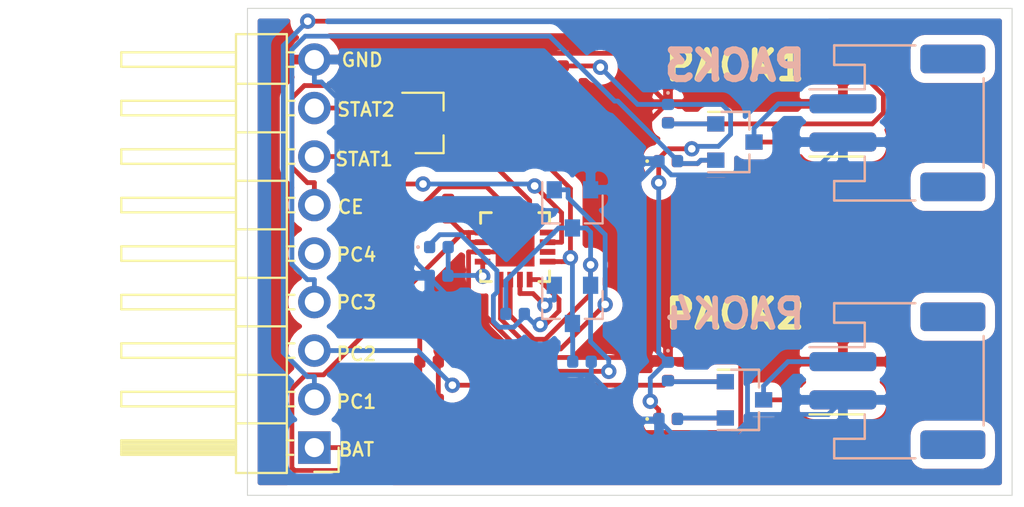
<source format=kicad_pcb>
(kicad_pcb (version 20171130) (host pcbnew "(5.1.5)-3")

  (general
    (thickness 1.6)
    (drawings 26)
    (tracks 298)
    (zones 0)
    (modules 39)
    (nets 32)
  )

  (page A4)
  (layers
    (0 F.Cu signal)
    (31 B.Cu signal)
    (32 B.Adhes user)
    (33 F.Adhes user)
    (34 B.Paste user)
    (35 F.Paste user)
    (36 B.SilkS user)
    (37 F.SilkS user)
    (38 B.Mask user)
    (39 F.Mask user)
    (40 Dwgs.User user)
    (41 Cmts.User user)
    (42 Eco1.User user)
    (43 Eco2.User user)
    (44 Edge.Cuts user)
    (45 Margin user)
    (46 B.CrtYd user)
    (47 F.CrtYd user)
    (48 B.Fab user)
    (49 F.Fab user)
  )

  (setup
    (last_trace_width 0.25)
    (trace_clearance 0.2)
    (zone_clearance 0.508)
    (zone_45_only no)
    (trace_min 0.2)
    (via_size 0.8)
    (via_drill 0.4)
    (via_min_size 0.4)
    (via_min_drill 0.3)
    (uvia_size 0.3)
    (uvia_drill 0.1)
    (uvias_allowed no)
    (uvia_min_size 0.2)
    (uvia_min_drill 0.1)
    (edge_width 0.05)
    (segment_width 0.2)
    (pcb_text_width 0.3)
    (pcb_text_size 1.5 1.5)
    (mod_edge_width 0.12)
    (mod_text_size 1 1)
    (mod_text_width 0.15)
    (pad_size 1.524 1.524)
    (pad_drill 0.762)
    (pad_to_mask_clearance 0.051)
    (solder_mask_min_width 0.25)
    (aux_axis_origin 0 0)
    (visible_elements 7FFFFFFF)
    (pcbplotparams
      (layerselection 0x010fc_ffffffff)
      (usegerberextensions false)
      (usegerberattributes false)
      (usegerberadvancedattributes false)
      (creategerberjobfile false)
      (excludeedgelayer true)
      (linewidth 0.100000)
      (plotframeref false)
      (viasonmask false)
      (mode 1)
      (useauxorigin false)
      (hpglpennumber 1)
      (hpglpenspeed 20)
      (hpglpendiameter 15.000000)
      (psnegative false)
      (psa4output false)
      (plotreference true)
      (plotvalue true)
      (plotinvisibletext false)
      (padsonsilk false)
      (subtractmaskfromsilk false)
      (outputformat 1)
      (mirror false)
      (drillshape 0)
      (scaleselection 1)
      (outputdirectory "GERBER/"))
  )

  (net 0 "")
  (net 1 "Net-(C1-Pad1)")
  (net 2 GND)
  (net 3 VCC_PACK)
  (net 4 REGN)
  (net 5 PH)
  (net 6 BTST)
  (net 7 BATTERY_PACK)
  (net 8 VFB)
  (net 9 "Net-(D1-Pad1)")
  (net 10 "Net-(D1-Pad2)")
  (net 11 "Net-(D2-Pad2)")
  (net 12 "Net-(D3-Pad2)")
  (net 13 "Net-(D4-Pad2)")
  (net 14 "Net-(J1-Pad1)")
  (net 15 "Net-(J2-Pad1)")
  (net 16 "Net-(J3-Pad1)")
  (net 17 "Net-(J4-Pad1)")
  (net 18 PACK1_CONTROL)
  (net 19 PACK2_CONTROL)
  (net 20 PACK3_CONTROL)
  (net 21 PACK4_CONTROL)
  (net 22 CE)
  (net 23 STAT1)
  (net 24 STAT2)
  (net 25 "Net-(L1-Pad2)")
  (net 26 "Net-(Q1-Pad1)")
  (net 27 "Net-(Q2-Pad1)")
  (net 28 "Net-(Q3-Pad3)")
  (net 29 PACK4_CONTORL)
  (net 30 "Net-(U1-Pad6)")
  (net 31 "Net-(U1-Pad4)")

  (net_class Default "This is the default net class."
    (clearance 0.2)
    (trace_width 0.25)
    (via_dia 0.8)
    (via_drill 0.4)
    (uvia_dia 0.3)
    (uvia_drill 0.1)
    (add_net BATTERY_PACK)
    (add_net BTST)
    (add_net CE)
    (add_net GND)
    (add_net "Net-(C1-Pad1)")
    (add_net "Net-(D1-Pad1)")
    (add_net "Net-(D1-Pad2)")
    (add_net "Net-(D2-Pad2)")
    (add_net "Net-(D3-Pad2)")
    (add_net "Net-(D4-Pad2)")
    (add_net "Net-(J1-Pad1)")
    (add_net "Net-(J2-Pad1)")
    (add_net "Net-(J3-Pad1)")
    (add_net "Net-(J4-Pad1)")
    (add_net "Net-(L1-Pad2)")
    (add_net "Net-(Q1-Pad1)")
    (add_net "Net-(Q2-Pad1)")
    (add_net "Net-(Q3-Pad3)")
    (add_net "Net-(U1-Pad4)")
    (add_net "Net-(U1-Pad6)")
    (add_net PACK1_CONTROL)
    (add_net PACK2_CONTROL)
    (add_net PACK3_CONTROL)
    (add_net PACK4_CONTORL)
    (add_net PACK4_CONTROL)
    (add_net PH)
    (add_net REGN)
    (add_net STAT1)
    (add_net STAT2)
    (add_net VCC_PACK)
    (add_net VFB)
  )

  (module Capacitor_SMD:C_0402_1005Metric (layer F.Cu) (tedit 5B301BBE) (tstamp 5EAC462D)
    (at 176 102 270)
    (descr "Capacitor SMD 0402 (1005 Metric), square (rectangular) end terminal, IPC_7351 nominal, (Body size source: http://www.tortai-tech.com/upload/download/2011102023233369053.pdf), generated with kicad-footprint-generator")
    (tags capacitor)
    (path /5EDB105A)
    (attr smd)
    (fp_text reference C1 (at 0 -1.17 90) (layer Dwgs.User)
      (effects (font (size 1 1) (thickness 0.15)))
    )
    (fp_text value 2.2U (at 0 1.17 90) (layer F.Fab)
      (effects (font (size 1 1) (thickness 0.15)))
    )
    (fp_line (start -0.5 0.25) (end -0.5 -0.25) (layer F.Fab) (width 0.1))
    (fp_line (start -0.5 -0.25) (end 0.5 -0.25) (layer F.Fab) (width 0.1))
    (fp_line (start 0.5 -0.25) (end 0.5 0.25) (layer F.Fab) (width 0.1))
    (fp_line (start 0.5 0.25) (end -0.5 0.25) (layer F.Fab) (width 0.1))
    (fp_line (start -0.93 0.47) (end -0.93 -0.47) (layer F.CrtYd) (width 0.05))
    (fp_line (start -0.93 -0.47) (end 0.93 -0.47) (layer F.CrtYd) (width 0.05))
    (fp_line (start 0.93 -0.47) (end 0.93 0.47) (layer F.CrtYd) (width 0.05))
    (fp_line (start 0.93 0.47) (end -0.93 0.47) (layer F.CrtYd) (width 0.05))
    (fp_text user %R (at 0 0 90) (layer F.Fab)
      (effects (font (size 0.25 0.25) (thickness 0.04)))
    )
    (pad 1 smd roundrect (at -0.485 0 270) (size 0.59 0.64) (layers F.Cu F.Paste F.Mask) (roundrect_rratio 0.25)
      (net 1 "Net-(C1-Pad1)"))
    (pad 2 smd roundrect (at 0.485 0 270) (size 0.59 0.64) (layers F.Cu F.Paste F.Mask) (roundrect_rratio 0.25)
      (net 2 GND))
    (model ${KISYS3DMOD}/Capacitor_SMD.3dshapes/C_0402_1005Metric.wrl
      (at (xyz 0 0 0))
      (scale (xyz 1 1 1))
      (rotate (xyz 0 0 0))
    )
  )

  (module Capacitor_SMD:C_0402_1005Metric (layer F.Cu) (tedit 5B301BBE) (tstamp 5EAC463C)
    (at 173.5 101 270)
    (descr "Capacitor SMD 0402 (1005 Metric), square (rectangular) end terminal, IPC_7351 nominal, (Body size source: http://www.tortai-tech.com/upload/download/2011102023233369053.pdf), generated with kicad-footprint-generator")
    (tags capacitor)
    (path /5EB9211A)
    (attr smd)
    (fp_text reference C2 (at 0 -1.17 90) (layer Dwgs.User)
      (effects (font (size 1 1) (thickness 0.15)))
    )
    (fp_text value 1U (at 0 1.17 90) (layer F.Fab)
      (effects (font (size 1 1) (thickness 0.15)))
    )
    (fp_line (start -0.5 0.25) (end -0.5 -0.25) (layer F.Fab) (width 0.1))
    (fp_line (start -0.5 -0.25) (end 0.5 -0.25) (layer F.Fab) (width 0.1))
    (fp_line (start 0.5 -0.25) (end 0.5 0.25) (layer F.Fab) (width 0.1))
    (fp_line (start 0.5 0.25) (end -0.5 0.25) (layer F.Fab) (width 0.1))
    (fp_line (start -0.93 0.47) (end -0.93 -0.47) (layer F.CrtYd) (width 0.05))
    (fp_line (start -0.93 -0.47) (end 0.93 -0.47) (layer F.CrtYd) (width 0.05))
    (fp_line (start 0.93 -0.47) (end 0.93 0.47) (layer F.CrtYd) (width 0.05))
    (fp_line (start 0.93 0.47) (end -0.93 0.47) (layer F.CrtYd) (width 0.05))
    (fp_text user %R (at 0 0 90) (layer F.Fab)
      (effects (font (size 0.25 0.25) (thickness 0.04)))
    )
    (pad 1 smd roundrect (at -0.485 0 270) (size 0.59 0.64) (layers F.Cu F.Paste F.Mask) (roundrect_rratio 0.25)
      (net 3 VCC_PACK))
    (pad 2 smd roundrect (at 0.485 0 270) (size 0.59 0.64) (layers F.Cu F.Paste F.Mask) (roundrect_rratio 0.25)
      (net 2 GND))
    (model ${KISYS3DMOD}/Capacitor_SMD.3dshapes/C_0402_1005Metric.wrl
      (at (xyz 0 0 0))
      (scale (xyz 1 1 1))
      (rotate (xyz 0 0 0))
    )
  )

  (module Capacitor_SMD:C_0402_1005Metric (layer B.Cu) (tedit 5B301BBE) (tstamp 5EAC464B)
    (at 169.5 110)
    (descr "Capacitor SMD 0402 (1005 Metric), square (rectangular) end terminal, IPC_7351 nominal, (Body size source: http://www.tortai-tech.com/upload/download/2011102023233369053.pdf), generated with kicad-footprint-generator")
    (tags capacitor)
    (path /5EBFA9B8)
    (attr smd)
    (fp_text reference C4 (at 0 1.17) (layer Dwgs.User)
      (effects (font (size 1 1) (thickness 0.15)) (justify mirror))
    )
    (fp_text value 1U (at 0 -1.17) (layer B.Fab)
      (effects (font (size 1 1) (thickness 0.15)) (justify mirror))
    )
    (fp_text user %R (at 0 0) (layer B.Fab)
      (effects (font (size 0.25 0.25) (thickness 0.04)) (justify mirror))
    )
    (fp_line (start 0.93 -0.47) (end -0.93 -0.47) (layer B.CrtYd) (width 0.05))
    (fp_line (start 0.93 0.47) (end 0.93 -0.47) (layer B.CrtYd) (width 0.05))
    (fp_line (start -0.93 0.47) (end 0.93 0.47) (layer B.CrtYd) (width 0.05))
    (fp_line (start -0.93 -0.47) (end -0.93 0.47) (layer B.CrtYd) (width 0.05))
    (fp_line (start 0.5 -0.25) (end -0.5 -0.25) (layer B.Fab) (width 0.1))
    (fp_line (start 0.5 0.25) (end 0.5 -0.25) (layer B.Fab) (width 0.1))
    (fp_line (start -0.5 0.25) (end 0.5 0.25) (layer B.Fab) (width 0.1))
    (fp_line (start -0.5 -0.25) (end -0.5 0.25) (layer B.Fab) (width 0.1))
    (pad 2 smd roundrect (at 0.485 0) (size 0.59 0.64) (layers B.Cu B.Paste B.Mask) (roundrect_rratio 0.25)
      (net 4 REGN))
    (pad 1 smd roundrect (at -0.485 0) (size 0.59 0.64) (layers B.Cu B.Paste B.Mask) (roundrect_rratio 0.25)
      (net 2 GND))
    (model ${KISYS3DMOD}/Capacitor_SMD.3dshapes/C_0402_1005Metric.wrl
      (at (xyz 0 0 0))
      (scale (xyz 1 1 1))
      (rotate (xyz 0 0 0))
    )
  )

  (module Capacitor_SMD:C_0402_1005Metric (layer B.Cu) (tedit 5B301BBE) (tstamp 5EAC465A)
    (at 173.5 112)
    (descr "Capacitor SMD 0402 (1005 Metric), square (rectangular) end terminal, IPC_7351 nominal, (Body size source: http://www.tortai-tech.com/upload/download/2011102023233369053.pdf), generated with kicad-footprint-generator")
    (tags capacitor)
    (path /5EC1CEA7)
    (attr smd)
    (fp_text reference C5 (at 0 1.17) (layer Dwgs.User)
      (effects (font (size 1 1) (thickness 0.15)) (justify mirror))
    )
    (fp_text value 0.1U (at 0 -1.17) (layer B.Fab)
      (effects (font (size 1 1) (thickness 0.15)) (justify mirror))
    )
    (fp_line (start -0.5 -0.25) (end -0.5 0.25) (layer B.Fab) (width 0.1))
    (fp_line (start -0.5 0.25) (end 0.5 0.25) (layer B.Fab) (width 0.1))
    (fp_line (start 0.5 0.25) (end 0.5 -0.25) (layer B.Fab) (width 0.1))
    (fp_line (start 0.5 -0.25) (end -0.5 -0.25) (layer B.Fab) (width 0.1))
    (fp_line (start -0.93 -0.47) (end -0.93 0.47) (layer B.CrtYd) (width 0.05))
    (fp_line (start -0.93 0.47) (end 0.93 0.47) (layer B.CrtYd) (width 0.05))
    (fp_line (start 0.93 0.47) (end 0.93 -0.47) (layer B.CrtYd) (width 0.05))
    (fp_line (start 0.93 -0.47) (end -0.93 -0.47) (layer B.CrtYd) (width 0.05))
    (fp_text user %R (at 0 0) (layer B.Fab)
      (effects (font (size 0.25 0.25) (thickness 0.04)) (justify mirror))
    )
    (pad 1 smd roundrect (at -0.485 0) (size 0.59 0.64) (layers B.Cu B.Paste B.Mask) (roundrect_rratio 0.25)
      (net 5 PH))
    (pad 2 smd roundrect (at 0.485 0) (size 0.59 0.64) (layers B.Cu B.Paste B.Mask) (roundrect_rratio 0.25)
      (net 6 BTST))
    (model ${KISYS3DMOD}/Capacitor_SMD.3dshapes/C_0402_1005Metric.wrl
      (at (xyz 0 0 0))
      (scale (xyz 1 1 1))
      (rotate (xyz 0 0 0))
    )
  )

  (module Capacitor_SMD:C_0402_1005Metric (layer B.Cu) (tedit 5B301BBE) (tstamp 5EAC4669)
    (at 177 114.5)
    (descr "Capacitor SMD 0402 (1005 Metric), square (rectangular) end terminal, IPC_7351 nominal, (Body size source: http://www.tortai-tech.com/upload/download/2011102023233369053.pdf), generated with kicad-footprint-generator")
    (tags capacitor)
    (path /5EC3A013)
    (attr smd)
    (fp_text reference C6 (at 0 1.17) (layer Dwgs.User)
      (effects (font (size 1 1) (thickness 0.15)) (justify mirror))
    )
    (fp_text value 10U (at 0 -1.17) (layer B.Fab)
      (effects (font (size 1 1) (thickness 0.15)) (justify mirror))
    )
    (fp_text user %R (at 0 0) (layer B.Fab)
      (effects (font (size 0.25 0.25) (thickness 0.04)) (justify mirror))
    )
    (fp_line (start 0.93 -0.47) (end -0.93 -0.47) (layer B.CrtYd) (width 0.05))
    (fp_line (start 0.93 0.47) (end 0.93 -0.47) (layer B.CrtYd) (width 0.05))
    (fp_line (start -0.93 0.47) (end 0.93 0.47) (layer B.CrtYd) (width 0.05))
    (fp_line (start -0.93 -0.47) (end -0.93 0.47) (layer B.CrtYd) (width 0.05))
    (fp_line (start 0.5 -0.25) (end -0.5 -0.25) (layer B.Fab) (width 0.1))
    (fp_line (start 0.5 0.25) (end 0.5 -0.25) (layer B.Fab) (width 0.1))
    (fp_line (start -0.5 0.25) (end 0.5 0.25) (layer B.Fab) (width 0.1))
    (fp_line (start -0.5 -0.25) (end -0.5 0.25) (layer B.Fab) (width 0.1))
    (pad 2 smd roundrect (at 0.485 0) (size 0.59 0.64) (layers B.Cu B.Paste B.Mask) (roundrect_rratio 0.25)
      (net 2 GND))
    (pad 1 smd roundrect (at -0.485 0) (size 0.59 0.64) (layers B.Cu B.Paste B.Mask) (roundrect_rratio 0.25)
      (net 3 VCC_PACK))
    (model ${KISYS3DMOD}/Capacitor_SMD.3dshapes/C_0402_1005Metric.wrl
      (at (xyz 0 0 0))
      (scale (xyz 1 1 1))
      (rotate (xyz 0 0 0))
    )
  )

  (module Capacitor_SMD:C_0402_1005Metric (layer F.Cu) (tedit 5B301BBE) (tstamp 5EAC4678)
    (at 170 106.485 90)
    (descr "Capacitor SMD 0402 (1005 Metric), square (rectangular) end terminal, IPC_7351 nominal, (Body size source: http://www.tortai-tech.com/upload/download/2011102023233369053.pdf), generated with kicad-footprint-generator")
    (tags capacitor)
    (path /5EDD9A68)
    (attr smd)
    (fp_text reference C7 (at 0 -1.17 90) (layer Dwgs.User)
      (effects (font (size 1 1) (thickness 0.15)))
    )
    (fp_text value 0.1U (at 0 1.17 90) (layer F.Fab)
      (effects (font (size 1 1) (thickness 0.15)))
    )
    (fp_text user %R (at 0 0 90) (layer F.Fab)
      (effects (font (size 0.25 0.25) (thickness 0.04)))
    )
    (fp_line (start 0.93 0.47) (end -0.93 0.47) (layer F.CrtYd) (width 0.05))
    (fp_line (start 0.93 -0.47) (end 0.93 0.47) (layer F.CrtYd) (width 0.05))
    (fp_line (start -0.93 -0.47) (end 0.93 -0.47) (layer F.CrtYd) (width 0.05))
    (fp_line (start -0.93 0.47) (end -0.93 -0.47) (layer F.CrtYd) (width 0.05))
    (fp_line (start 0.5 0.25) (end -0.5 0.25) (layer F.Fab) (width 0.1))
    (fp_line (start 0.5 -0.25) (end 0.5 0.25) (layer F.Fab) (width 0.1))
    (fp_line (start -0.5 -0.25) (end 0.5 -0.25) (layer F.Fab) (width 0.1))
    (fp_line (start -0.5 0.25) (end -0.5 -0.25) (layer F.Fab) (width 0.1))
    (pad 2 smd roundrect (at 0.485 0 90) (size 0.59 0.64) (layers F.Cu F.Paste F.Mask) (roundrect_rratio 0.25)
      (net 7 BATTERY_PACK))
    (pad 1 smd roundrect (at -0.485 0 90) (size 0.59 0.64) (layers F.Cu F.Paste F.Mask) (roundrect_rratio 0.25)
      (net 7 BATTERY_PACK))
    (model ${KISYS3DMOD}/Capacitor_SMD.3dshapes/C_0402_1005Metric.wrl
      (at (xyz 0 0 0))
      (scale (xyz 1 1 1))
      (rotate (xyz 0 0 0))
    )
  )

  (module Capacitor_SMD:C_0402_1005Metric (layer F.Cu) (tedit 5B301BBE) (tstamp 5EAC4687)
    (at 169 114.5)
    (descr "Capacitor SMD 0402 (1005 Metric), square (rectangular) end terminal, IPC_7351 nominal, (Body size source: http://www.tortai-tech.com/upload/download/2011102023233369053.pdf), generated with kicad-footprint-generator")
    (tags capacitor)
    (path /5EC58611)
    (attr smd)
    (fp_text reference C8 (at 0 -1.17) (layer Dwgs.User)
      (effects (font (size 1 1) (thickness 0.15)))
    )
    (fp_text value 10U (at 0 1.17) (layer F.Fab)
      (effects (font (size 1 1) (thickness 0.15)))
    )
    (fp_line (start -0.5 0.25) (end -0.5 -0.25) (layer F.Fab) (width 0.1))
    (fp_line (start -0.5 -0.25) (end 0.5 -0.25) (layer F.Fab) (width 0.1))
    (fp_line (start 0.5 -0.25) (end 0.5 0.25) (layer F.Fab) (width 0.1))
    (fp_line (start 0.5 0.25) (end -0.5 0.25) (layer F.Fab) (width 0.1))
    (fp_line (start -0.93 0.47) (end -0.93 -0.47) (layer F.CrtYd) (width 0.05))
    (fp_line (start -0.93 -0.47) (end 0.93 -0.47) (layer F.CrtYd) (width 0.05))
    (fp_line (start 0.93 -0.47) (end 0.93 0.47) (layer F.CrtYd) (width 0.05))
    (fp_line (start 0.93 0.47) (end -0.93 0.47) (layer F.CrtYd) (width 0.05))
    (fp_text user %R (at 0 0) (layer F.Fab)
      (effects (font (size 0.25 0.25) (thickness 0.04)))
    )
    (pad 1 smd roundrect (at -0.485 0) (size 0.59 0.64) (layers F.Cu F.Paste F.Mask) (roundrect_rratio 0.25)
      (net 7 BATTERY_PACK))
    (pad 2 smd roundrect (at 0.485 0) (size 0.59 0.64) (layers F.Cu F.Paste F.Mask) (roundrect_rratio 0.25)
      (net 2 GND))
    (model ${KISYS3DMOD}/Capacitor_SMD.3dshapes/C_0402_1005Metric.wrl
      (at (xyz 0 0 0))
      (scale (xyz 1 1 1))
      (rotate (xyz 0 0 0))
    )
  )

  (module Capacitor_SMD:C_0402_1005Metric (layer F.Cu) (tedit 5B301BBE) (tstamp 5EAC4696)
    (at 169 116.5)
    (descr "Capacitor SMD 0402 (1005 Metric), square (rectangular) end terminal, IPC_7351 nominal, (Body size source: http://www.tortai-tech.com/upload/download/2011102023233369053.pdf), generated with kicad-footprint-generator")
    (tags capacitor)
    (path /5EC5E4E9)
    (attr smd)
    (fp_text reference C9 (at 0 -1.17) (layer Dwgs.User)
      (effects (font (size 1 1) (thickness 0.15)))
    )
    (fp_text value 4.7U (at 0 1.17) (layer F.Fab)
      (effects (font (size 1 1) (thickness 0.15)))
    )
    (fp_text user %R (at 0 0) (layer F.Fab)
      (effects (font (size 0.25 0.25) (thickness 0.04)))
    )
    (fp_line (start 0.93 0.47) (end -0.93 0.47) (layer F.CrtYd) (width 0.05))
    (fp_line (start 0.93 -0.47) (end 0.93 0.47) (layer F.CrtYd) (width 0.05))
    (fp_line (start -0.93 -0.47) (end 0.93 -0.47) (layer F.CrtYd) (width 0.05))
    (fp_line (start -0.93 0.47) (end -0.93 -0.47) (layer F.CrtYd) (width 0.05))
    (fp_line (start 0.5 0.25) (end -0.5 0.25) (layer F.Fab) (width 0.1))
    (fp_line (start 0.5 -0.25) (end 0.5 0.25) (layer F.Fab) (width 0.1))
    (fp_line (start -0.5 -0.25) (end 0.5 -0.25) (layer F.Fab) (width 0.1))
    (fp_line (start -0.5 0.25) (end -0.5 -0.25) (layer F.Fab) (width 0.1))
    (pad 2 smd roundrect (at 0.485 0) (size 0.59 0.64) (layers F.Cu F.Paste F.Mask) (roundrect_rratio 0.25)
      (net 2 GND))
    (pad 1 smd roundrect (at -0.485 0) (size 0.59 0.64) (layers F.Cu F.Paste F.Mask) (roundrect_rratio 0.25)
      (net 7 BATTERY_PACK))
    (model ${KISYS3DMOD}/Capacitor_SMD.3dshapes/C_0402_1005Metric.wrl
      (at (xyz 0 0 0))
      (scale (xyz 1 1 1))
      (rotate (xyz 0 0 0))
    )
  )

  (module Capacitor_SMD:C_0402_1005Metric (layer F.Cu) (tedit 5B301BBE) (tstamp 5EAC46A5)
    (at 167.015 117.6)
    (descr "Capacitor SMD 0402 (1005 Metric), square (rectangular) end terminal, IPC_7351 nominal, (Body size source: http://www.tortai-tech.com/upload/download/2011102023233369053.pdf), generated with kicad-footprint-generator")
    (tags capacitor)
    (path /5EC7A131)
    (attr smd)
    (fp_text reference C10 (at 0 -1.17) (layer Dwgs.User)
      (effects (font (size 1 1) (thickness 0.15)))
    )
    (fp_text value 22P (at 0 1.17) (layer F.Fab)
      (effects (font (size 1 1) (thickness 0.15)))
    )
    (fp_line (start -0.5 0.25) (end -0.5 -0.25) (layer F.Fab) (width 0.1))
    (fp_line (start -0.5 -0.25) (end 0.5 -0.25) (layer F.Fab) (width 0.1))
    (fp_line (start 0.5 -0.25) (end 0.5 0.25) (layer F.Fab) (width 0.1))
    (fp_line (start 0.5 0.25) (end -0.5 0.25) (layer F.Fab) (width 0.1))
    (fp_line (start -0.93 0.47) (end -0.93 -0.47) (layer F.CrtYd) (width 0.05))
    (fp_line (start -0.93 -0.47) (end 0.93 -0.47) (layer F.CrtYd) (width 0.05))
    (fp_line (start 0.93 -0.47) (end 0.93 0.47) (layer F.CrtYd) (width 0.05))
    (fp_line (start 0.93 0.47) (end -0.93 0.47) (layer F.CrtYd) (width 0.05))
    (fp_text user %R (at 0 0) (layer F.Fab)
      (effects (font (size 0.25 0.25) (thickness 0.04)))
    )
    (pad 1 smd roundrect (at -0.485 0) (size 0.59 0.64) (layers F.Cu F.Paste F.Mask) (roundrect_rratio 0.25)
      (net 7 BATTERY_PACK))
    (pad 2 smd roundrect (at 0.485 0) (size 0.59 0.64) (layers F.Cu F.Paste F.Mask) (roundrect_rratio 0.25)
      (net 8 VFB))
    (model ${KISYS3DMOD}/Capacitor_SMD.3dshapes/C_0402_1005Metric.wrl
      (at (xyz 0 0 0))
      (scale (xyz 1 1 1))
      (rotate (xyz 0 0 0))
    )
  )

  (module Diode_SMD:D_0402_1005Metric (layer F.Cu) (tedit 5B301BBE) (tstamp 5EAC46B7)
    (at 181.5 104)
    (descr "Diode SMD 0402 (1005 Metric), square (rectangular) end terminal, IPC_7351 nominal, (Body size source: http://www.tortai-tech.com/upload/download/2011102023233369053.pdf), generated with kicad-footprint-generator")
    (tags diode)
    (path /5EB3498B)
    (attr smd)
    (fp_text reference D1 (at 0 1) (layer Dwgs.User)
      (effects (font (size 1 1) (thickness 0.15)))
    )
    (fp_text value D (at 0 1.17) (layer F.Fab)
      (effects (font (size 1 1) (thickness 0.15)))
    )
    (fp_circle (center -1.09 0) (end -1.04 0) (layer F.SilkS) (width 0.1))
    (fp_line (start -0.5 0.25) (end -0.5 -0.25) (layer F.Fab) (width 0.1))
    (fp_line (start -0.5 -0.25) (end 0.5 -0.25) (layer F.Fab) (width 0.1))
    (fp_line (start 0.5 -0.25) (end 0.5 0.25) (layer F.Fab) (width 0.1))
    (fp_line (start 0.5 0.25) (end -0.5 0.25) (layer F.Fab) (width 0.1))
    (fp_line (start -0.4 0.25) (end -0.4 -0.25) (layer F.Fab) (width 0.1))
    (fp_line (start -0.3 0.25) (end -0.3 -0.25) (layer F.Fab) (width 0.1))
    (fp_line (start -0.93 0.47) (end -0.93 -0.47) (layer F.CrtYd) (width 0.05))
    (fp_line (start -0.93 -0.47) (end 0.93 -0.47) (layer F.CrtYd) (width 0.05))
    (fp_line (start 0.93 -0.47) (end 0.93 0.47) (layer F.CrtYd) (width 0.05))
    (fp_line (start 0.93 0.47) (end -0.93 0.47) (layer F.CrtYd) (width 0.05))
    (fp_text user %R (at 0 0) (layer F.Fab)
      (effects (font (size 0.25 0.25) (thickness 0.04)))
    )
    (pad 1 smd roundrect (at -0.485 0) (size 0.59 0.64) (layers F.Cu F.Paste F.Mask) (roundrect_rratio 0.25)
      (net 9 "Net-(D1-Pad1)"))
    (pad 2 smd roundrect (at 0.485 0) (size 0.59 0.64) (layers F.Cu F.Paste F.Mask) (roundrect_rratio 0.25)
      (net 10 "Net-(D1-Pad2)"))
    (model ${KISYS3DMOD}/Diode_SMD.3dshapes/D_0402_1005Metric.wrl
      (at (xyz 0 0 0))
      (scale (xyz 1 1 1))
      (rotate (xyz 0 0 0))
    )
  )

  (module Diode_SMD:D_0402_1005Metric (layer F.Cu) (tedit 5B301BBE) (tstamp 5EAC46C9)
    (at 181.5 117.5)
    (descr "Diode SMD 0402 (1005 Metric), square (rectangular) end terminal, IPC_7351 nominal, (Body size source: http://www.tortai-tech.com/upload/download/2011102023233369053.pdf), generated with kicad-footprint-generator")
    (tags diode)
    (path /5EB3BABF)
    (attr smd)
    (fp_text reference D2 (at 0 -1.17) (layer Dwgs.User)
      (effects (font (size 1 1) (thickness 0.15)))
    )
    (fp_text value D (at 0 1.17) (layer F.Fab)
      (effects (font (size 1 1) (thickness 0.15)))
    )
    (fp_text user %R (at 0 0) (layer F.Fab)
      (effects (font (size 0.25 0.25) (thickness 0.04)))
    )
    (fp_line (start 0.93 0.47) (end -0.93 0.47) (layer F.CrtYd) (width 0.05))
    (fp_line (start 0.93 -0.47) (end 0.93 0.47) (layer F.CrtYd) (width 0.05))
    (fp_line (start -0.93 -0.47) (end 0.93 -0.47) (layer F.CrtYd) (width 0.05))
    (fp_line (start -0.93 0.47) (end -0.93 -0.47) (layer F.CrtYd) (width 0.05))
    (fp_line (start -0.3 0.25) (end -0.3 -0.25) (layer F.Fab) (width 0.1))
    (fp_line (start -0.4 0.25) (end -0.4 -0.25) (layer F.Fab) (width 0.1))
    (fp_line (start 0.5 0.25) (end -0.5 0.25) (layer F.Fab) (width 0.1))
    (fp_line (start 0.5 -0.25) (end 0.5 0.25) (layer F.Fab) (width 0.1))
    (fp_line (start -0.5 -0.25) (end 0.5 -0.25) (layer F.Fab) (width 0.1))
    (fp_line (start -0.5 0.25) (end -0.5 -0.25) (layer F.Fab) (width 0.1))
    (fp_circle (center -1.09 0) (end -1.04 0) (layer F.SilkS) (width 0.1))
    (pad 2 smd roundrect (at 0.485 0) (size 0.59 0.64) (layers F.Cu F.Paste F.Mask) (roundrect_rratio 0.25)
      (net 11 "Net-(D2-Pad2)"))
    (pad 1 smd roundrect (at -0.485 0) (size 0.59 0.64) (layers F.Cu F.Paste F.Mask) (roundrect_rratio 0.25)
      (net 9 "Net-(D1-Pad1)"))
    (model ${KISYS3DMOD}/Diode_SMD.3dshapes/D_0402_1005Metric.wrl
      (at (xyz 0 0 0))
      (scale (xyz 1 1 1))
      (rotate (xyz 0 0 0))
    )
  )

  (module Diode_SMD:D_0402_1005Metric (layer B.Cu) (tedit 5B301BBE) (tstamp 5EAC46DB)
    (at 181.5 101.515 270)
    (descr "Diode SMD 0402 (1005 Metric), square (rectangular) end terminal, IPC_7351 nominal, (Body size source: http://www.tortai-tech.com/upload/download/2011102023233369053.pdf), generated with kicad-footprint-generator")
    (tags diode)
    (path /5EB3E603)
    (attr smd)
    (fp_text reference D3 (at 0 1.17 90) (layer Dwgs.User)
      (effects (font (size 1 1) (thickness 0.15)) (justify mirror))
    )
    (fp_text value D (at 0 -1.17 90) (layer B.Fab)
      (effects (font (size 1 1) (thickness 0.15)) (justify mirror))
    )
    (fp_circle (center -1.09 0) (end -1.04 0) (layer B.SilkS) (width 0.1))
    (fp_line (start -0.5 -0.25) (end -0.5 0.25) (layer B.Fab) (width 0.1))
    (fp_line (start -0.5 0.25) (end 0.5 0.25) (layer B.Fab) (width 0.1))
    (fp_line (start 0.5 0.25) (end 0.5 -0.25) (layer B.Fab) (width 0.1))
    (fp_line (start 0.5 -0.25) (end -0.5 -0.25) (layer B.Fab) (width 0.1))
    (fp_line (start -0.4 -0.25) (end -0.4 0.25) (layer B.Fab) (width 0.1))
    (fp_line (start -0.3 -0.25) (end -0.3 0.25) (layer B.Fab) (width 0.1))
    (fp_line (start -0.93 -0.47) (end -0.93 0.47) (layer B.CrtYd) (width 0.05))
    (fp_line (start -0.93 0.47) (end 0.93 0.47) (layer B.CrtYd) (width 0.05))
    (fp_line (start 0.93 0.47) (end 0.93 -0.47) (layer B.CrtYd) (width 0.05))
    (fp_line (start 0.93 -0.47) (end -0.93 -0.47) (layer B.CrtYd) (width 0.05))
    (fp_text user %R (at 0 0 90) (layer B.Fab)
      (effects (font (size 0.25 0.25) (thickness 0.04)) (justify mirror))
    )
    (pad 1 smd roundrect (at -0.485 0 270) (size 0.59 0.64) (layers B.Cu B.Paste B.Mask) (roundrect_rratio 0.25)
      (net 9 "Net-(D1-Pad1)"))
    (pad 2 smd roundrect (at 0.485 0 270) (size 0.59 0.64) (layers B.Cu B.Paste B.Mask) (roundrect_rratio 0.25)
      (net 12 "Net-(D3-Pad2)"))
    (model ${KISYS3DMOD}/Diode_SMD.3dshapes/D_0402_1005Metric.wrl
      (at (xyz 0 0 0))
      (scale (xyz 1 1 1))
      (rotate (xyz 0 0 0))
    )
  )

  (module Diode_SMD:D_0402_1005Metric (layer B.Cu) (tedit 5B301BBE) (tstamp 5EAC46ED)
    (at 181.5 115.015 270)
    (descr "Diode SMD 0402 (1005 Metric), square (rectangular) end terminal, IPC_7351 nominal, (Body size source: http://www.tortai-tech.com/upload/download/2011102023233369053.pdf), generated with kicad-footprint-generator")
    (tags diode)
    (path /5EB412E9)
    (attr smd)
    (fp_text reference D4 (at 0 1.17 90) (layer Dwgs.User)
      (effects (font (size 1 1) (thickness 0.15)) (justify mirror))
    )
    (fp_text value D (at 0 -1.17 90) (layer B.Fab)
      (effects (font (size 1 1) (thickness 0.15)) (justify mirror))
    )
    (fp_text user %R (at 0 0 90) (layer B.Fab)
      (effects (font (size 0.25 0.25) (thickness 0.04)) (justify mirror))
    )
    (fp_line (start 0.93 -0.47) (end -0.93 -0.47) (layer B.CrtYd) (width 0.05))
    (fp_line (start 0.93 0.47) (end 0.93 -0.47) (layer B.CrtYd) (width 0.05))
    (fp_line (start -0.93 0.47) (end 0.93 0.47) (layer B.CrtYd) (width 0.05))
    (fp_line (start -0.93 -0.47) (end -0.93 0.47) (layer B.CrtYd) (width 0.05))
    (fp_line (start -0.3 -0.25) (end -0.3 0.25) (layer B.Fab) (width 0.1))
    (fp_line (start -0.4 -0.25) (end -0.4 0.25) (layer B.Fab) (width 0.1))
    (fp_line (start 0.5 -0.25) (end -0.5 -0.25) (layer B.Fab) (width 0.1))
    (fp_line (start 0.5 0.25) (end 0.5 -0.25) (layer B.Fab) (width 0.1))
    (fp_line (start -0.5 0.25) (end 0.5 0.25) (layer B.Fab) (width 0.1))
    (fp_line (start -0.5 -0.25) (end -0.5 0.25) (layer B.Fab) (width 0.1))
    (fp_circle (center -1.09 0) (end -1.04 0) (layer B.SilkS) (width 0.1))
    (pad 2 smd roundrect (at 0.485 0 270) (size 0.59 0.64) (layers B.Cu B.Paste B.Mask) (roundrect_rratio 0.25)
      (net 13 "Net-(D4-Pad2)"))
    (pad 1 smd roundrect (at -0.485 0 270) (size 0.59 0.64) (layers B.Cu B.Paste B.Mask) (roundrect_rratio 0.25)
      (net 9 "Net-(D1-Pad1)"))
    (model ${KISYS3DMOD}/Diode_SMD.3dshapes/D_0402_1005Metric.wrl
      (at (xyz 0 0 0))
      (scale (xyz 1 1 1))
      (rotate (xyz 0 0 0))
    )
  )

  (module Diode_SMD:D_0402_1005Metric (layer B.Cu) (tedit 5B301BBE) (tstamp 5EAC46FF)
    (at 169.515 108.5)
    (descr "Diode SMD 0402 (1005 Metric), square (rectangular) end terminal, IPC_7351 nominal, (Body size source: http://www.tortai-tech.com/upload/download/2011102023233369053.pdf), generated with kicad-footprint-generator")
    (tags diode)
    (path /5EBFFF3C)
    (attr smd)
    (fp_text reference D5 (at 0 1.17) (layer Dwgs.User)
      (effects (font (size 1 1) (thickness 0.15)) (justify mirror))
    )
    (fp_text value D_Schottky (at 0 -1.17) (layer B.Fab)
      (effects (font (size 1 1) (thickness 0.15)) (justify mirror))
    )
    (fp_circle (center -1.09 0) (end -1.04 0) (layer B.SilkS) (width 0.1))
    (fp_line (start -0.5 -0.25) (end -0.5 0.25) (layer B.Fab) (width 0.1))
    (fp_line (start -0.5 0.25) (end 0.5 0.25) (layer B.Fab) (width 0.1))
    (fp_line (start 0.5 0.25) (end 0.5 -0.25) (layer B.Fab) (width 0.1))
    (fp_line (start 0.5 -0.25) (end -0.5 -0.25) (layer B.Fab) (width 0.1))
    (fp_line (start -0.4 -0.25) (end -0.4 0.25) (layer B.Fab) (width 0.1))
    (fp_line (start -0.3 -0.25) (end -0.3 0.25) (layer B.Fab) (width 0.1))
    (fp_line (start -0.93 -0.47) (end -0.93 0.47) (layer B.CrtYd) (width 0.05))
    (fp_line (start -0.93 0.47) (end 0.93 0.47) (layer B.CrtYd) (width 0.05))
    (fp_line (start 0.93 0.47) (end 0.93 -0.47) (layer B.CrtYd) (width 0.05))
    (fp_line (start 0.93 -0.47) (end -0.93 -0.47) (layer B.CrtYd) (width 0.05))
    (fp_text user %R (at 0 0) (layer B.Fab)
      (effects (font (size 0.25 0.25) (thickness 0.04)) (justify mirror))
    )
    (pad 1 smd roundrect (at -0.485 0) (size 0.59 0.64) (layers B.Cu B.Paste B.Mask) (roundrect_rratio 0.25)
      (net 6 BTST))
    (pad 2 smd roundrect (at 0.485 0) (size 0.59 0.64) (layers B.Cu B.Paste B.Mask) (roundrect_rratio 0.25)
      (net 4 REGN))
    (model ${KISYS3DMOD}/Diode_SMD.3dshapes/D_0402_1005Metric.wrl
      (at (xyz 0 0 0))
      (scale (xyz 1 1 1))
      (rotate (xyz 0 0 0))
    )
  )

  (module Connector_JST:JST_PH_S2B-PH-SM4-TB_1x02-1MP_P2.00mm_Horizontal (layer F.Cu) (tedit 5EABD50B) (tstamp 5EAC4720)
    (at 193.5 102 90)
    (descr "JST PH series connector, S2B-PH-SM4-TB (http://www.jst-mfg.com/product/pdf/eng/ePH.pdf), generated with kicad-footprint-generator")
    (tags "connector JST PH top entry")
    (path /5EABD2C9)
    (attr smd)
    (fp_text reference J1 (at 0 -5.8 90) (layer Dwgs.User)
      (effects (font (size 1 1) (thickness 0.15)))
    )
    (fp_text value Conn_01x02 (at 0 5.8 90) (layer F.Fab)
      (effects (font (size 1 1) (thickness 0.15)))
    )
    (fp_text user %R (at 0 1.5 90) (layer F.Fab)
      (effects (font (size 1 1) (thickness 0.15)))
    )
    (fp_line (start -1 -0.892893) (end -0.5 -1.6) (layer F.Fab) (width 0.1))
    (fp_line (start -1.5 -1.6) (end -1 -0.892893) (layer F.Fab) (width 0.1))
    (fp_line (start 4.6 -5.1) (end -4.6 -5.1) (layer F.CrtYd) (width 0.05))
    (fp_line (start 4.6 5.1) (end 4.6 -5.1) (layer F.CrtYd) (width 0.05))
    (fp_line (start -4.6 5.1) (end 4.6 5.1) (layer F.CrtYd) (width 0.05))
    (fp_line (start -4.6 -5.1) (end -4.6 5.1) (layer F.CrtYd) (width 0.05))
    (fp_line (start 3.95 -3.2) (end 3.95 4.4) (layer F.Fab) (width 0.1))
    (fp_line (start -3.95 -3.2) (end -3.95 4.4) (layer F.Fab) (width 0.1))
    (fp_line (start -3.95 4.4) (end 3.95 4.4) (layer F.Fab) (width 0.1))
    (fp_line (start -2.34 4.51) (end 2.34 4.51) (layer F.SilkS) (width 0.12))
    (fp_line (start 3.04 -1.71) (end 1.76 -1.71) (layer F.SilkS) (width 0.12))
    (fp_line (start 3.04 -3.31) (end 3.04 -1.71) (layer F.SilkS) (width 0.12))
    (fp_line (start 4.06 -3.31) (end 3.04 -3.31) (layer F.SilkS) (width 0.12))
    (fp_line (start 4.06 0.94) (end 4.06 -3.31) (layer F.SilkS) (width 0.12))
    (fp_line (start -1.76 -1.71) (end -1.76 -4.6) (layer F.SilkS) (width 0.12))
    (fp_line (start -3.04 -1.71) (end -1.76 -1.71) (layer F.SilkS) (width 0.12))
    (fp_line (start -3.04 -3.31) (end -3.04 -1.71) (layer F.SilkS) (width 0.12))
    (fp_line (start -4.06 -3.31) (end -3.04 -3.31) (layer F.SilkS) (width 0.12))
    (fp_line (start -4.06 0.94) (end -4.06 -3.31) (layer F.SilkS) (width 0.12))
    (fp_line (start 3.15 -3.2) (end 3.95 -3.2) (layer F.Fab) (width 0.1))
    (fp_line (start 3.15 -1.6) (end 3.15 -3.2) (layer F.Fab) (width 0.1))
    (fp_line (start -3.15 -1.6) (end 3.15 -1.6) (layer F.Fab) (width 0.1))
    (fp_line (start -3.15 -3.2) (end -3.15 -1.6) (layer F.Fab) (width 0.1))
    (fp_line (start -3.95 -3.2) (end -3.15 -3.2) (layer F.Fab) (width 0.1))
    (pad MP smd roundrect (at 3.35 2.9 90) (size 1.5 3.4) (layers F.Cu F.Paste F.Mask) (roundrect_rratio 0.166667))
    (pad MP smd roundrect (at -3.35 2.9 90) (size 1.5 3.4) (layers F.Cu F.Paste F.Mask) (roundrect_rratio 0.166667))
    (pad 2 smd roundrect (at 1 -2.85 90) (size 1 3.5) (layers F.Cu F.Paste F.Mask) (roundrect_rratio 0.25)
      (net 2 GND))
    (pad 1 smd roundrect (at -1 -2.85 90) (size 1 3.5) (layers F.Cu F.Paste F.Mask) (roundrect_rratio 0.25)
      (net 14 "Net-(J1-Pad1)"))
    (model ${KISYS3DMOD}/Connector_JST.3dshapes/JST_PH_S2B-PH-SM4-TB_1x02-1MP_P2.00mm_Horizontal.wrl
      (at (xyz 0 0 0))
      (scale (xyz 1 1 1))
      (rotate (xyz 0 0 0))
    )
    (model "C:/Users/91816/Downloads/KICAD LIBRARY/3D/S2B-PH-SM4-TB.stp"
      (offset (xyz 0 -4.5 0))
      (scale (xyz 1 1 1))
      (rotate (xyz -90 0 0))
    )
  )

  (module Connector_JST:JST_PH_S2B-PH-SM4-TB_1x02-1MP_P2.00mm_Horizontal (layer F.Cu) (tedit 5EABD50B) (tstamp 5EAC4741)
    (at 193.5 115.5 90)
    (descr "JST PH series connector, S2B-PH-SM4-TB (http://www.jst-mfg.com/product/pdf/eng/ePH.pdf), generated with kicad-footprint-generator")
    (tags "connector JST PH top entry")
    (path /5EB07BEE)
    (attr smd)
    (fp_text reference J2 (at 0 -5.8 90) (layer Dwgs.User)
      (effects (font (size 1 1) (thickness 0.15)))
    )
    (fp_text value Conn_01x02 (at 0 5.8 90) (layer F.Fab)
      (effects (font (size 1 1) (thickness 0.15)))
    )
    (fp_line (start -3.95 -3.2) (end -3.15 -3.2) (layer F.Fab) (width 0.1))
    (fp_line (start -3.15 -3.2) (end -3.15 -1.6) (layer F.Fab) (width 0.1))
    (fp_line (start -3.15 -1.6) (end 3.15 -1.6) (layer F.Fab) (width 0.1))
    (fp_line (start 3.15 -1.6) (end 3.15 -3.2) (layer F.Fab) (width 0.1))
    (fp_line (start 3.15 -3.2) (end 3.95 -3.2) (layer F.Fab) (width 0.1))
    (fp_line (start -4.06 0.94) (end -4.06 -3.31) (layer F.SilkS) (width 0.12))
    (fp_line (start -4.06 -3.31) (end -3.04 -3.31) (layer F.SilkS) (width 0.12))
    (fp_line (start -3.04 -3.31) (end -3.04 -1.71) (layer F.SilkS) (width 0.12))
    (fp_line (start -3.04 -1.71) (end -1.76 -1.71) (layer F.SilkS) (width 0.12))
    (fp_line (start -1.76 -1.71) (end -1.76 -4.6) (layer F.SilkS) (width 0.12))
    (fp_line (start 4.06 0.94) (end 4.06 -3.31) (layer F.SilkS) (width 0.12))
    (fp_line (start 4.06 -3.31) (end 3.04 -3.31) (layer F.SilkS) (width 0.12))
    (fp_line (start 3.04 -3.31) (end 3.04 -1.71) (layer F.SilkS) (width 0.12))
    (fp_line (start 3.04 -1.71) (end 1.76 -1.71) (layer F.SilkS) (width 0.12))
    (fp_line (start -2.34 4.51) (end 2.34 4.51) (layer F.SilkS) (width 0.12))
    (fp_line (start -3.95 4.4) (end 3.95 4.4) (layer F.Fab) (width 0.1))
    (fp_line (start -3.95 -3.2) (end -3.95 4.4) (layer F.Fab) (width 0.1))
    (fp_line (start 3.95 -3.2) (end 3.95 4.4) (layer F.Fab) (width 0.1))
    (fp_line (start -4.6 -5.1) (end -4.6 5.1) (layer F.CrtYd) (width 0.05))
    (fp_line (start -4.6 5.1) (end 4.6 5.1) (layer F.CrtYd) (width 0.05))
    (fp_line (start 4.6 5.1) (end 4.6 -5.1) (layer F.CrtYd) (width 0.05))
    (fp_line (start 4.6 -5.1) (end -4.6 -5.1) (layer F.CrtYd) (width 0.05))
    (fp_line (start -1.5 -1.6) (end -1 -0.892893) (layer F.Fab) (width 0.1))
    (fp_line (start -1 -0.892893) (end -0.5 -1.6) (layer F.Fab) (width 0.1))
    (fp_text user %R (at 0 1.5 90) (layer F.Fab)
      (effects (font (size 1 1) (thickness 0.15)))
    )
    (pad 1 smd roundrect (at -1 -2.85 90) (size 1 3.5) (layers F.Cu F.Paste F.Mask) (roundrect_rratio 0.25)
      (net 15 "Net-(J2-Pad1)"))
    (pad 2 smd roundrect (at 1 -2.85 90) (size 1 3.5) (layers F.Cu F.Paste F.Mask) (roundrect_rratio 0.25)
      (net 2 GND))
    (pad MP smd roundrect (at -3.35 2.9 90) (size 1.5 3.4) (layers F.Cu F.Paste F.Mask) (roundrect_rratio 0.166667))
    (pad MP smd roundrect (at 3.35 2.9 90) (size 1.5 3.4) (layers F.Cu F.Paste F.Mask) (roundrect_rratio 0.166667))
    (model ${KISYS3DMOD}/Connector_JST.3dshapes/JST_PH_S2B-PH-SM4-TB_1x02-1MP_P2.00mm_Horizontal.wrl
      (at (xyz 0 0 0))
      (scale (xyz 1 1 1))
      (rotate (xyz 0 0 0))
    )
    (model "C:/Users/91816/Downloads/KICAD LIBRARY/3D/S2B-PH-SM4-TB.stp"
      (offset (xyz 0 -4.5 0))
      (scale (xyz 1 1 1))
      (rotate (xyz -90 0 0))
    )
  )

  (module Connector_JST:JST_PH_S2B-PH-SM4-TB_1x02-1MP_P2.00mm_Horizontal (layer B.Cu) (tedit 5EABD50B) (tstamp 5EAC4762)
    (at 193.5 102 270)
    (descr "JST PH series connector, S2B-PH-SM4-TB (http://www.jst-mfg.com/product/pdf/eng/ePH.pdf), generated with kicad-footprint-generator")
    (tags "connector JST PH top entry")
    (path /5EB0AEEE)
    (attr smd)
    (fp_text reference J3 (at 0 5.8 270) (layer Dwgs.User)
      (effects (font (size 1 1) (thickness 0.15)) (justify mirror))
    )
    (fp_text value Conn_01x02 (at 0 -5.8 270) (layer B.Fab)
      (effects (font (size 1 1) (thickness 0.15)) (justify mirror))
    )
    (fp_text user %R (at 0 -1.5 270) (layer B.Fab)
      (effects (font (size 1 1) (thickness 0.15)) (justify mirror))
    )
    (fp_line (start -1 0.892893) (end -0.5 1.6) (layer B.Fab) (width 0.1))
    (fp_line (start -1.5 1.6) (end -1 0.892893) (layer B.Fab) (width 0.1))
    (fp_line (start 4.6 5.1) (end -4.6 5.1) (layer B.CrtYd) (width 0.05))
    (fp_line (start 4.6 -5.1) (end 4.6 5.1) (layer B.CrtYd) (width 0.05))
    (fp_line (start -4.6 -5.1) (end 4.6 -5.1) (layer B.CrtYd) (width 0.05))
    (fp_line (start -4.6 5.1) (end -4.6 -5.1) (layer B.CrtYd) (width 0.05))
    (fp_line (start 3.95 3.2) (end 3.95 -4.4) (layer B.Fab) (width 0.1))
    (fp_line (start -3.95 3.2) (end -3.95 -4.4) (layer B.Fab) (width 0.1))
    (fp_line (start -3.95 -4.4) (end 3.95 -4.4) (layer B.Fab) (width 0.1))
    (fp_line (start -2.34 -4.51) (end 2.34 -4.51) (layer B.SilkS) (width 0.12))
    (fp_line (start 3.04 1.71) (end 1.76 1.71) (layer B.SilkS) (width 0.12))
    (fp_line (start 3.04 3.31) (end 3.04 1.71) (layer B.SilkS) (width 0.12))
    (fp_line (start 4.06 3.31) (end 3.04 3.31) (layer B.SilkS) (width 0.12))
    (fp_line (start 4.06 -0.94) (end 4.06 3.31) (layer B.SilkS) (width 0.12))
    (fp_line (start -1.76 1.71) (end -1.76 4.6) (layer B.SilkS) (width 0.12))
    (fp_line (start -3.04 1.71) (end -1.76 1.71) (layer B.SilkS) (width 0.12))
    (fp_line (start -3.04 3.31) (end -3.04 1.71) (layer B.SilkS) (width 0.12))
    (fp_line (start -4.06 3.31) (end -3.04 3.31) (layer B.SilkS) (width 0.12))
    (fp_line (start -4.06 -0.94) (end -4.06 3.31) (layer B.SilkS) (width 0.12))
    (fp_line (start 3.15 3.2) (end 3.95 3.2) (layer B.Fab) (width 0.1))
    (fp_line (start 3.15 1.6) (end 3.15 3.2) (layer B.Fab) (width 0.1))
    (fp_line (start -3.15 1.6) (end 3.15 1.6) (layer B.Fab) (width 0.1))
    (fp_line (start -3.15 3.2) (end -3.15 1.6) (layer B.Fab) (width 0.1))
    (fp_line (start -3.95 3.2) (end -3.15 3.2) (layer B.Fab) (width 0.1))
    (pad MP smd roundrect (at 3.35 -2.9 270) (size 1.5 3.4) (layers B.Cu B.Paste B.Mask) (roundrect_rratio 0.166667))
    (pad MP smd roundrect (at -3.35 -2.9 270) (size 1.5 3.4) (layers B.Cu B.Paste B.Mask) (roundrect_rratio 0.166667))
    (pad 2 smd roundrect (at 1 2.85 270) (size 1 3.5) (layers B.Cu B.Paste B.Mask) (roundrect_rratio 0.25)
      (net 2 GND))
    (pad 1 smd roundrect (at -1 2.85 270) (size 1 3.5) (layers B.Cu B.Paste B.Mask) (roundrect_rratio 0.25)
      (net 16 "Net-(J3-Pad1)"))
    (model ${KISYS3DMOD}/Connector_JST.3dshapes/JST_PH_S2B-PH-SM4-TB_1x02-1MP_P2.00mm_Horizontal.wrl
      (at (xyz 0 0 0))
      (scale (xyz 1 1 1))
      (rotate (xyz 0 0 0))
    )
    (model "C:/Users/91816/Downloads/KICAD LIBRARY/3D/S2B-PH-SM4-TB.stp"
      (offset (xyz 0 -4.5 0))
      (scale (xyz 1 1 1))
      (rotate (xyz -90 0 0))
    )
  )

  (module Connector_JST:JST_PH_S2B-PH-SM4-TB_1x02-1MP_P2.00mm_Horizontal (layer B.Cu) (tedit 5EABD50B) (tstamp 5EAC4783)
    (at 193.5 115.5 270)
    (descr "JST PH series connector, S2B-PH-SM4-TB (http://www.jst-mfg.com/product/pdf/eng/ePH.pdf), generated with kicad-footprint-generator")
    (tags "connector JST PH top entry")
    (path /5EB0E486)
    (attr smd)
    (fp_text reference J4 (at 0 5.8 270) (layer Dwgs.User)
      (effects (font (size 1 1) (thickness 0.15)) (justify mirror))
    )
    (fp_text value Conn_01x02 (at 0 -5.8 270) (layer B.Fab)
      (effects (font (size 1 1) (thickness 0.15)) (justify mirror))
    )
    (fp_line (start -3.95 3.2) (end -3.15 3.2) (layer B.Fab) (width 0.1))
    (fp_line (start -3.15 3.2) (end -3.15 1.6) (layer B.Fab) (width 0.1))
    (fp_line (start -3.15 1.6) (end 3.15 1.6) (layer B.Fab) (width 0.1))
    (fp_line (start 3.15 1.6) (end 3.15 3.2) (layer B.Fab) (width 0.1))
    (fp_line (start 3.15 3.2) (end 3.95 3.2) (layer B.Fab) (width 0.1))
    (fp_line (start -4.06 -0.94) (end -4.06 3.31) (layer B.SilkS) (width 0.12))
    (fp_line (start -4.06 3.31) (end -3.04 3.31) (layer B.SilkS) (width 0.12))
    (fp_line (start -3.04 3.31) (end -3.04 1.71) (layer B.SilkS) (width 0.12))
    (fp_line (start -3.04 1.71) (end -1.76 1.71) (layer B.SilkS) (width 0.12))
    (fp_line (start -1.76 1.71) (end -1.76 4.6) (layer B.SilkS) (width 0.12))
    (fp_line (start 4.06 -0.94) (end 4.06 3.31) (layer B.SilkS) (width 0.12))
    (fp_line (start 4.06 3.31) (end 3.04 3.31) (layer B.SilkS) (width 0.12))
    (fp_line (start 3.04 3.31) (end 3.04 1.71) (layer B.SilkS) (width 0.12))
    (fp_line (start 3.04 1.71) (end 1.76 1.71) (layer B.SilkS) (width 0.12))
    (fp_line (start -2.34 -4.51) (end 2.34 -4.51) (layer B.SilkS) (width 0.12))
    (fp_line (start -3.95 -4.4) (end 3.95 -4.4) (layer B.Fab) (width 0.1))
    (fp_line (start -3.95 3.2) (end -3.95 -4.4) (layer B.Fab) (width 0.1))
    (fp_line (start 3.95 3.2) (end 3.95 -4.4) (layer B.Fab) (width 0.1))
    (fp_line (start -4.6 5.1) (end -4.6 -5.1) (layer B.CrtYd) (width 0.05))
    (fp_line (start -4.6 -5.1) (end 4.6 -5.1) (layer B.CrtYd) (width 0.05))
    (fp_line (start 4.6 -5.1) (end 4.6 5.1) (layer B.CrtYd) (width 0.05))
    (fp_line (start 4.6 5.1) (end -4.6 5.1) (layer B.CrtYd) (width 0.05))
    (fp_line (start -1.5 1.6) (end -1 0.892893) (layer B.Fab) (width 0.1))
    (fp_line (start -1 0.892893) (end -0.5 1.6) (layer B.Fab) (width 0.1))
    (fp_text user %R (at 0 -1.5 270) (layer B.Fab)
      (effects (font (size 1 1) (thickness 0.15)) (justify mirror))
    )
    (pad 1 smd roundrect (at -1 2.85 270) (size 1 3.5) (layers B.Cu B.Paste B.Mask) (roundrect_rratio 0.25)
      (net 17 "Net-(J4-Pad1)"))
    (pad 2 smd roundrect (at 1 2.85 270) (size 1 3.5) (layers B.Cu B.Paste B.Mask) (roundrect_rratio 0.25)
      (net 2 GND))
    (pad MP smd roundrect (at -3.35 -2.9 270) (size 1.5 3.4) (layers B.Cu B.Paste B.Mask) (roundrect_rratio 0.166667))
    (pad MP smd roundrect (at 3.35 -2.9 270) (size 1.5 3.4) (layers B.Cu B.Paste B.Mask) (roundrect_rratio 0.166667))
    (model ${KISYS3DMOD}/Connector_JST.3dshapes/JST_PH_S2B-PH-SM4-TB_1x02-1MP_P2.00mm_Horizontal.wrl
      (at (xyz 0 0 0))
      (scale (xyz 1 1 1))
      (rotate (xyz 0 0 0))
    )
    (model "C:/Users/91816/Downloads/KICAD LIBRARY/3D/S2B-PH-SM4-TB.stp"
      (offset (xyz 0 -4.5 0))
      (scale (xyz 1 1 1))
      (rotate (xyz -90 0 0))
    )
  )

  (module Connector_PinHeader_2.54mm:PinHeader_1x09_P2.54mm_Horizontal (layer F.Cu) (tedit 59FED5CB) (tstamp 5EAC4811)
    (at 163 119 180)
    (descr "Through hole angled pin header, 1x09, 2.54mm pitch, 6mm pin length, single row")
    (tags "Through hole angled pin header THT 1x09 2.54mm single row")
    (path /5ED7AA11)
    (fp_text reference J5 (at 4.385 -2.27) (layer Dwgs.User)
      (effects (font (size 1 1) (thickness 0.15)))
    )
    (fp_text value Conn_01x09 (at 4.385 22.59) (layer F.Fab)
      (effects (font (size 1 1) (thickness 0.15)))
    )
    (fp_line (start 2.135 -1.27) (end 4.04 -1.27) (layer F.Fab) (width 0.1))
    (fp_line (start 4.04 -1.27) (end 4.04 21.59) (layer F.Fab) (width 0.1))
    (fp_line (start 4.04 21.59) (end 1.5 21.59) (layer F.Fab) (width 0.1))
    (fp_line (start 1.5 21.59) (end 1.5 -0.635) (layer F.Fab) (width 0.1))
    (fp_line (start 1.5 -0.635) (end 2.135 -1.27) (layer F.Fab) (width 0.1))
    (fp_line (start -0.32 -0.32) (end 1.5 -0.32) (layer F.Fab) (width 0.1))
    (fp_line (start -0.32 -0.32) (end -0.32 0.32) (layer F.Fab) (width 0.1))
    (fp_line (start -0.32 0.32) (end 1.5 0.32) (layer F.Fab) (width 0.1))
    (fp_line (start 4.04 -0.32) (end 10.04 -0.32) (layer F.Fab) (width 0.1))
    (fp_line (start 10.04 -0.32) (end 10.04 0.32) (layer F.Fab) (width 0.1))
    (fp_line (start 4.04 0.32) (end 10.04 0.32) (layer F.Fab) (width 0.1))
    (fp_line (start -0.32 2.22) (end 1.5 2.22) (layer F.Fab) (width 0.1))
    (fp_line (start -0.32 2.22) (end -0.32 2.86) (layer F.Fab) (width 0.1))
    (fp_line (start -0.32 2.86) (end 1.5 2.86) (layer F.Fab) (width 0.1))
    (fp_line (start 4.04 2.22) (end 10.04 2.22) (layer F.Fab) (width 0.1))
    (fp_line (start 10.04 2.22) (end 10.04 2.86) (layer F.Fab) (width 0.1))
    (fp_line (start 4.04 2.86) (end 10.04 2.86) (layer F.Fab) (width 0.1))
    (fp_line (start -0.32 4.76) (end 1.5 4.76) (layer F.Fab) (width 0.1))
    (fp_line (start -0.32 4.76) (end -0.32 5.4) (layer F.Fab) (width 0.1))
    (fp_line (start -0.32 5.4) (end 1.5 5.4) (layer F.Fab) (width 0.1))
    (fp_line (start 4.04 4.76) (end 10.04 4.76) (layer F.Fab) (width 0.1))
    (fp_line (start 10.04 4.76) (end 10.04 5.4) (layer F.Fab) (width 0.1))
    (fp_line (start 4.04 5.4) (end 10.04 5.4) (layer F.Fab) (width 0.1))
    (fp_line (start -0.32 7.3) (end 1.5 7.3) (layer F.Fab) (width 0.1))
    (fp_line (start -0.32 7.3) (end -0.32 7.94) (layer F.Fab) (width 0.1))
    (fp_line (start -0.32 7.94) (end 1.5 7.94) (layer F.Fab) (width 0.1))
    (fp_line (start 4.04 7.3) (end 10.04 7.3) (layer F.Fab) (width 0.1))
    (fp_line (start 10.04 7.3) (end 10.04 7.94) (layer F.Fab) (width 0.1))
    (fp_line (start 4.04 7.94) (end 10.04 7.94) (layer F.Fab) (width 0.1))
    (fp_line (start -0.32 9.84) (end 1.5 9.84) (layer F.Fab) (width 0.1))
    (fp_line (start -0.32 9.84) (end -0.32 10.48) (layer F.Fab) (width 0.1))
    (fp_line (start -0.32 10.48) (end 1.5 10.48) (layer F.Fab) (width 0.1))
    (fp_line (start 4.04 9.84) (end 10.04 9.84) (layer F.Fab) (width 0.1))
    (fp_line (start 10.04 9.84) (end 10.04 10.48) (layer F.Fab) (width 0.1))
    (fp_line (start 4.04 10.48) (end 10.04 10.48) (layer F.Fab) (width 0.1))
    (fp_line (start -0.32 12.38) (end 1.5 12.38) (layer F.Fab) (width 0.1))
    (fp_line (start -0.32 12.38) (end -0.32 13.02) (layer F.Fab) (width 0.1))
    (fp_line (start -0.32 13.02) (end 1.5 13.02) (layer F.Fab) (width 0.1))
    (fp_line (start 4.04 12.38) (end 10.04 12.38) (layer F.Fab) (width 0.1))
    (fp_line (start 10.04 12.38) (end 10.04 13.02) (layer F.Fab) (width 0.1))
    (fp_line (start 4.04 13.02) (end 10.04 13.02) (layer F.Fab) (width 0.1))
    (fp_line (start -0.32 14.92) (end 1.5 14.92) (layer F.Fab) (width 0.1))
    (fp_line (start -0.32 14.92) (end -0.32 15.56) (layer F.Fab) (width 0.1))
    (fp_line (start -0.32 15.56) (end 1.5 15.56) (layer F.Fab) (width 0.1))
    (fp_line (start 4.04 14.92) (end 10.04 14.92) (layer F.Fab) (width 0.1))
    (fp_line (start 10.04 14.92) (end 10.04 15.56) (layer F.Fab) (width 0.1))
    (fp_line (start 4.04 15.56) (end 10.04 15.56) (layer F.Fab) (width 0.1))
    (fp_line (start -0.32 17.46) (end 1.5 17.46) (layer F.Fab) (width 0.1))
    (fp_line (start -0.32 17.46) (end -0.32 18.1) (layer F.Fab) (width 0.1))
    (fp_line (start -0.32 18.1) (end 1.5 18.1) (layer F.Fab) (width 0.1))
    (fp_line (start 4.04 17.46) (end 10.04 17.46) (layer F.Fab) (width 0.1))
    (fp_line (start 10.04 17.46) (end 10.04 18.1) (layer F.Fab) (width 0.1))
    (fp_line (start 4.04 18.1) (end 10.04 18.1) (layer F.Fab) (width 0.1))
    (fp_line (start -0.32 20) (end 1.5 20) (layer F.Fab) (width 0.1))
    (fp_line (start -0.32 20) (end -0.32 20.64) (layer F.Fab) (width 0.1))
    (fp_line (start -0.32 20.64) (end 1.5 20.64) (layer F.Fab) (width 0.1))
    (fp_line (start 4.04 20) (end 10.04 20) (layer F.Fab) (width 0.1))
    (fp_line (start 10.04 20) (end 10.04 20.64) (layer F.Fab) (width 0.1))
    (fp_line (start 4.04 20.64) (end 10.04 20.64) (layer F.Fab) (width 0.1))
    (fp_line (start 1.44 -1.33) (end 1.44 21.65) (layer F.SilkS) (width 0.12))
    (fp_line (start 1.44 21.65) (end 4.1 21.65) (layer F.SilkS) (width 0.12))
    (fp_line (start 4.1 21.65) (end 4.1 -1.33) (layer F.SilkS) (width 0.12))
    (fp_line (start 4.1 -1.33) (end 1.44 -1.33) (layer F.SilkS) (width 0.12))
    (fp_line (start 4.1 -0.38) (end 10.1 -0.38) (layer F.SilkS) (width 0.12))
    (fp_line (start 10.1 -0.38) (end 10.1 0.38) (layer F.SilkS) (width 0.12))
    (fp_line (start 10.1 0.38) (end 4.1 0.38) (layer F.SilkS) (width 0.12))
    (fp_line (start 4.1 -0.32) (end 10.1 -0.32) (layer F.SilkS) (width 0.12))
    (fp_line (start 4.1 -0.2) (end 10.1 -0.2) (layer F.SilkS) (width 0.12))
    (fp_line (start 4.1 -0.08) (end 10.1 -0.08) (layer F.SilkS) (width 0.12))
    (fp_line (start 4.1 0.04) (end 10.1 0.04) (layer F.SilkS) (width 0.12))
    (fp_line (start 4.1 0.16) (end 10.1 0.16) (layer F.SilkS) (width 0.12))
    (fp_line (start 4.1 0.28) (end 10.1 0.28) (layer F.SilkS) (width 0.12))
    (fp_line (start 1.11 -0.38) (end 1.44 -0.38) (layer F.SilkS) (width 0.12))
    (fp_line (start 1.11 0.38) (end 1.44 0.38) (layer F.SilkS) (width 0.12))
    (fp_line (start 1.44 1.27) (end 4.1 1.27) (layer F.SilkS) (width 0.12))
    (fp_line (start 4.1 2.16) (end 10.1 2.16) (layer F.SilkS) (width 0.12))
    (fp_line (start 10.1 2.16) (end 10.1 2.92) (layer F.SilkS) (width 0.12))
    (fp_line (start 10.1 2.92) (end 4.1 2.92) (layer F.SilkS) (width 0.12))
    (fp_line (start 1.042929 2.16) (end 1.44 2.16) (layer F.SilkS) (width 0.12))
    (fp_line (start 1.042929 2.92) (end 1.44 2.92) (layer F.SilkS) (width 0.12))
    (fp_line (start 1.44 3.81) (end 4.1 3.81) (layer F.SilkS) (width 0.12))
    (fp_line (start 4.1 4.7) (end 10.1 4.7) (layer F.SilkS) (width 0.12))
    (fp_line (start 10.1 4.7) (end 10.1 5.46) (layer F.SilkS) (width 0.12))
    (fp_line (start 10.1 5.46) (end 4.1 5.46) (layer F.SilkS) (width 0.12))
    (fp_line (start 1.042929 4.7) (end 1.44 4.7) (layer F.SilkS) (width 0.12))
    (fp_line (start 1.042929 5.46) (end 1.44 5.46) (layer F.SilkS) (width 0.12))
    (fp_line (start 1.44 6.35) (end 4.1 6.35) (layer F.SilkS) (width 0.12))
    (fp_line (start 4.1 7.24) (end 10.1 7.24) (layer F.SilkS) (width 0.12))
    (fp_line (start 10.1 7.24) (end 10.1 8) (layer F.SilkS) (width 0.12))
    (fp_line (start 10.1 8) (end 4.1 8) (layer F.SilkS) (width 0.12))
    (fp_line (start 1.042929 7.24) (end 1.44 7.24) (layer F.SilkS) (width 0.12))
    (fp_line (start 1.042929 8) (end 1.44 8) (layer F.SilkS) (width 0.12))
    (fp_line (start 1.44 8.89) (end 4.1 8.89) (layer F.SilkS) (width 0.12))
    (fp_line (start 4.1 9.78) (end 10.1 9.78) (layer F.SilkS) (width 0.12))
    (fp_line (start 10.1 9.78) (end 10.1 10.54) (layer F.SilkS) (width 0.12))
    (fp_line (start 10.1 10.54) (end 4.1 10.54) (layer F.SilkS) (width 0.12))
    (fp_line (start 1.042929 9.78) (end 1.44 9.78) (layer F.SilkS) (width 0.12))
    (fp_line (start 1.042929 10.54) (end 1.44 10.54) (layer F.SilkS) (width 0.12))
    (fp_line (start 1.44 11.43) (end 4.1 11.43) (layer F.SilkS) (width 0.12))
    (fp_line (start 4.1 12.32) (end 10.1 12.32) (layer F.SilkS) (width 0.12))
    (fp_line (start 10.1 12.32) (end 10.1 13.08) (layer F.SilkS) (width 0.12))
    (fp_line (start 10.1 13.08) (end 4.1 13.08) (layer F.SilkS) (width 0.12))
    (fp_line (start 1.042929 12.32) (end 1.44 12.32) (layer F.SilkS) (width 0.12))
    (fp_line (start 1.042929 13.08) (end 1.44 13.08) (layer F.SilkS) (width 0.12))
    (fp_line (start 1.44 13.97) (end 4.1 13.97) (layer F.SilkS) (width 0.12))
    (fp_line (start 4.1 14.86) (end 10.1 14.86) (layer F.SilkS) (width 0.12))
    (fp_line (start 10.1 14.86) (end 10.1 15.62) (layer F.SilkS) (width 0.12))
    (fp_line (start 10.1 15.62) (end 4.1 15.62) (layer F.SilkS) (width 0.12))
    (fp_line (start 1.042929 14.86) (end 1.44 14.86) (layer F.SilkS) (width 0.12))
    (fp_line (start 1.042929 15.62) (end 1.44 15.62) (layer F.SilkS) (width 0.12))
    (fp_line (start 1.44 16.51) (end 4.1 16.51) (layer F.SilkS) (width 0.12))
    (fp_line (start 4.1 17.4) (end 10.1 17.4) (layer F.SilkS) (width 0.12))
    (fp_line (start 10.1 17.4) (end 10.1 18.16) (layer F.SilkS) (width 0.12))
    (fp_line (start 10.1 18.16) (end 4.1 18.16) (layer F.SilkS) (width 0.12))
    (fp_line (start 1.042929 17.4) (end 1.44 17.4) (layer F.SilkS) (width 0.12))
    (fp_line (start 1.042929 18.16) (end 1.44 18.16) (layer F.SilkS) (width 0.12))
    (fp_line (start 1.44 19.05) (end 4.1 19.05) (layer F.SilkS) (width 0.12))
    (fp_line (start 4.1 19.94) (end 10.1 19.94) (layer F.SilkS) (width 0.12))
    (fp_line (start 10.1 19.94) (end 10.1 20.7) (layer F.SilkS) (width 0.12))
    (fp_line (start 10.1 20.7) (end 4.1 20.7) (layer F.SilkS) (width 0.12))
    (fp_line (start 1.042929 19.94) (end 1.44 19.94) (layer F.SilkS) (width 0.12))
    (fp_line (start 1.042929 20.7) (end 1.44 20.7) (layer F.SilkS) (width 0.12))
    (fp_line (start -1.27 0) (end -1.27 -1.27) (layer F.SilkS) (width 0.12))
    (fp_line (start -1.27 -1.27) (end 0 -1.27) (layer F.SilkS) (width 0.12))
    (fp_line (start -1.8 -1.8) (end -1.8 22.1) (layer F.CrtYd) (width 0.05))
    (fp_line (start -1.8 22.1) (end 10.55 22.1) (layer F.CrtYd) (width 0.05))
    (fp_line (start 10.55 22.1) (end 10.55 -1.8) (layer F.CrtYd) (width 0.05))
    (fp_line (start 10.55 -1.8) (end -1.8 -1.8) (layer F.CrtYd) (width 0.05))
    (fp_text user %R (at 2.77 10.16 90) (layer F.Fab)
      (effects (font (size 1 1) (thickness 0.15)))
    )
    (pad 1 thru_hole rect (at 0 0 180) (size 1.7 1.7) (drill 1) (layers *.Cu *.Mask)
      (net 7 BATTERY_PACK))
    (pad 2 thru_hole oval (at 0 2.54 180) (size 1.7 1.7) (drill 1) (layers *.Cu *.Mask)
      (net 18 PACK1_CONTROL))
    (pad 3 thru_hole oval (at 0 5.08 180) (size 1.7 1.7) (drill 1) (layers *.Cu *.Mask)
      (net 19 PACK2_CONTROL))
    (pad 4 thru_hole oval (at 0 7.62 180) (size 1.7 1.7) (drill 1) (layers *.Cu *.Mask)
      (net 20 PACK3_CONTROL))
    (pad 5 thru_hole oval (at 0 10.16 180) (size 1.7 1.7) (drill 1) (layers *.Cu *.Mask)
      (net 21 PACK4_CONTROL))
    (pad 6 thru_hole oval (at 0 12.7 180) (size 1.7 1.7) (drill 1) (layers *.Cu *.Mask)
      (net 22 CE))
    (pad 7 thru_hole oval (at 0 15.24 180) (size 1.7 1.7) (drill 1) (layers *.Cu *.Mask)
      (net 23 STAT1))
    (pad 8 thru_hole oval (at 0 17.78 180) (size 1.7 1.7) (drill 1) (layers *.Cu *.Mask)
      (net 24 STAT2))
    (pad 9 thru_hole oval (at 0 20.32 180) (size 1.7 1.7) (drill 1) (layers *.Cu *.Mask)
      (net 2 GND))
    (model ${KISYS3DMOD}/Connector_PinHeader_2.54mm.3dshapes/PinHeader_1x09_P2.54mm_Horizontal.wrl
      (at (xyz 0 0 0))
      (scale (xyz 1 1 1))
      (rotate (xyz 0 0 0))
    )
  )

  (module Inductor_SMD:L_0402_1005Metric (layer F.Cu) (tedit 5B301BBE) (tstamp 5EAC4820)
    (at 171.5 114.5 180)
    (descr "Inductor SMD 0402 (1005 Metric), square (rectangular) end terminal, IPC_7351 nominal, (Body size source: http://www.tortai-tech.com/upload/download/2011102023233369053.pdf), generated with kicad-footprint-generator")
    (tags inductor)
    (path /5EC4F7BE)
    (attr smd)
    (fp_text reference L1 (at 0 -1.17) (layer Dwgs.User)
      (effects (font (size 1 1) (thickness 0.15)))
    )
    (fp_text value 10U (at 0 1.17) (layer F.Fab)
      (effects (font (size 1 1) (thickness 0.15)))
    )
    (fp_line (start -0.5 0.25) (end -0.5 -0.25) (layer F.Fab) (width 0.1))
    (fp_line (start -0.5 -0.25) (end 0.5 -0.25) (layer F.Fab) (width 0.1))
    (fp_line (start 0.5 -0.25) (end 0.5 0.25) (layer F.Fab) (width 0.1))
    (fp_line (start 0.5 0.25) (end -0.5 0.25) (layer F.Fab) (width 0.1))
    (fp_line (start -0.93 0.47) (end -0.93 -0.47) (layer F.CrtYd) (width 0.05))
    (fp_line (start -0.93 -0.47) (end 0.93 -0.47) (layer F.CrtYd) (width 0.05))
    (fp_line (start 0.93 -0.47) (end 0.93 0.47) (layer F.CrtYd) (width 0.05))
    (fp_line (start 0.93 0.47) (end -0.93 0.47) (layer F.CrtYd) (width 0.05))
    (fp_text user %R (at 0 0) (layer F.Fab)
      (effects (font (size 0.25 0.25) (thickness 0.04)))
    )
    (pad 1 smd roundrect (at -0.485 0 180) (size 0.59 0.64) (layers F.Cu F.Paste F.Mask) (roundrect_rratio 0.25)
      (net 5 PH))
    (pad 2 smd roundrect (at 0.485 0 180) (size 0.59 0.64) (layers F.Cu F.Paste F.Mask) (roundrect_rratio 0.25)
      (net 25 "Net-(L1-Pad2)"))
    (model ${KISYS3DMOD}/Inductor_SMD.3dshapes/L_0402_1005Metric.wrl
      (at (xyz 0 0 0))
      (scale (xyz 1 1 1))
      (rotate (xyz 0 0 0))
    )
  )

  (module Package_TO_SOT_SMD:SOT-23 (layer B.Cu) (tedit 5A02FF57) (tstamp 5EAC4835)
    (at 176.5 111.5 270)
    (descr "SOT-23, Standard")
    (tags SOT-23)
    (path /5EBDDD0E)
    (attr smd)
    (fp_text reference Q1 (at 0 2.5 90) (layer Dwgs.User)
      (effects (font (size 1 1) (thickness 0.15)) (justify mirror))
    )
    (fp_text value 2N7002 (at 0 -2.5 90) (layer B.Fab)
      (effects (font (size 1 1) (thickness 0.15)) (justify mirror))
    )
    (fp_line (start 0.76 -1.58) (end -0.7 -1.58) (layer B.SilkS) (width 0.12))
    (fp_line (start 0.76 1.58) (end -1.4 1.58) (layer B.SilkS) (width 0.12))
    (fp_line (start -1.7 -1.75) (end -1.7 1.75) (layer B.CrtYd) (width 0.05))
    (fp_line (start 1.7 -1.75) (end -1.7 -1.75) (layer B.CrtYd) (width 0.05))
    (fp_line (start 1.7 1.75) (end 1.7 -1.75) (layer B.CrtYd) (width 0.05))
    (fp_line (start -1.7 1.75) (end 1.7 1.75) (layer B.CrtYd) (width 0.05))
    (fp_line (start 0.76 1.58) (end 0.76 0.65) (layer B.SilkS) (width 0.12))
    (fp_line (start 0.76 -1.58) (end 0.76 -0.65) (layer B.SilkS) (width 0.12))
    (fp_line (start -0.7 -1.52) (end 0.7 -1.52) (layer B.Fab) (width 0.1))
    (fp_line (start 0.7 1.52) (end 0.7 -1.52) (layer B.Fab) (width 0.1))
    (fp_line (start -0.7 0.95) (end -0.15 1.52) (layer B.Fab) (width 0.1))
    (fp_line (start -0.15 1.52) (end 0.7 1.52) (layer B.Fab) (width 0.1))
    (fp_line (start -0.7 0.95) (end -0.7 -1.5) (layer B.Fab) (width 0.1))
    (fp_text user %R (at 0 0 180) (layer B.Fab)
      (effects (font (size 0.5 0.5) (thickness 0.075)) (justify mirror))
    )
    (pad 3 smd rect (at 1 0 270) (size 0.9 0.8) (layers B.Cu B.Paste B.Mask)
      (net 3 VCC_PACK))
    (pad 2 smd rect (at -1 -0.95 270) (size 0.9 0.8) (layers B.Cu B.Paste B.Mask)
      (net 5 PH))
    (pad 1 smd rect (at -1 0.95 270) (size 0.9 0.8) (layers B.Cu B.Paste B.Mask)
      (net 26 "Net-(Q1-Pad1)"))
    (model ${KISYS3DMOD}/Package_TO_SOT_SMD.3dshapes/SOT-23.wrl
      (at (xyz 0 0 0))
      (scale (xyz 1 1 1))
      (rotate (xyz 0 0 0))
    )
  )

  (module Package_TO_SOT_SMD:SOT-23 (layer B.Cu) (tedit 5A02FF57) (tstamp 5EAC484A)
    (at 176.5 106.5 270)
    (descr "SOT-23, Standard")
    (tags SOT-23)
    (path /5EBD913A)
    (attr smd)
    (fp_text reference Q2 (at 0 2.5 90) (layer Dwgs.User)
      (effects (font (size 1 1) (thickness 0.15)) (justify mirror))
    )
    (fp_text value 2N7002 (at 0 -2.5 90) (layer B.Fab)
      (effects (font (size 1 1) (thickness 0.15)) (justify mirror))
    )
    (fp_text user %R (at 0 0 180) (layer B.Fab)
      (effects (font (size 0.5 0.5) (thickness 0.075)) (justify mirror))
    )
    (fp_line (start -0.7 0.95) (end -0.7 -1.5) (layer B.Fab) (width 0.1))
    (fp_line (start -0.15 1.52) (end 0.7 1.52) (layer B.Fab) (width 0.1))
    (fp_line (start -0.7 0.95) (end -0.15 1.52) (layer B.Fab) (width 0.1))
    (fp_line (start 0.7 1.52) (end 0.7 -1.52) (layer B.Fab) (width 0.1))
    (fp_line (start -0.7 -1.52) (end 0.7 -1.52) (layer B.Fab) (width 0.1))
    (fp_line (start 0.76 -1.58) (end 0.76 -0.65) (layer B.SilkS) (width 0.12))
    (fp_line (start 0.76 1.58) (end 0.76 0.65) (layer B.SilkS) (width 0.12))
    (fp_line (start -1.7 1.75) (end 1.7 1.75) (layer B.CrtYd) (width 0.05))
    (fp_line (start 1.7 1.75) (end 1.7 -1.75) (layer B.CrtYd) (width 0.05))
    (fp_line (start 1.7 -1.75) (end -1.7 -1.75) (layer B.CrtYd) (width 0.05))
    (fp_line (start -1.7 -1.75) (end -1.7 1.75) (layer B.CrtYd) (width 0.05))
    (fp_line (start 0.76 1.58) (end -1.4 1.58) (layer B.SilkS) (width 0.12))
    (fp_line (start 0.76 -1.58) (end -0.7 -1.58) (layer B.SilkS) (width 0.12))
    (pad 1 smd rect (at -1 0.95 270) (size 0.9 0.8) (layers B.Cu B.Paste B.Mask)
      (net 27 "Net-(Q2-Pad1)"))
    (pad 2 smd rect (at -1 -0.95 270) (size 0.9 0.8) (layers B.Cu B.Paste B.Mask)
      (net 2 GND))
    (pad 3 smd rect (at 1 0 270) (size 0.9 0.8) (layers B.Cu B.Paste B.Mask)
      (net 5 PH))
    (model ${KISYS3DMOD}/Package_TO_SOT_SMD.3dshapes/SOT-23.wrl
      (at (xyz 0 0 0))
      (scale (xyz 1 1 1))
      (rotate (xyz 0 0 0))
    )
  )

  (module Package_TO_SOT_SMD:SOT-23 (layer F.Cu) (tedit 5A02FF57) (tstamp 5EAC485F)
    (at 169 102)
    (descr "SOT-23, Standard")
    (tags SOT-23)
    (path /5EBBE0D6)
    (attr smd)
    (fp_text reference Q3 (at 0 -2.5) (layer Dwgs.User)
      (effects (font (size 1 1) (thickness 0.15)))
    )
    (fp_text value 2N7002 (at 0 2.5) (layer F.Fab)
      (effects (font (size 1 1) (thickness 0.15)))
    )
    (fp_text user %R (at 0 0 90) (layer F.Fab)
      (effects (font (size 0.5 0.5) (thickness 0.075)))
    )
    (fp_line (start -0.7 -0.95) (end -0.7 1.5) (layer F.Fab) (width 0.1))
    (fp_line (start -0.15 -1.52) (end 0.7 -1.52) (layer F.Fab) (width 0.1))
    (fp_line (start -0.7 -0.95) (end -0.15 -1.52) (layer F.Fab) (width 0.1))
    (fp_line (start 0.7 -1.52) (end 0.7 1.52) (layer F.Fab) (width 0.1))
    (fp_line (start -0.7 1.52) (end 0.7 1.52) (layer F.Fab) (width 0.1))
    (fp_line (start 0.76 1.58) (end 0.76 0.65) (layer F.SilkS) (width 0.12))
    (fp_line (start 0.76 -1.58) (end 0.76 -0.65) (layer F.SilkS) (width 0.12))
    (fp_line (start -1.7 -1.75) (end 1.7 -1.75) (layer F.CrtYd) (width 0.05))
    (fp_line (start 1.7 -1.75) (end 1.7 1.75) (layer F.CrtYd) (width 0.05))
    (fp_line (start 1.7 1.75) (end -1.7 1.75) (layer F.CrtYd) (width 0.05))
    (fp_line (start -1.7 1.75) (end -1.7 -1.75) (layer F.CrtYd) (width 0.05))
    (fp_line (start 0.76 -1.58) (end -1.4 -1.58) (layer F.SilkS) (width 0.12))
    (fp_line (start 0.76 1.58) (end -0.7 1.58) (layer F.SilkS) (width 0.12))
    (pad 1 smd rect (at -1 -0.95) (size 0.9 0.8) (layers F.Cu F.Paste F.Mask)
      (net 22 CE))
    (pad 2 smd rect (at -1 0.95) (size 0.9 0.8) (layers F.Cu F.Paste F.Mask)
      (net 2 GND))
    (pad 3 smd rect (at 1 0) (size 0.9 0.8) (layers F.Cu F.Paste F.Mask)
      (net 28 "Net-(Q3-Pad3)"))
    (model ${KISYS3DMOD}/Package_TO_SOT_SMD.3dshapes/SOT-23.wrl
      (at (xyz 0 0 0))
      (scale (xyz 1 1 1))
      (rotate (xyz 0 0 0))
    )
  )

  (module Package_TO_SOT_SMD:SOT-23 (layer F.Cu) (tedit 5A02FF57) (tstamp 5EAC4874)
    (at 185 103)
    (descr "SOT-23, Standard")
    (tags SOT-23)
    (path /5EAD09E9)
    (attr smd)
    (fp_text reference Q4 (at 0 -2.5) (layer Dwgs.User)
      (effects (font (size 1 1) (thickness 0.15)))
    )
    (fp_text value 2N7002 (at 0 2.5) (layer F.Fab)
      (effects (font (size 1 1) (thickness 0.15)))
    )
    (fp_line (start 0.76 1.58) (end -0.7 1.58) (layer F.SilkS) (width 0.12))
    (fp_line (start 0.76 -1.58) (end -1.4 -1.58) (layer F.SilkS) (width 0.12))
    (fp_line (start -1.7 1.75) (end -1.7 -1.75) (layer F.CrtYd) (width 0.05))
    (fp_line (start 1.7 1.75) (end -1.7 1.75) (layer F.CrtYd) (width 0.05))
    (fp_line (start 1.7 -1.75) (end 1.7 1.75) (layer F.CrtYd) (width 0.05))
    (fp_line (start -1.7 -1.75) (end 1.7 -1.75) (layer F.CrtYd) (width 0.05))
    (fp_line (start 0.76 -1.58) (end 0.76 -0.65) (layer F.SilkS) (width 0.12))
    (fp_line (start 0.76 1.58) (end 0.76 0.65) (layer F.SilkS) (width 0.12))
    (fp_line (start -0.7 1.52) (end 0.7 1.52) (layer F.Fab) (width 0.1))
    (fp_line (start 0.7 -1.52) (end 0.7 1.52) (layer F.Fab) (width 0.1))
    (fp_line (start -0.7 -0.95) (end -0.15 -1.52) (layer F.Fab) (width 0.1))
    (fp_line (start -0.15 -1.52) (end 0.7 -1.52) (layer F.Fab) (width 0.1))
    (fp_line (start -0.7 -0.95) (end -0.7 1.5) (layer F.Fab) (width 0.1))
    (fp_text user %R (at 0 0 90) (layer F.Fab)
      (effects (font (size 0.5 0.5) (thickness 0.075)))
    )
    (pad 3 smd rect (at 1 0) (size 0.9 0.8) (layers F.Cu F.Paste F.Mask)
      (net 14 "Net-(J1-Pad1)"))
    (pad 2 smd rect (at -1 0.95) (size 0.9 0.8) (layers F.Cu F.Paste F.Mask)
      (net 10 "Net-(D1-Pad2)"))
    (pad 1 smd rect (at -1 -0.95) (size 0.9 0.8) (layers F.Cu F.Paste F.Mask)
      (net 18 PACK1_CONTROL))
    (model ${KISYS3DMOD}/Package_TO_SOT_SMD.3dshapes/SOT-23.wrl
      (at (xyz 0 0 0))
      (scale (xyz 1 1 1))
      (rotate (xyz 0 0 0))
    )
  )

  (module Package_TO_SOT_SMD:SOT-23 (layer F.Cu) (tedit 5A02FF57) (tstamp 5EAC4889)
    (at 185.5 116.5)
    (descr "SOT-23, Standard")
    (tags SOT-23)
    (path /5EB07C10)
    (attr smd)
    (fp_text reference Q5 (at 0 -2.5) (layer Dwgs.User)
      (effects (font (size 1 1) (thickness 0.15)))
    )
    (fp_text value 2N7002 (at 0 2.5) (layer F.Fab)
      (effects (font (size 1 1) (thickness 0.15)))
    )
    (fp_text user %R (at 0 0 90) (layer F.Fab)
      (effects (font (size 0.5 0.5) (thickness 0.075)))
    )
    (fp_line (start -0.7 -0.95) (end -0.7 1.5) (layer F.Fab) (width 0.1))
    (fp_line (start -0.15 -1.52) (end 0.7 -1.52) (layer F.Fab) (width 0.1))
    (fp_line (start -0.7 -0.95) (end -0.15 -1.52) (layer F.Fab) (width 0.1))
    (fp_line (start 0.7 -1.52) (end 0.7 1.52) (layer F.Fab) (width 0.1))
    (fp_line (start -0.7 1.52) (end 0.7 1.52) (layer F.Fab) (width 0.1))
    (fp_line (start 0.76 1.58) (end 0.76 0.65) (layer F.SilkS) (width 0.12))
    (fp_line (start 0.76 -1.58) (end 0.76 -0.65) (layer F.SilkS) (width 0.12))
    (fp_line (start -1.7 -1.75) (end 1.7 -1.75) (layer F.CrtYd) (width 0.05))
    (fp_line (start 1.7 -1.75) (end 1.7 1.75) (layer F.CrtYd) (width 0.05))
    (fp_line (start 1.7 1.75) (end -1.7 1.75) (layer F.CrtYd) (width 0.05))
    (fp_line (start -1.7 1.75) (end -1.7 -1.75) (layer F.CrtYd) (width 0.05))
    (fp_line (start 0.76 -1.58) (end -1.4 -1.58) (layer F.SilkS) (width 0.12))
    (fp_line (start 0.76 1.58) (end -0.7 1.58) (layer F.SilkS) (width 0.12))
    (pad 1 smd rect (at -1 -0.95) (size 0.9 0.8) (layers F.Cu F.Paste F.Mask)
      (net 19 PACK2_CONTROL))
    (pad 2 smd rect (at -1 0.95) (size 0.9 0.8) (layers F.Cu F.Paste F.Mask)
      (net 11 "Net-(D2-Pad2)"))
    (pad 3 smd rect (at 1 0) (size 0.9 0.8) (layers F.Cu F.Paste F.Mask)
      (net 15 "Net-(J2-Pad1)"))
    (model ${KISYS3DMOD}/Package_TO_SOT_SMD.3dshapes/SOT-23.wrl
      (at (xyz 0 0 0))
      (scale (xyz 1 1 1))
      (rotate (xyz 0 0 0))
    )
  )

  (module Package_TO_SOT_SMD:SOT-23 (layer B.Cu) (tedit 5A02FF57) (tstamp 5EAC489E)
    (at 185 103)
    (descr "SOT-23, Standard")
    (tags SOT-23)
    (path /5EB0AF10)
    (attr smd)
    (fp_text reference Q6 (at 0 2.5) (layer Dwgs.User)
      (effects (font (size 1 1) (thickness 0.15)) (justify mirror))
    )
    (fp_text value 2N7002 (at 0 -2.5) (layer B.Fab)
      (effects (font (size 1 1) (thickness 0.15)) (justify mirror))
    )
    (fp_line (start 0.76 -1.58) (end -0.7 -1.58) (layer B.SilkS) (width 0.12))
    (fp_line (start 0.76 1.58) (end -1.4 1.58) (layer B.SilkS) (width 0.12))
    (fp_line (start -1.7 -1.75) (end -1.7 1.75) (layer B.CrtYd) (width 0.05))
    (fp_line (start 1.7 -1.75) (end -1.7 -1.75) (layer B.CrtYd) (width 0.05))
    (fp_line (start 1.7 1.75) (end 1.7 -1.75) (layer B.CrtYd) (width 0.05))
    (fp_line (start -1.7 1.75) (end 1.7 1.75) (layer B.CrtYd) (width 0.05))
    (fp_line (start 0.76 1.58) (end 0.76 0.65) (layer B.SilkS) (width 0.12))
    (fp_line (start 0.76 -1.58) (end 0.76 -0.65) (layer B.SilkS) (width 0.12))
    (fp_line (start -0.7 -1.52) (end 0.7 -1.52) (layer B.Fab) (width 0.1))
    (fp_line (start 0.7 1.52) (end 0.7 -1.52) (layer B.Fab) (width 0.1))
    (fp_line (start -0.7 0.95) (end -0.15 1.52) (layer B.Fab) (width 0.1))
    (fp_line (start -0.15 1.52) (end 0.7 1.52) (layer B.Fab) (width 0.1))
    (fp_line (start -0.7 0.95) (end -0.7 -1.5) (layer B.Fab) (width 0.1))
    (fp_text user %R (at 0 0 -90) (layer B.Fab)
      (effects (font (size 0.5 0.5) (thickness 0.075)) (justify mirror))
    )
    (pad 3 smd rect (at 1 0) (size 0.9 0.8) (layers B.Cu B.Paste B.Mask)
      (net 16 "Net-(J3-Pad1)"))
    (pad 2 smd rect (at -1 -0.95) (size 0.9 0.8) (layers B.Cu B.Paste B.Mask)
      (net 12 "Net-(D3-Pad2)"))
    (pad 1 smd rect (at -1 0.95) (size 0.9 0.8) (layers B.Cu B.Paste B.Mask)
      (net 20 PACK3_CONTROL))
    (model ${KISYS3DMOD}/Package_TO_SOT_SMD.3dshapes/SOT-23.wrl
      (at (xyz 0 0 0))
      (scale (xyz 1 1 1))
      (rotate (xyz 0 0 0))
    )
  )

  (module Package_TO_SOT_SMD:SOT-23 (layer B.Cu) (tedit 5A02FF57) (tstamp 5EAC48B3)
    (at 185.5 116.5)
    (descr "SOT-23, Standard")
    (tags SOT-23)
    (path /5EB0E4A8)
    (attr smd)
    (fp_text reference Q7 (at 0 2.5) (layer Dwgs.User)
      (effects (font (size 1 1) (thickness 0.15)) (justify mirror))
    )
    (fp_text value 2N7002 (at 0 -2.5) (layer B.Fab)
      (effects (font (size 1 1) (thickness 0.15)) (justify mirror))
    )
    (fp_text user %R (at 0 0 -90) (layer B.Fab)
      (effects (font (size 0.5 0.5) (thickness 0.075)) (justify mirror))
    )
    (fp_line (start -0.7 0.95) (end -0.7 -1.5) (layer B.Fab) (width 0.1))
    (fp_line (start -0.15 1.52) (end 0.7 1.52) (layer B.Fab) (width 0.1))
    (fp_line (start -0.7 0.95) (end -0.15 1.52) (layer B.Fab) (width 0.1))
    (fp_line (start 0.7 1.52) (end 0.7 -1.52) (layer B.Fab) (width 0.1))
    (fp_line (start -0.7 -1.52) (end 0.7 -1.52) (layer B.Fab) (width 0.1))
    (fp_line (start 0.76 -1.58) (end 0.76 -0.65) (layer B.SilkS) (width 0.12))
    (fp_line (start 0.76 1.58) (end 0.76 0.65) (layer B.SilkS) (width 0.12))
    (fp_line (start -1.7 1.75) (end 1.7 1.75) (layer B.CrtYd) (width 0.05))
    (fp_line (start 1.7 1.75) (end 1.7 -1.75) (layer B.CrtYd) (width 0.05))
    (fp_line (start 1.7 -1.75) (end -1.7 -1.75) (layer B.CrtYd) (width 0.05))
    (fp_line (start -1.7 -1.75) (end -1.7 1.75) (layer B.CrtYd) (width 0.05))
    (fp_line (start 0.76 1.58) (end -1.4 1.58) (layer B.SilkS) (width 0.12))
    (fp_line (start 0.76 -1.58) (end -0.7 -1.58) (layer B.SilkS) (width 0.12))
    (pad 1 smd rect (at -1 0.95) (size 0.9 0.8) (layers B.Cu B.Paste B.Mask)
      (net 29 PACK4_CONTORL))
    (pad 2 smd rect (at -1 -0.95) (size 0.9 0.8) (layers B.Cu B.Paste B.Mask)
      (net 13 "Net-(D4-Pad2)"))
    (pad 3 smd rect (at 1 0) (size 0.9 0.8) (layers B.Cu B.Paste B.Mask)
      (net 17 "Net-(J4-Pad1)"))
    (model ${KISYS3DMOD}/Package_TO_SOT_SMD.3dshapes/SOT-23.wrl
      (at (xyz 0 0 0))
      (scale (xyz 1 1 1))
      (rotate (xyz 0 0 0))
    )
  )

  (module Resistor_SMD:R_0402_1005Metric (layer F.Cu) (tedit 5B301BBD) (tstamp 5EAC48C2)
    (at 169.1 118.485 90)
    (descr "Resistor SMD 0402 (1005 Metric), square (rectangular) end terminal, IPC_7351 nominal, (Body size source: http://www.tortai-tech.com/upload/download/2011102023233369053.pdf), generated with kicad-footprint-generator")
    (tags resistor)
    (path /5EC76FCB)
    (attr smd)
    (fp_text reference R1 (at 0 -1.17 90) (layer Dwgs.User)
      (effects (font (size 1 1) (thickness 0.15)))
    )
    (fp_text value 100K (at 0 1.17 90) (layer F.Fab)
      (effects (font (size 1 1) (thickness 0.15)))
    )
    (fp_text user %R (at 0 0 90) (layer F.Fab)
      (effects (font (size 0.25 0.25) (thickness 0.04)))
    )
    (fp_line (start 0.93 0.47) (end -0.93 0.47) (layer F.CrtYd) (width 0.05))
    (fp_line (start 0.93 -0.47) (end 0.93 0.47) (layer F.CrtYd) (width 0.05))
    (fp_line (start -0.93 -0.47) (end 0.93 -0.47) (layer F.CrtYd) (width 0.05))
    (fp_line (start -0.93 0.47) (end -0.93 -0.47) (layer F.CrtYd) (width 0.05))
    (fp_line (start 0.5 0.25) (end -0.5 0.25) (layer F.Fab) (width 0.1))
    (fp_line (start 0.5 -0.25) (end 0.5 0.25) (layer F.Fab) (width 0.1))
    (fp_line (start -0.5 -0.25) (end 0.5 -0.25) (layer F.Fab) (width 0.1))
    (fp_line (start -0.5 0.25) (end -0.5 -0.25) (layer F.Fab) (width 0.1))
    (pad 2 smd roundrect (at 0.485 0 90) (size 0.59 0.64) (layers F.Cu F.Paste F.Mask) (roundrect_rratio 0.25)
      (net 2 GND))
    (pad 1 smd roundrect (at -0.485 0 90) (size 0.59 0.64) (layers F.Cu F.Paste F.Mask) (roundrect_rratio 0.25)
      (net 8 VFB))
    (model ${KISYS3DMOD}/Resistor_SMD.3dshapes/R_0402_1005Metric.wrl
      (at (xyz 0 0 0))
      (scale (xyz 1 1 1))
      (rotate (xyz 0 0 0))
    )
  )

  (module Resistor_SMD:R_0402_1005Metric (layer F.Cu) (tedit 5B301BBD) (tstamp 5EAC48D1)
    (at 167.115 119)
    (descr "Resistor SMD 0402 (1005 Metric), square (rectangular) end terminal, IPC_7351 nominal, (Body size source: http://www.tortai-tech.com/upload/download/2011102023233369053.pdf), generated with kicad-footprint-generator")
    (tags resistor)
    (path /5EC70D85)
    (attr smd)
    (fp_text reference R2 (at 0 -1.17) (layer Dwgs.User)
      (effects (font (size 1 1) (thickness 0.15)))
    )
    (fp_text value 499K (at 0 1.17) (layer F.Fab)
      (effects (font (size 1 1) (thickness 0.15)))
    )
    (fp_line (start -0.5 0.25) (end -0.5 -0.25) (layer F.Fab) (width 0.1))
    (fp_line (start -0.5 -0.25) (end 0.5 -0.25) (layer F.Fab) (width 0.1))
    (fp_line (start 0.5 -0.25) (end 0.5 0.25) (layer F.Fab) (width 0.1))
    (fp_line (start 0.5 0.25) (end -0.5 0.25) (layer F.Fab) (width 0.1))
    (fp_line (start -0.93 0.47) (end -0.93 -0.47) (layer F.CrtYd) (width 0.05))
    (fp_line (start -0.93 -0.47) (end 0.93 -0.47) (layer F.CrtYd) (width 0.05))
    (fp_line (start 0.93 -0.47) (end 0.93 0.47) (layer F.CrtYd) (width 0.05))
    (fp_line (start 0.93 0.47) (end -0.93 0.47) (layer F.CrtYd) (width 0.05))
    (fp_text user %R (at 0 0) (layer F.Fab)
      (effects (font (size 0.25 0.25) (thickness 0.04)))
    )
    (pad 1 smd roundrect (at -0.485 0) (size 0.59 0.64) (layers F.Cu F.Paste F.Mask) (roundrect_rratio 0.25)
      (net 7 BATTERY_PACK))
    (pad 2 smd roundrect (at 0.485 0) (size 0.59 0.64) (layers F.Cu F.Paste F.Mask) (roundrect_rratio 0.25)
      (net 8 VFB))
    (model ${KISYS3DMOD}/Resistor_SMD.3dshapes/R_0402_1005Metric.wrl
      (at (xyz 0 0 0))
      (scale (xyz 1 1 1))
      (rotate (xyz 0 0 0))
    )
  )

  (module Resistor_SMD:R_0402_1005Metric (layer F.Cu) (tedit 5B301BBD) (tstamp 5EAC48E0)
    (at 172 99.5 90)
    (descr "Resistor SMD 0402 (1005 Metric), square (rectangular) end terminal, IPC_7351 nominal, (Body size source: http://www.tortai-tech.com/upload/download/2011102023233369053.pdf), generated with kicad-footprint-generator")
    (tags resistor)
    (path /5EBA7309)
    (attr smd)
    (fp_text reference R3 (at 0 -1.17 90) (layer Dwgs.User)
      (effects (font (size 1 1) (thickness 0.15)))
    )
    (fp_text value 499K (at 0 1.17 90) (layer F.Fab)
      (effects (font (size 1 1) (thickness 0.15)))
    )
    (fp_line (start -0.5 0.25) (end -0.5 -0.25) (layer F.Fab) (width 0.1))
    (fp_line (start -0.5 -0.25) (end 0.5 -0.25) (layer F.Fab) (width 0.1))
    (fp_line (start 0.5 -0.25) (end 0.5 0.25) (layer F.Fab) (width 0.1))
    (fp_line (start 0.5 0.25) (end -0.5 0.25) (layer F.Fab) (width 0.1))
    (fp_line (start -0.93 0.47) (end -0.93 -0.47) (layer F.CrtYd) (width 0.05))
    (fp_line (start -0.93 -0.47) (end 0.93 -0.47) (layer F.CrtYd) (width 0.05))
    (fp_line (start 0.93 -0.47) (end 0.93 0.47) (layer F.CrtYd) (width 0.05))
    (fp_line (start 0.93 0.47) (end -0.93 0.47) (layer F.CrtYd) (width 0.05))
    (fp_text user %R (at 0 0 90) (layer F.Fab)
      (effects (font (size 0.25 0.25) (thickness 0.04)))
    )
    (pad 1 smd roundrect (at -0.485 0 90) (size 0.59 0.64) (layers F.Cu F.Paste F.Mask) (roundrect_rratio 0.25)
      (net 28 "Net-(Q3-Pad3)"))
    (pad 2 smd roundrect (at 0.485 0 90) (size 0.59 0.64) (layers F.Cu F.Paste F.Mask) (roundrect_rratio 0.25)
      (net 3 VCC_PACK))
    (model ${KISYS3DMOD}/Resistor_SMD.3dshapes/R_0402_1005Metric.wrl
      (at (xyz 0 0 0))
      (scale (xyz 1 1 1))
      (rotate (xyz 0 0 0))
    )
  )

  (module Resistor_SMD:R_0402_1005Metric (layer F.Cu) (tedit 5B301BBD) (tstamp 5EAC48EF)
    (at 172 102.515 90)
    (descr "Resistor SMD 0402 (1005 Metric), square (rectangular) end terminal, IPC_7351 nominal, (Body size source: http://www.tortai-tech.com/upload/download/2011102023233369053.pdf), generated with kicad-footprint-generator")
    (tags resistor)
    (path /5EBBAB0F)
    (attr smd)
    (fp_text reference R4 (at 0 -1.17 90) (layer Dwgs.User)
      (effects (font (size 1 1) (thickness 0.15)))
    )
    (fp_text value 36K (at 0 1.17 90) (layer F.Fab)
      (effects (font (size 1 1) (thickness 0.15)))
    )
    (fp_text user %R (at 0 0 90) (layer F.Fab)
      (effects (font (size 0.25 0.25) (thickness 0.04)))
    )
    (fp_line (start 0.93 0.47) (end -0.93 0.47) (layer F.CrtYd) (width 0.05))
    (fp_line (start 0.93 -0.47) (end 0.93 0.47) (layer F.CrtYd) (width 0.05))
    (fp_line (start -0.93 -0.47) (end 0.93 -0.47) (layer F.CrtYd) (width 0.05))
    (fp_line (start -0.93 0.47) (end -0.93 -0.47) (layer F.CrtYd) (width 0.05))
    (fp_line (start 0.5 0.25) (end -0.5 0.25) (layer F.Fab) (width 0.1))
    (fp_line (start 0.5 -0.25) (end 0.5 0.25) (layer F.Fab) (width 0.1))
    (fp_line (start -0.5 -0.25) (end 0.5 -0.25) (layer F.Fab) (width 0.1))
    (fp_line (start -0.5 0.25) (end -0.5 -0.25) (layer F.Fab) (width 0.1))
    (pad 2 smd roundrect (at 0.485 0 90) (size 0.59 0.64) (layers F.Cu F.Paste F.Mask) (roundrect_rratio 0.25)
      (net 28 "Net-(Q3-Pad3)"))
    (pad 1 smd roundrect (at -0.485 0 90) (size 0.59 0.64) (layers F.Cu F.Paste F.Mask) (roundrect_rratio 0.25)
      (net 2 GND))
    (model ${KISYS3DMOD}/Resistor_SMD.3dshapes/R_0402_1005Metric.wrl
      (at (xyz 0 0 0))
      (scale (xyz 1 1 1))
      (rotate (xyz 0 0 0))
    )
  )

  (module Resistor_SMD:R_0402_1005Metric (layer F.Cu) (tedit 5B301BBD) (tstamp 5EAC48FE)
    (at 176 99.5 90)
    (descr "Resistor SMD 0402 (1005 Metric), square (rectangular) end terminal, IPC_7351 nominal, (Body size source: http://www.tortai-tech.com/upload/download/2011102023233369053.pdf), generated with kicad-footprint-generator")
    (tags resistor)
    (path /5EDAF453)
    (attr smd)
    (fp_text reference R5 (at 2 0 180) (layer Dwgs.User)
      (effects (font (size 1 1) (thickness 0.15)))
    )
    (fp_text value 2 (at 0 1.17 90) (layer F.Fab)
      (effects (font (size 1 1) (thickness 0.15)))
    )
    (fp_line (start -0.5 0.25) (end -0.5 -0.25) (layer F.Fab) (width 0.1))
    (fp_line (start -0.5 -0.25) (end 0.5 -0.25) (layer F.Fab) (width 0.1))
    (fp_line (start 0.5 -0.25) (end 0.5 0.25) (layer F.Fab) (width 0.1))
    (fp_line (start 0.5 0.25) (end -0.5 0.25) (layer F.Fab) (width 0.1))
    (fp_line (start -0.93 0.47) (end -0.93 -0.47) (layer F.CrtYd) (width 0.05))
    (fp_line (start -0.93 -0.47) (end 0.93 -0.47) (layer F.CrtYd) (width 0.05))
    (fp_line (start 0.93 -0.47) (end 0.93 0.47) (layer F.CrtYd) (width 0.05))
    (fp_line (start 0.93 0.47) (end -0.93 0.47) (layer F.CrtYd) (width 0.05))
    (fp_text user %R (at 0 0 90) (layer F.Fab)
      (effects (font (size 0.25 0.25) (thickness 0.04)))
    )
    (pad 1 smd roundrect (at -0.485 0 90) (size 0.59 0.64) (layers F.Cu F.Paste F.Mask) (roundrect_rratio 0.25)
      (net 1 "Net-(C1-Pad1)"))
    (pad 2 smd roundrect (at 0.485 0 90) (size 0.59 0.64) (layers F.Cu F.Paste F.Mask) (roundrect_rratio 0.25)
      (net 9 "Net-(D1-Pad1)"))
    (model ${KISYS3DMOD}/Resistor_SMD.3dshapes/R_0402_1005Metric.wrl
      (at (xyz 0 0 0))
      (scale (xyz 1 1 1))
      (rotate (xyz 0 0 0))
    )
  )

  (module Resistor_SMD:R_0402_1005Metric (layer F.Cu) (tedit 5B301BBD) (tstamp 5EAC490D)
    (at 174.015 99)
    (descr "Resistor SMD 0402 (1005 Metric), square (rectangular) end terminal, IPC_7351 nominal, (Body size source: http://www.tortai-tech.com/upload/download/2011102023233369053.pdf), generated with kicad-footprint-generator")
    (tags resistor)
    (path /5EB8CED7)
    (attr smd)
    (fp_text reference R6 (at 0 -1.17) (layer Dwgs.User)
      (effects (font (size 1 1) (thickness 0.15)))
    )
    (fp_text value 10 (at 0 1.17) (layer F.Fab)
      (effects (font (size 1 1) (thickness 0.15)))
    )
    (fp_text user %R (at 0 0) (layer F.Fab)
      (effects (font (size 0.25 0.25) (thickness 0.04)))
    )
    (fp_line (start 0.93 0.47) (end -0.93 0.47) (layer F.CrtYd) (width 0.05))
    (fp_line (start 0.93 -0.47) (end 0.93 0.47) (layer F.CrtYd) (width 0.05))
    (fp_line (start -0.93 -0.47) (end 0.93 -0.47) (layer F.CrtYd) (width 0.05))
    (fp_line (start -0.93 0.47) (end -0.93 -0.47) (layer F.CrtYd) (width 0.05))
    (fp_line (start 0.5 0.25) (end -0.5 0.25) (layer F.Fab) (width 0.1))
    (fp_line (start 0.5 -0.25) (end 0.5 0.25) (layer F.Fab) (width 0.1))
    (fp_line (start -0.5 -0.25) (end 0.5 -0.25) (layer F.Fab) (width 0.1))
    (fp_line (start -0.5 0.25) (end -0.5 -0.25) (layer F.Fab) (width 0.1))
    (pad 2 smd roundrect (at 0.485 0) (size 0.59 0.64) (layers F.Cu F.Paste F.Mask) (roundrect_rratio 0.25)
      (net 9 "Net-(D1-Pad1)"))
    (pad 1 smd roundrect (at -0.485 0) (size 0.59 0.64) (layers F.Cu F.Paste F.Mask) (roundrect_rratio 0.25)
      (net 3 VCC_PACK))
    (model ${KISYS3DMOD}/Resistor_SMD.3dshapes/R_0402_1005Metric.wrl
      (at (xyz 0 0 0))
      (scale (xyz 1 1 1))
      (rotate (xyz 0 0 0))
    )
  )

  (module Resistor_SMD:R_0402_1005Metric (layer F.Cu) (tedit 5B301BBD) (tstamp 5EAC491C)
    (at 181.5 101.5 90)
    (descr "Resistor SMD 0402 (1005 Metric), square (rectangular) end terminal, IPC_7351 nominal, (Body size source: http://www.tortai-tech.com/upload/download/2011102023233369053.pdf), generated with kicad-footprint-generator")
    (tags resistor)
    (path /5EAE4320)
    (attr smd)
    (fp_text reference RMOS1 (at 2.5 1 180) (layer Dwgs.User)
      (effects (font (size 1 1) (thickness 0.15)))
    )
    (fp_text value 10K (at 0 1.17 90) (layer F.Fab)
      (effects (font (size 1 1) (thickness 0.15)))
    )
    (fp_line (start -0.5 0.25) (end -0.5 -0.25) (layer F.Fab) (width 0.1))
    (fp_line (start -0.5 -0.25) (end 0.5 -0.25) (layer F.Fab) (width 0.1))
    (fp_line (start 0.5 -0.25) (end 0.5 0.25) (layer F.Fab) (width 0.1))
    (fp_line (start 0.5 0.25) (end -0.5 0.25) (layer F.Fab) (width 0.1))
    (fp_line (start -0.93 0.47) (end -0.93 -0.47) (layer F.CrtYd) (width 0.05))
    (fp_line (start -0.93 -0.47) (end 0.93 -0.47) (layer F.CrtYd) (width 0.05))
    (fp_line (start 0.93 -0.47) (end 0.93 0.47) (layer F.CrtYd) (width 0.05))
    (fp_line (start 0.93 0.47) (end -0.93 0.47) (layer F.CrtYd) (width 0.05))
    (fp_text user %R (at 0 0 90) (layer F.Fab)
      (effects (font (size 0.25 0.25) (thickness 0.04)))
    )
    (pad 1 smd roundrect (at -0.485 0 90) (size 0.59 0.64) (layers F.Cu F.Paste F.Mask) (roundrect_rratio 0.25)
      (net 18 PACK1_CONTROL))
    (pad 2 smd roundrect (at 0.485 0 90) (size 0.59 0.64) (layers F.Cu F.Paste F.Mask) (roundrect_rratio 0.25)
      (net 2 GND))
    (model ${KISYS3DMOD}/Resistor_SMD.3dshapes/R_0402_1005Metric.wrl
      (at (xyz 0 0 0))
      (scale (xyz 1 1 1))
      (rotate (xyz 0 0 0))
    )
  )

  (module Resistor_SMD:R_0402_1005Metric (layer F.Cu) (tedit 5B301BBD) (tstamp 5EAC492B)
    (at 181.5 115 90)
    (descr "Resistor SMD 0402 (1005 Metric), square (rectangular) end terminal, IPC_7351 nominal, (Body size source: http://www.tortai-tech.com/upload/download/2011102023233369053.pdf), generated with kicad-footprint-generator")
    (tags resistor)
    (path /5EB07C05)
    (attr smd)
    (fp_text reference RMOS2 (at 0 -1.17 90) (layer Dwgs.User)
      (effects (font (size 1 1) (thickness 0.15)))
    )
    (fp_text value 10K (at 0 1.17 90) (layer F.Fab)
      (effects (font (size 1 1) (thickness 0.15)))
    )
    (fp_line (start -0.5 0.25) (end -0.5 -0.25) (layer F.Fab) (width 0.1))
    (fp_line (start -0.5 -0.25) (end 0.5 -0.25) (layer F.Fab) (width 0.1))
    (fp_line (start 0.5 -0.25) (end 0.5 0.25) (layer F.Fab) (width 0.1))
    (fp_line (start 0.5 0.25) (end -0.5 0.25) (layer F.Fab) (width 0.1))
    (fp_line (start -0.93 0.47) (end -0.93 -0.47) (layer F.CrtYd) (width 0.05))
    (fp_line (start -0.93 -0.47) (end 0.93 -0.47) (layer F.CrtYd) (width 0.05))
    (fp_line (start 0.93 -0.47) (end 0.93 0.47) (layer F.CrtYd) (width 0.05))
    (fp_line (start 0.93 0.47) (end -0.93 0.47) (layer F.CrtYd) (width 0.05))
    (fp_text user %R (at 0 0 90) (layer F.Fab)
      (effects (font (size 0.25 0.25) (thickness 0.04)))
    )
    (pad 1 smd roundrect (at -0.485 0 90) (size 0.59 0.64) (layers F.Cu F.Paste F.Mask) (roundrect_rratio 0.25)
      (net 19 PACK2_CONTROL))
    (pad 2 smd roundrect (at 0.485 0 90) (size 0.59 0.64) (layers F.Cu F.Paste F.Mask) (roundrect_rratio 0.25)
      (net 2 GND))
    (model ${KISYS3DMOD}/Resistor_SMD.3dshapes/R_0402_1005Metric.wrl
      (at (xyz 0 0 0))
      (scale (xyz 1 1 1))
      (rotate (xyz 0 0 0))
    )
  )

  (module Resistor_SMD:R_0402_1005Metric (layer B.Cu) (tedit 5B301BBD) (tstamp 5EAC493A)
    (at 181.515 104 180)
    (descr "Resistor SMD 0402 (1005 Metric), square (rectangular) end terminal, IPC_7351 nominal, (Body size source: http://www.tortai-tech.com/upload/download/2011102023233369053.pdf), generated with kicad-footprint-generator")
    (tags resistor)
    (path /5EB0AF05)
    (attr smd)
    (fp_text reference RMOS3 (at 0 1.17 180) (layer Dwgs.User)
      (effects (font (size 1 1) (thickness 0.15)) (justify mirror))
    )
    (fp_text value 10K (at 0 -1.17 180) (layer B.Fab)
      (effects (font (size 1 1) (thickness 0.15)) (justify mirror))
    )
    (fp_line (start -0.5 -0.25) (end -0.5 0.25) (layer B.Fab) (width 0.1))
    (fp_line (start -0.5 0.25) (end 0.5 0.25) (layer B.Fab) (width 0.1))
    (fp_line (start 0.5 0.25) (end 0.5 -0.25) (layer B.Fab) (width 0.1))
    (fp_line (start 0.5 -0.25) (end -0.5 -0.25) (layer B.Fab) (width 0.1))
    (fp_line (start -0.93 -0.47) (end -0.93 0.47) (layer B.CrtYd) (width 0.05))
    (fp_line (start -0.93 0.47) (end 0.93 0.47) (layer B.CrtYd) (width 0.05))
    (fp_line (start 0.93 0.47) (end 0.93 -0.47) (layer B.CrtYd) (width 0.05))
    (fp_line (start 0.93 -0.47) (end -0.93 -0.47) (layer B.CrtYd) (width 0.05))
    (fp_text user %R (at 0 0 180) (layer B.Fab)
      (effects (font (size 0.25 0.25) (thickness 0.04)) (justify mirror))
    )
    (pad 1 smd roundrect (at -0.485 0 180) (size 0.59 0.64) (layers B.Cu B.Paste B.Mask) (roundrect_rratio 0.25)
      (net 20 PACK3_CONTROL))
    (pad 2 smd roundrect (at 0.485 0 180) (size 0.59 0.64) (layers B.Cu B.Paste B.Mask) (roundrect_rratio 0.25)
      (net 2 GND))
    (model ${KISYS3DMOD}/Resistor_SMD.3dshapes/R_0402_1005Metric.wrl
      (at (xyz 0 0 0))
      (scale (xyz 1 1 1))
      (rotate (xyz 0 0 0))
    )
  )

  (module Resistor_SMD:R_0402_1005Metric (layer B.Cu) (tedit 5B301BBD) (tstamp 5EAC4949)
    (at 181.515 117.5 180)
    (descr "Resistor SMD 0402 (1005 Metric), square (rectangular) end terminal, IPC_7351 nominal, (Body size source: http://www.tortai-tech.com/upload/download/2011102023233369053.pdf), generated with kicad-footprint-generator")
    (tags resistor)
    (path /5EB0E49D)
    (attr smd)
    (fp_text reference RMOS4 (at 0 1.17) (layer Dwgs.User)
      (effects (font (size 1 1) (thickness 0.15)) (justify mirror))
    )
    (fp_text value 10K (at 0 -1.17) (layer B.Fab)
      (effects (font (size 1 1) (thickness 0.15)) (justify mirror))
    )
    (fp_text user %R (at 0 0) (layer B.Fab)
      (effects (font (size 0.25 0.25) (thickness 0.04)) (justify mirror))
    )
    (fp_line (start 0.93 -0.47) (end -0.93 -0.47) (layer B.CrtYd) (width 0.05))
    (fp_line (start 0.93 0.47) (end 0.93 -0.47) (layer B.CrtYd) (width 0.05))
    (fp_line (start -0.93 0.47) (end 0.93 0.47) (layer B.CrtYd) (width 0.05))
    (fp_line (start -0.93 -0.47) (end -0.93 0.47) (layer B.CrtYd) (width 0.05))
    (fp_line (start 0.5 -0.25) (end -0.5 -0.25) (layer B.Fab) (width 0.1))
    (fp_line (start 0.5 0.25) (end 0.5 -0.25) (layer B.Fab) (width 0.1))
    (fp_line (start -0.5 0.25) (end 0.5 0.25) (layer B.Fab) (width 0.1))
    (fp_line (start -0.5 -0.25) (end -0.5 0.25) (layer B.Fab) (width 0.1))
    (pad 2 smd roundrect (at 0.485 0 180) (size 0.59 0.64) (layers B.Cu B.Paste B.Mask) (roundrect_rratio 0.25)
      (net 2 GND))
    (pad 1 smd roundrect (at -0.485 0 180) (size 0.59 0.64) (layers B.Cu B.Paste B.Mask) (roundrect_rratio 0.25)
      (net 29 PACK4_CONTORL))
    (model ${KISYS3DMOD}/Resistor_SMD.3dshapes/R_0402_1005Metric.wrl
      (at (xyz 0 0 0))
      (scale (xyz 1 1 1))
      (rotate (xyz 0 0 0))
    )
  )

  (module Resistor_SMD:R_0402_1005Metric (layer F.Cu) (tedit 5B301BBD) (tstamp 5EAC4958)
    (at 168.5 112 270)
    (descr "Resistor SMD 0402 (1005 Metric), square (rectangular) end terminal, IPC_7351 nominal, (Body size source: http://www.tortai-tech.com/upload/download/2011102023233369053.pdf), generated with kicad-footprint-generator")
    (tags resistor)
    (path /5EC51998)
    (attr smd)
    (fp_text reference RSR1 (at 0 -1.17 90) (layer Dwgs.User)
      (effects (font (size 1 1) (thickness 0.15)))
    )
    (fp_text value 20m (at 0 1.17 90) (layer F.Fab)
      (effects (font (size 1 1) (thickness 0.15)))
    )
    (fp_text user %R (at 0 0 90) (layer F.Fab)
      (effects (font (size 0.25 0.25) (thickness 0.04)))
    )
    (fp_line (start 0.93 0.47) (end -0.93 0.47) (layer F.CrtYd) (width 0.05))
    (fp_line (start 0.93 -0.47) (end 0.93 0.47) (layer F.CrtYd) (width 0.05))
    (fp_line (start -0.93 -0.47) (end 0.93 -0.47) (layer F.CrtYd) (width 0.05))
    (fp_line (start -0.93 0.47) (end -0.93 -0.47) (layer F.CrtYd) (width 0.05))
    (fp_line (start 0.5 0.25) (end -0.5 0.25) (layer F.Fab) (width 0.1))
    (fp_line (start 0.5 -0.25) (end 0.5 0.25) (layer F.Fab) (width 0.1))
    (fp_line (start -0.5 -0.25) (end 0.5 -0.25) (layer F.Fab) (width 0.1))
    (fp_line (start -0.5 0.25) (end -0.5 -0.25) (layer F.Fab) (width 0.1))
    (pad 2 smd roundrect (at 0.485 0 270) (size 0.59 0.64) (layers F.Cu F.Paste F.Mask) (roundrect_rratio 0.25)
      (net 7 BATTERY_PACK))
    (pad 1 smd roundrect (at -0.485 0 270) (size 0.59 0.64) (layers F.Cu F.Paste F.Mask) (roundrect_rratio 0.25)
      (net 25 "Net-(L1-Pad2)"))
    (model ${KISYS3DMOD}/Resistor_SMD.3dshapes/R_0402_1005Metric.wrl
      (at (xyz 0 0 0))
      (scale (xyz 1 1 1))
      (rotate (xyz 0 0 0))
    )
  )

  (module ASSETS:QFN50P350X350X100-17N (layer F.Cu) (tedit 5EABD6C4) (tstamp 5EAC498A)
    (at 173.5 108.5 180)
    (path /5EAC44A3)
    (fp_text reference U1 (at 1.755355 -4.986215) (layer Dwgs.User)
      (effects (font (size 1.642575 1.642575) (thickness 0.015)))
    )
    (fp_text value BQ24650RVAR (at 18.444 4.04496) (layer F.Fab)
      (effects (font (size 1.642583 1.642583) (thickness 0.015)))
    )
    (fp_line (start -1.8034 -1.8034) (end -1.8034 1.8034) (layer F.Fab) (width 0.1))
    (fp_line (start 1.8034 -1.8034) (end -1.8034 -1.8034) (layer F.Fab) (width 0.1))
    (fp_line (start 1.8034 1.8034) (end 1.8034 -1.8034) (layer F.Fab) (width 0.1))
    (fp_line (start -1.8034 1.8034) (end 1.8034 1.8034) (layer F.Fab) (width 0.1))
    (fp_line (start 1.8034 -0.6096) (end 1.8034 -0.889) (layer F.Fab) (width 0.1))
    (fp_line (start 1.8034 -0.1016) (end 1.8034 -0.4064) (layer F.Fab) (width 0.1))
    (fp_line (start 1.8034 0.4064) (end 1.8034 0.1016) (layer F.Fab) (width 0.1))
    (fp_line (start 1.8034 0.889) (end 1.8034 0.6096) (layer F.Fab) (width 0.1))
    (fp_line (start 0.6096 1.8034) (end 0.889 1.8034) (layer F.Fab) (width 0.1))
    (fp_line (start 0.1016 1.8034) (end 0.4064 1.8034) (layer F.Fab) (width 0.1))
    (fp_line (start -0.4064 1.8034) (end -0.1016 1.8034) (layer F.Fab) (width 0.1))
    (fp_line (start -0.889 1.8034) (end -0.6096 1.8034) (layer F.Fab) (width 0.1))
    (fp_line (start -1.8034 0.6096) (end -1.8034 0.889) (layer F.Fab) (width 0.1))
    (fp_line (start -1.8034 0.1016) (end -1.8034 0.4064) (layer F.Fab) (width 0.1))
    (fp_line (start -1.8034 -0.4064) (end -1.8034 -0.1016) (layer F.Fab) (width 0.1))
    (fp_line (start -1.8034 -0.889) (end -1.8034 -0.6096) (layer F.Fab) (width 0.1))
    (fp_line (start -0.6096 -1.8034) (end -0.889 -1.8034) (layer F.Fab) (width 0.1))
    (fp_line (start -0.1016 -1.8034) (end -0.4064 -1.8034) (layer F.Fab) (width 0.1))
    (fp_line (start 0.4064 -1.8034) (end 0.1016 -1.8034) (layer F.Fab) (width 0.1))
    (fp_line (start 0.889 -1.8034) (end 0.6096 -1.8034) (layer F.Fab) (width 0.1))
    (fp_line (start -1.8034 -0.5334) (end -0.5334 -1.8034) (layer F.Fab) (width 0.1))
    (fp_line (start -1.8034 1.2446) (end -1.8034 1.8034) (layer F.SilkS) (width 0.1524))
    (fp_line (start -1.8034 -1.8034) (end -1.8034 -1.2446) (layer F.SilkS) (width 0.1524))
    (fp_line (start 1.8034 -1.8034) (end 1.2446 -1.8034) (layer F.SilkS) (width 0.1524))
    (fp_line (start 1.8034 1.8034) (end 1.8034 1.2446) (layer F.SilkS) (width 0.1524))
    (fp_line (start -1.8034 1.8034) (end -1.2446 1.8034) (layer F.SilkS) (width 0.1524))
    (fp_line (start -1.2446 -1.8034) (end -1.8034 -1.8034) (layer F.SilkS) (width 0.1524))
    (fp_line (start 1.2446 1.8034) (end 1.8034 1.8034) (layer F.SilkS) (width 0.1524))
    (fp_line (start 1.8034 -1.2446) (end 1.8034 -1.8034) (layer F.SilkS) (width 0.1524))
    (pad 17 smd rect (at 0 0 180) (size 2.032 2.032) (layers F.Cu F.Paste F.Mask)
      (net 2 GND))
    (pad 16 smd rect (at -0.762 -1.7018 180) (size 0.3048 0.8128) (layers F.Cu F.Paste F.Mask)
      (net 6 BTST))
    (pad 15 smd rect (at -0.254 -1.7018 180) (size 0.3048 0.8128) (layers F.Cu F.Paste F.Mask)
      (net 26 "Net-(Q1-Pad1)"))
    (pad 14 smd rect (at 0.254 -1.7018 180) (size 0.3048 0.8128) (layers F.Cu F.Paste F.Mask)
      (net 5 PH))
    (pad 13 smd rect (at 0.762 -1.7018 180) (size 0.3048 0.8128) (layers F.Cu F.Paste F.Mask)
      (net 27 "Net-(Q2-Pad1)"))
    (pad 12 smd rect (at 1.7018 -0.762 180) (size 0.8128 0.3048) (layers F.Cu F.Paste F.Mask)
      (net 4 REGN))
    (pad 11 smd rect (at 1.7018 -0.254 180) (size 0.8128 0.3048) (layers F.Cu F.Paste F.Mask)
      (net 2 GND))
    (pad 10 smd rect (at 1.7018 0.254 180) (size 0.8128 0.3048) (layers F.Cu F.Paste F.Mask)
      (net 7 BATTERY_PACK))
    (pad 9 smd rect (at 1.7018 0.762 180) (size 0.8128 0.3048) (layers F.Cu F.Paste F.Mask)
      (net 7 BATTERY_PACK))
    (pad 8 smd rect (at 0.762 1.7018 180) (size 0.3048 0.8128) (layers F.Cu F.Paste F.Mask)
      (net 8 VFB))
    (pad 7 smd rect (at 0.254 1.7018 180) (size 0.3048 0.8128) (layers F.Cu F.Paste F.Mask)
      (net 30 "Net-(U1-Pad6)"))
    (pad 6 smd rect (at -0.254 1.7018 180) (size 0.3048 0.8128) (layers F.Cu F.Paste F.Mask)
      (net 30 "Net-(U1-Pad6)"))
    (pad 5 smd rect (at -0.762 1.7018 180) (size 0.3048 0.8128) (layers F.Cu F.Paste F.Mask)
      (net 24 STAT2))
    (pad 4 smd rect (at -1.7018 0.762 180) (size 0.8128 0.3048) (layers F.Cu F.Paste F.Mask)
      (net 31 "Net-(U1-Pad4)"))
    (pad 3 smd rect (at -1.7018 0.254 180) (size 0.8128 0.3048) (layers F.Cu F.Paste F.Mask)
      (net 23 STAT1))
    (pad 2 smd rect (at -1.7018 -0.254 180) (size 0.8128 0.3048) (layers F.Cu F.Paste F.Mask)
      (net 28 "Net-(Q3-Pad3)"))
    (pad 1 smd rect (at -1.7018 -0.762 180) (size 0.8128 0.3048) (layers F.Cu F.Paste F.Mask)
      (net 3 VCC_PACK))
    (model "C:/Users/91816/Downloads/KICAD LIBRARY/3D/BQ24650RVAR--3DModel-STEP-56544.STEP"
      (at (xyz 0 0 0))
      (scale (xyz 1 1 1))
      (rotate (xyz -90 0 90))
    )
  )

  (gr_text PACK4 (at 185 112) (layer B.SilkS)
    (effects (font (size 1.5 1.5) (thickness 0.3)) (justify mirror))
  )
  (gr_text PACK3 (at 185 99) (layer B.SilkS)
    (effects (font (size 1.5 1.5) (thickness 0.375)) (justify mirror))
  )
  (gr_text "PACK1\n" (at 185 99) (layer F.SilkS) (tstamp 5EAC1394)
    (effects (font (size 1.5 1.5) (thickness 0.3)))
  )
  (gr_text PACK2 (at 185 112) (layer F.SilkS)
    (effects (font (size 1.5 1.5) (thickness 0.3)))
  )
  (gr_text BAT (at 165.2 119.1) (layer F.SilkS) (tstamp 5EACAFB0)
    (effects (font (size 0.7 0.7) (thickness 0.125)))
  )
  (gr_text PC1 (at 165.2 116.6) (layer F.SilkS) (tstamp 5EACAFB0)
    (effects (font (size 0.7 0.7) (thickness 0.125)))
  )
  (gr_text PC2 (at 165.2 114.1) (layer F.SilkS) (tstamp 5EACAFB0)
    (effects (font (size 0.7 0.7) (thickness 0.125)))
  )
  (gr_text PC3 (at 165.2 111.4) (layer F.SilkS) (tstamp 5EACAE2F)
    (effects (font (size 0.7 0.7) (thickness 0.125)))
  )
  (gr_text PC4 (at 165.2 108.9) (layer F.SilkS) (tstamp 5EACAE2F)
    (effects (font (size 0.7 0.7) (thickness 0.125)))
  )
  (gr_text CE (at 164.9 106.4) (layer F.SilkS) (tstamp 5EACACB0)
    (effects (font (size 0.7 0.7) (thickness 0.125)))
  )
  (gr_text STAT1 (at 165.6 103.9) (layer F.SilkS) (tstamp 5EACAB2B)
    (effects (font (size 0.7 0.7) (thickness 0.125)))
  )
  (gr_text STAT2 (at 165.7 101.3) (layer F.SilkS) (tstamp 5EACAB2B)
    (effects (font (size 0.7 0.7) (thickness 0.125)))
  )
  (gr_text GND (at 165.5 98.7) (layer F.SilkS)
    (effects (font (size 0.7 0.7) (thickness 0.125)))
  )
  (gr_line (start 159.5 96) (end 159.5 121.5) (layer Edge.Cuts) (width 0.05) (tstamp 5EAC6DF3))
  (gr_line (start 199.5 96) (end 159.5 96) (layer Edge.Cuts) (width 0.05))
  (gr_line (start 199.5 121.5) (end 199.5 96) (layer Edge.Cuts) (width 0.05))
  (gr_line (start 159.5 121.5) (end 199.5 121.5) (layer Edge.Cuts) (width 0.05))
  (gr_line (start 199.5 99.5) (end 199.5 96) (layer Dwgs.User) (width 0.15) (tstamp 5EAC6D06))
  (gr_line (start 184 96) (end 199.5 96) (layer Dwgs.User) (width 0.15))
  (gr_line (start 199.5 108) (end 199.5 99.5) (layer Dwgs.User) (width 0.15))
  (gr_line (start 199.5 121.5) (end 199.5 108) (layer Dwgs.User) (width 0.15))
  (gr_line (start 180 121.5) (end 199.5 121.5) (layer Dwgs.User) (width 0.15))
  (gr_line (start 169.5 96) (end 184 96) (layer Dwgs.User) (width 0.15))
  (gr_line (start 159.5 121.5) (end 180 121.5) (layer Dwgs.User) (width 0.15))
  (gr_line (start 159.5 96) (end 169.5 96) (layer Dwgs.User) (width 0.15))
  (gr_line (start 159.5 121.5) (end 159.5 96) (layer Dwgs.User) (width 0.15))

  (segment (start 176 99.985) (end 176 101.515) (width 0.25) (layer F.Cu) (net 1))
  (segment (start 171.0665 108.754) (end 171.0665 111.2155) (width 0.25) (layer F.Cu) (net 2))
  (segment (start 171.0665 111.2155) (end 174.1332 114.2822) (width 0.25) (layer F.Cu) (net 2))
  (segment (start 174.1332 114.2822) (end 181.2672 114.2822) (width 0.25) (layer F.Cu) (net 2))
  (segment (start 181.2672 114.2822) (end 181.5 114.515) (width 0.25) (layer F.Cu) (net 2))
  (segment (start 171.7982 108.754) (end 171.0665 108.754) (width 0.25) (layer F.Cu) (net 2))
  (segment (start 185.3047 114.515) (end 181.5 114.515) (width 0.25) (layer F.Cu) (net 2))
  (segment (start 179.9472 102.485) (end 176 102.485) (width 0.25) (layer F.Cu) (net 2))
  (segment (start 181.5 101.015) (end 181.4172 101.015) (width 0.25) (layer F.Cu) (net 2))
  (segment (start 181.4172 101.015) (end 179.9472 102.485) (width 0.25) (layer F.Cu) (net 2))
  (segment (start 179.9472 102.485) (end 179.9472 112.9622) (width 0.25) (layer F.Cu) (net 2))
  (segment (start 179.9472 112.9622) (end 181.5 114.515) (width 0.25) (layer F.Cu) (net 2))
  (segment (start 169.485 114.5) (end 169.485 116.5) (width 0.25) (layer F.Cu) (net 2))
  (segment (start 185.3047 114.515) (end 185.3197 114.5) (width 0.25) (layer F.Cu) (net 2))
  (segment (start 185.3197 114.5) (end 190.65 114.5) (width 0.25) (layer F.Cu) (net 2))
  (segment (start 169.485 117.015) (end 170.679 118.209) (width 0.25) (layer F.Cu) (net 2))
  (segment (start 170.679 118.209) (end 185.1093 118.209) (width 0.25) (layer F.Cu) (net 2))
  (segment (start 185.1093 118.209) (end 185.3047 118.0136) (width 0.25) (layer F.Cu) (net 2))
  (segment (start 185.3047 118.0136) (end 185.3047 114.515) (width 0.25) (layer F.Cu) (net 2))
  (segment (start 163 98.68) (end 163 99.8553) (width 0.25) (layer B.Cu) (net 2))
  (segment (start 163 99.8553) (end 163.3674 99.8553) (width 0.25) (layer B.Cu) (net 2))
  (segment (start 163.3674 99.8553) (end 164.1753 100.6632) (width 0.25) (layer B.Cu) (net 2))
  (segment (start 164.1753 100.6632) (end 164.1753 105.1603) (width 0.25) (layer B.Cu) (net 2))
  (segment (start 164.1753 105.1603) (end 169.015 110) (width 0.25) (layer B.Cu) (net 2))
  (segment (start 173.5 101.485) (end 174.5 102.485) (width 0.25) (layer F.Cu) (net 2))
  (segment (start 174.5 102.485) (end 176 102.485) (width 0.25) (layer F.Cu) (net 2))
  (segment (start 169.015 110) (end 169.015 110.1071) (width 0.25) (layer B.Cu) (net 2))
  (segment (start 169.015 110.1071) (end 174.1027 115.1948) (width 0.25) (layer B.Cu) (net 2))
  (segment (start 174.1027 115.1948) (end 177.485 115.1948) (width 0.25) (layer B.Cu) (net 2))
  (segment (start 190.65 101) (end 181.515 101) (width 0.25) (layer F.Cu) (net 2))
  (segment (start 181.515 101) (end 181.5 101.015) (width 0.25) (layer F.Cu) (net 2))
  (segment (start 177.485 115.1948) (end 177.485 114.5) (width 0.25) (layer B.Cu) (net 2))
  (segment (start 181.03 117.5) (end 179.7902 117.5) (width 0.25) (layer B.Cu) (net 2))
  (segment (start 179.7902 117.5) (end 177.485 115.1948) (width 0.25) (layer B.Cu) (net 2))
  (segment (start 168.8125 100.4333) (end 167.0592 98.68) (width 0.25) (layer F.Cu) (net 2))
  (segment (start 167.0592 98.68) (end 163 98.68) (width 0.25) (layer F.Cu) (net 2))
  (segment (start 168.8125 102.95) (end 168.8125 100.4333) (width 0.25) (layer F.Cu) (net 2))
  (segment (start 168.8125 100.4333) (end 170.893 98.3528) (width 0.25) (layer F.Cu) (net 2))
  (segment (start 170.893 98.3528) (end 178.8378 98.3528) (width 0.25) (layer F.Cu) (net 2))
  (segment (start 178.8378 98.3528) (end 181.5 101.015) (width 0.25) (layer F.Cu) (net 2))
  (segment (start 185.6594 117.2637) (end 185.6594 104.7216) (width 0.25) (layer B.Cu) (net 2))
  (segment (start 181.03 117.5) (end 181.03 117.5879) (width 0.25) (layer B.Cu) (net 2))
  (segment (start 181.03 117.5879) (end 181.6878 118.2457) (width 0.25) (layer B.Cu) (net 2))
  (segment (start 181.6878 118.2457) (end 185.0457 118.2457) (width 0.25) (layer B.Cu) (net 2))
  (segment (start 185.0457 118.2457) (end 185.6594 117.632) (width 0.25) (layer B.Cu) (net 2))
  (segment (start 185.6594 117.632) (end 185.6594 117.2637) (width 0.25) (layer B.Cu) (net 2))
  (segment (start 190.65 116.5) (end 189.8863 117.2637) (width 0.25) (layer B.Cu) (net 2))
  (segment (start 189.8863 117.2637) (end 185.6594 117.2637) (width 0.25) (layer B.Cu) (net 2))
  (segment (start 185.6594 104.7216) (end 181.6772 104.7216) (width 0.25) (layer B.Cu) (net 2))
  (segment (start 181.6772 104.7216) (end 181.03 104.0744) (width 0.25) (layer B.Cu) (net 2))
  (segment (start 181.03 104.0744) (end 181.03 104) (width 0.25) (layer B.Cu) (net 2))
  (segment (start 190.65 103) (end 188.9284 104.7216) (width 0.25) (layer B.Cu) (net 2))
  (segment (start 188.9284 104.7216) (end 185.6594 104.7216) (width 0.25) (layer B.Cu) (net 2))
  (segment (start 168.8125 102.95) (end 171.95 102.95) (width 0.25) (layer F.Cu) (net 2))
  (segment (start 171.95 102.95) (end 172 103) (width 0.25) (layer F.Cu) (net 2))
  (segment (start 168 102.95) (end 168.8125 102.95) (width 0.25) (layer F.Cu) (net 2))
  (segment (start 177.45 105.5) (end 179.53 105.5) (width 0.25) (layer B.Cu) (net 2))
  (segment (start 179.53 105.5) (end 181.03 104) (width 0.25) (layer B.Cu) (net 2))
  (segment (start 173.5 108.5) (end 173.246 108.754) (width 0.25) (layer F.Cu) (net 2))
  (segment (start 173.246 108.754) (end 171.7982 108.754) (width 0.25) (layer F.Cu) (net 2))
  (segment (start 169.1 117.705) (end 169.5 117.305) (width 0.25) (layer F.Cu) (net 2))
  (segment (start 169.5 117.305) (end 169.5 117) (width 0.25) (layer F.Cu) (net 2))
  (segment (start 169.1 118) (end 169.1 117.705) (width 0.25) (layer F.Cu) (net 2))
  (segment (start 169.485 117.015) (end 169.5 117) (width 0.25) (layer F.Cu) (net 2))
  (segment (start 169.5 117) (end 169.485 116.5) (width 0.25) (layer F.Cu) (net 2))
  (segment (start 176.3967 109.0566) (end 176.3967 105.4379) (width 0.25) (layer F.Cu) (net 3))
  (segment (start 176.3967 105.4379) (end 172.8353 101.8765) (width 0.25) (layer F.Cu) (net 3))
  (segment (start 172.8353 101.8765) (end 172.8353 101.0533) (width 0.25) (layer F.Cu) (net 3))
  (segment (start 172.8353 101.0533) (end 173.3736 100.515) (width 0.25) (layer F.Cu) (net 3))
  (segment (start 173.3736 100.515) (end 173.5 100.515) (width 0.25) (layer F.Cu) (net 3))
  (segment (start 176.5 112.5) (end 176.5 109.1599) (width 0.25) (layer B.Cu) (net 3))
  (segment (start 176.5 109.1599) (end 176.3967 109.0566) (width 0.25) (layer B.Cu) (net 3))
  (segment (start 176.5 112.8876) (end 176.5 112.5) (width 0.25) (layer B.Cu) (net 3))
  (segment (start 175.9335 109.262) (end 176.1913 109.262) (width 0.25) (layer F.Cu) (net 3))
  (segment (start 176.1913 109.262) (end 176.3967 109.0566) (width 0.25) (layer F.Cu) (net 3))
  (segment (start 173.5 99.015) (end 173.5 100.515) (width 0.25) (layer F.Cu) (net 3))
  (segment (start 173.53 99) (end 173.515 99) (width 0.25) (layer F.Cu) (net 3))
  (segment (start 173.515 99) (end 173.5 99.015) (width 0.25) (layer F.Cu) (net 3))
  (segment (start 173.5 99.015) (end 172 99.015) (width 0.25) (layer F.Cu) (net 3))
  (segment (start 176.5 112.8876) (end 176.5 113.2753) (width 0.25) (layer B.Cu) (net 3))
  (segment (start 176.5 113.2753) (end 176.515 113.2903) (width 0.25) (layer B.Cu) (net 3))
  (segment (start 176.515 113.2903) (end 176.515 114.5) (width 0.25) (layer B.Cu) (net 3))
  (segment (start 175.2018 109.262) (end 175.9335 109.262) (width 0.25) (layer F.Cu) (net 3))
  (via (at 176.3967 109.0566) (size 0.8) (layers F.Cu B.Cu) (net 3))
  (segment (start 170 109.985) (end 169.985 110) (width 0.25) (layer B.Cu) (net 4))
  (segment (start 170 108.5) (end 170 109.985) (width 0.25) (layer B.Cu) (net 4))
  (segment (start 170 109.985) (end 171.765 109.985) (width 0.25) (layer B.Cu) (net 4))
  (segment (start 171.765 109.985) (end 171.808 110.028) (width 0.25) (layer B.Cu) (net 4))
  (segment (start 171.7982 109.262) (end 171.808 109.2718) (width 0.25) (layer F.Cu) (net 4))
  (segment (start 171.808 109.2718) (end 171.808 110.028) (width 0.25) (layer F.Cu) (net 4))
  (via (at 171.808 110.028) (size 0.8) (layers F.Cu B.Cu) (net 4))
  (segment (start 173.246 110.2018) (end 173.246 112.0924) (width 0.25) (layer F.Cu) (net 5))
  (segment (start 173.246 112.0924) (end 174.4817 113.3281) (width 0.25) (layer F.Cu) (net 5))
  (segment (start 174.4817 113.3281) (end 175.0854 113.3281) (width 0.25) (layer F.Cu) (net 5))
  (segment (start 175.0854 113.3281) (end 177.45 110.9635) (width 0.25) (layer F.Cu) (net 5))
  (segment (start 177.45 110.9635) (end 177.45 109.4293) (width 0.25) (layer F.Cu) (net 5))
  (segment (start 171.985 114.5) (end 172.4925 115.0075) (width 0.25) (layer F.Cu) (net 5))
  (segment (start 172.4925 115.0075) (end 178.4009 115.0075) (width 0.25) (layer F.Cu) (net 5))
  (segment (start 177.45 110.5) (end 177.45 113.4497) (width 0.25) (layer B.Cu) (net 5))
  (segment (start 177.45 113.4497) (end 178.4009 114.4006) (width 0.25) (layer B.Cu) (net 5))
  (segment (start 178.4009 114.4006) (end 178.4009 115.0075) (width 0.25) (layer B.Cu) (net 5))
  (segment (start 177.45 110.1123) (end 177.45 110.5) (width 0.25) (layer B.Cu) (net 5))
  (segment (start 177.45 110.1123) (end 177.45 109.7247) (width 0.25) (layer B.Cu) (net 5))
  (segment (start 177.45 109.4293) (end 177.45 107.7247) (width 0.25) (layer B.Cu) (net 5))
  (segment (start 177.45 107.7247) (end 177.2253 107.5) (width 0.25) (layer B.Cu) (net 5))
  (segment (start 177.45 109.7247) (end 177.45 109.4293) (width 0.25) (layer B.Cu) (net 5))
  (segment (start 176.5 107.5) (end 175.7747 107.5) (width 0.25) (layer B.Cu) (net 5))
  (segment (start 175.7747 107.5) (end 173.015 110.2597) (width 0.25) (layer B.Cu) (net 5))
  (segment (start 173.015 110.2597) (end 173.015 112) (width 0.25) (layer B.Cu) (net 5))
  (segment (start 176.8627 107.5) (end 176.5 107.5) (width 0.25) (layer B.Cu) (net 5))
  (segment (start 176.8627 107.5) (end 177.2253 107.5) (width 0.25) (layer B.Cu) (net 5))
  (via (at 178.4009 115.0075) (size 0.8) (layers F.Cu B.Cu) (net 5))
  (via (at 177.45 109.4293) (size 0.8) (layers F.Cu B.Cu) (net 5))
  (segment (start 174.0549 112.0698) (end 174.5438 112.5588) (width 0.25) (layer B.Cu) (net 6))
  (segment (start 174.5438 112.5588) (end 174.8103 112.5588) (width 0.25) (layer B.Cu) (net 6))
  (segment (start 173.985 112) (end 174.0549 112.0698) (width 0.25) (layer B.Cu) (net 6))
  (segment (start 174.0549 112.0698) (end 173.43 112.6947) (width 0.25) (layer B.Cu) (net 6))
  (segment (start 173.43 112.6947) (end 172.6722 112.6947) (width 0.25) (layer B.Cu) (net 6))
  (segment (start 172.6722 112.6947) (end 172.3644 112.3869) (width 0.25) (layer B.Cu) (net 6))
  (segment (start 172.3644 112.3869) (end 172.3644 111.0507) (width 0.25) (layer B.Cu) (net 6))
  (segment (start 172.3644 111.0507) (end 172.549 110.8661) (width 0.25) (layer B.Cu) (net 6))
  (segment (start 172.549 110.8661) (end 172.549 109.7375) (width 0.25) (layer B.Cu) (net 6))
  (segment (start 172.549 109.7375) (end 170.6622 107.8507) (width 0.25) (layer B.Cu) (net 6))
  (segment (start 170.6622 107.8507) (end 169.5566 107.8507) (width 0.25) (layer B.Cu) (net 6))
  (segment (start 169.5566 107.8507) (end 169.03 108.3773) (width 0.25) (layer B.Cu) (net 6))
  (segment (start 169.03 108.3773) (end 169.03 108.5) (width 0.25) (layer B.Cu) (net 6))
  (segment (start 174.262 110.2018) (end 174.7607 110.2018) (width 0.25) (layer F.Cu) (net 6))
  (segment (start 174.7607 110.2018) (end 175.7971 111.2382) (width 0.25) (layer F.Cu) (net 6))
  (segment (start 175.7971 111.2382) (end 175.7971 111.8469) (width 0.25) (layer F.Cu) (net 6))
  (segment (start 175.7971 111.8469) (end 175.0852 112.5588) (width 0.25) (layer F.Cu) (net 6))
  (segment (start 175.0852 112.5588) (end 174.8103 112.5588) (width 0.25) (layer F.Cu) (net 6))
  (via (at 174.8103 112.5588) (size 0.8) (layers F.Cu B.Cu) (net 6))
  (segment (start 170.768 107.738) (end 167.7936 110.7124) (width 0.25) (layer F.Cu) (net 7))
  (segment (start 167.7936 110.7124) (end 167.7936 111.8502) (width 0.25) (layer F.Cu) (net 7))
  (segment (start 167.7936 111.8502) (end 168.4284 112.485) (width 0.25) (layer F.Cu) (net 7))
  (segment (start 168.4284 112.485) (end 168.5 112.485) (width 0.25) (layer F.Cu) (net 7))
  (segment (start 171.0665 107.738) (end 170.768 107.738) (width 0.25) (layer F.Cu) (net 7))
  (segment (start 168.515 114.5) (end 168.515 116.5) (width 0.25) (layer F.Cu) (net 7))
  (segment (start 168.5 112.485) (end 168.515 112.5) (width 0.25) (layer F.Cu) (net 7))
  (segment (start 168.515 112.5) (end 168.515 114.5) (width 0.25) (layer F.Cu) (net 7))
  (segment (start 170.768 107.738) (end 170 106.97) (width 0.25) (layer F.Cu) (net 7))
  (segment (start 170 106.97) (end 170 106) (width 0.25) (layer F.Cu) (net 7))
  (segment (start 171.7982 108.246) (end 171.0665 108.246) (width 0.25) (layer F.Cu) (net 7))
  (segment (start 171.7982 107.738) (end 171.0665 107.738) (width 0.25) (layer F.Cu) (net 7))
  (segment (start 171.0665 107.738) (end 171.0665 108.246) (width 0.25) (layer F.Cu) (net 7))
  (segment (start 166.8789 116.5) (end 168.515 116.5) (width 0.25) (layer F.Cu) (net 7))
  (segment (start 163 119) (end 165.915 119) (width 0.25) (layer F.Cu) (net 7))
  (segment (start 165.915 119) (end 166.63 119) (width 0.25) (layer F.Cu) (net 7))
  (segment (start 166.63 117.7) (end 166.53 117.6) (width 0.25) (layer F.Cu) (net 7))
  (segment (start 166.63 119) (end 166.63 117.7) (width 0.25) (layer F.Cu) (net 7))
  (segment (start 166.53 116.8489) (end 166.53 117.6) (width 0.25) (layer F.Cu) (net 7))
  (segment (start 166.8789 116.5) (end 166.53 116.8489) (width 0.25) (layer F.Cu) (net 7))
  (segment (start 167.6 119.32) (end 167.6 119) (width 0.25) (layer F.Cu) (net 8))
  (segment (start 166.5347 108.435) (end 166.5347 112.1357) (width 0.25) (layer F.Cu) (net 8))
  (segment (start 166.7216 120.1984) (end 167.6 119.32) (width 0.25) (layer F.Cu) (net 8))
  (segment (start 172.738 106.0665) (end 172.0199 105.3484) (width 0.25) (layer F.Cu) (net 8))
  (segment (start 172.738 106.7982) (end 172.738 106.0665) (width 0.25) (layer F.Cu) (net 8))
  (segment (start 172.0199 105.3484) (end 169.6213 105.3484) (width 0.25) (layer F.Cu) (net 8))
  (segment (start 169.6213 105.3484) (end 166.5347 108.435) (width 0.25) (layer F.Cu) (net 8))
  (segment (start 166.5347 112.1357) (end 163.4804 115.19) (width 0.25) (layer F.Cu) (net 8))
  (segment (start 163.4804 115.19) (end 162.549 115.19) (width 0.25) (layer F.Cu) (net 8))
  (segment (start 162.549 115.19) (end 161.8246 115.9144) (width 0.25) (layer F.Cu) (net 8))
  (segment (start 161.8246 115.9144) (end 161.8246 120.0552) (width 0.25) (layer F.Cu) (net 8))
  (segment (start 161.8246 120.0552) (end 161.9678 120.1984) (width 0.25) (layer F.Cu) (net 8))
  (segment (start 161.9678 120.1984) (end 166.7216 120.1984) (width 0.25) (layer F.Cu) (net 8))
  (segment (start 167.63 118.97) (end 167.6 119) (width 0.25) (layer F.Cu) (net 8))
  (segment (start 169.1 118.97) (end 167.63 118.97) (width 0.25) (layer F.Cu) (net 8))
  (segment (start 167.6 117.7) (end 167.5 117.6) (width 0.25) (layer F.Cu) (net 8))
  (segment (start 167.6 119) (end 167.6 117.7) (width 0.25) (layer F.Cu) (net 8))
  (segment (start 177.9628 99.0848) (end 177.893 99.015) (width 0.25) (layer F.Cu) (net 9))
  (segment (start 177.893 99.015) (end 176 99.015) (width 0.25) (layer F.Cu) (net 9))
  (segment (start 181.5 101.03) (end 179.908 101.03) (width 0.25) (layer B.Cu) (net 9))
  (segment (start 179.908 101.03) (end 177.9628 99.0848) (width 0.25) (layer B.Cu) (net 9))
  (segment (start 182.7431 103.354) (end 182.8725 103.2246) (width 0.25) (layer B.Cu) (net 9))
  (segment (start 182.8725 103.2246) (end 184.1414 103.2246) (width 0.25) (layer B.Cu) (net 9))
  (segment (start 184.1414 103.2246) (end 184.7754 102.5906) (width 0.25) (layer B.Cu) (net 9))
  (segment (start 184.7754 102.5906) (end 184.7754 101.4828) (width 0.25) (layer B.Cu) (net 9))
  (segment (start 184.7754 101.4828) (end 184.3226 101.03) (width 0.25) (layer B.Cu) (net 9))
  (segment (start 184.3226 101.03) (end 181.5 101.03) (width 0.25) (layer B.Cu) (net 9))
  (segment (start 181.015 117.5) (end 181.015 117.0144) (width 0.25) (layer F.Cu) (net 9))
  (segment (start 181.015 117.0144) (end 180.5736 116.573) (width 0.25) (layer F.Cu) (net 9))
  (segment (start 181.5 114.53) (end 181.411 114.53) (width 0.25) (layer B.Cu) (net 9))
  (segment (start 181.411 114.53) (end 180.5736 115.3674) (width 0.25) (layer B.Cu) (net 9))
  (segment (start 180.5736 115.3674) (end 180.5736 116.573) (width 0.25) (layer B.Cu) (net 9))
  (segment (start 181.015 104) (end 181.015 103.8647) (width 0.25) (layer F.Cu) (net 9))
  (segment (start 181.015 103.8647) (end 181.5257 103.354) (width 0.25) (layer F.Cu) (net 9))
  (segment (start 181.5257 103.354) (end 182.7431 103.354) (width 0.25) (layer F.Cu) (net 9))
  (segment (start 181.015 105.1281) (end 181.015 104) (width 0.25) (layer F.Cu) (net 9))
  (segment (start 174.5 99) (end 175.985 99) (width 0.25) (layer F.Cu) (net 9))
  (segment (start 175.985 99) (end 176 99.015) (width 0.25) (layer F.Cu) (net 9))
  (segment (start 181.5 114.53) (end 181.015 114.045) (width 0.25) (layer B.Cu) (net 9))
  (segment (start 181.015 114.045) (end 181.015 105.1281) (width 0.25) (layer B.Cu) (net 9))
  (via (at 177.9628 99.0848) (size 0.8) (layers F.Cu B.Cu) (net 9))
  (via (at 180.5736 116.573) (size 0.8) (layers F.Cu B.Cu) (net 9))
  (via (at 182.7431 103.354) (size 0.8) (layers F.Cu B.Cu) (net 9))
  (via (at 181.015 105.1281) (size 0.8) (layers F.Cu B.Cu) (net 9))
  (segment (start 184 103.95) (end 183.2247 103.95) (width 0.25) (layer F.Cu) (net 10))
  (segment (start 181.985 104) (end 182.1145 104.1295) (width 0.25) (layer F.Cu) (net 10))
  (segment (start 182.1145 104.1295) (end 183.0452 104.1295) (width 0.25) (layer F.Cu) (net 10))
  (segment (start 183.0452 104.1295) (end 183.2247 103.95) (width 0.25) (layer F.Cu) (net 10))
  (segment (start 184.5 117.45) (end 182.035 117.45) (width 0.25) (layer F.Cu) (net 11))
  (segment (start 182.035 117.45) (end 181.985 117.5) (width 0.25) (layer F.Cu) (net 11))
  (segment (start 184 102.05) (end 181.55 102.05) (width 0.25) (layer B.Cu) (net 12))
  (segment (start 181.55 102.05) (end 181.5 102) (width 0.25) (layer B.Cu) (net 12))
  (segment (start 184.5 115.55) (end 181.55 115.55) (width 0.25) (layer B.Cu) (net 13))
  (segment (start 181.55 115.55) (end 181.5 115.5) (width 0.25) (layer B.Cu) (net 13))
  (segment (start 186 103) (end 190.65 103) (width 0.25) (layer F.Cu) (net 14))
  (segment (start 186.5 116.5) (end 190.65 116.5) (width 0.25) (layer F.Cu) (net 15))
  (segment (start 186 103) (end 186 102.2747) (width 0.25) (layer B.Cu) (net 16))
  (segment (start 186 102.2747) (end 187.2747 101) (width 0.25) (layer B.Cu) (net 16))
  (segment (start 187.2747 101) (end 190.65 101) (width 0.25) (layer B.Cu) (net 16))
  (segment (start 186.5 116.5) (end 186.5 115.7747) (width 0.25) (layer B.Cu) (net 17))
  (segment (start 186.5 115.7747) (end 187.7747 114.5) (width 0.25) (layer B.Cu) (net 17))
  (segment (start 187.7747 114.5) (end 190.65 114.5) (width 0.25) (layer B.Cu) (net 17))
  (segment (start 163 116.46) (end 163 115.2847) (width 0.25) (layer B.Cu) (net 18))
  (segment (start 184 102.05) (end 192.1856 102.05) (width 0.25) (layer F.Cu) (net 18))
  (segment (start 192.1856 102.05) (end 192.767 101.4686) (width 0.25) (layer F.Cu) (net 18))
  (segment (start 192.767 101.4686) (end 192.767 100.5466) (width 0.25) (layer F.Cu) (net 18))
  (segment (start 192.767 100.5466) (end 188.8915 96.6711) (width 0.25) (layer F.Cu) (net 18))
  (segment (start 188.8915 96.6711) (end 162.6516 96.6711) (width 0.25) (layer F.Cu) (net 18))
  (segment (start 162.6516 96.6711) (end 161.3718 97.9509) (width 0.25) (layer B.Cu) (net 18))
  (segment (start 161.3718 97.9509) (end 161.3718 114.0238) (width 0.25) (layer B.Cu) (net 18))
  (segment (start 161.3718 114.0238) (end 162.6327 115.2847) (width 0.25) (layer B.Cu) (net 18))
  (segment (start 162.6327 115.2847) (end 163 115.2847) (width 0.25) (layer B.Cu) (net 18))
  (segment (start 181.5 101.985) (end 181.565 102.05) (width 0.25) (layer F.Cu) (net 18))
  (segment (start 181.565 102.05) (end 184 102.05) (width 0.25) (layer F.Cu) (net 18))
  (via (at 162.6516 96.6711) (size 0.8) (layers F.Cu B.Cu) (net 18))
  (segment (start 170.2197 115.7328) (end 181.2672 115.7328) (width 0.25) (layer F.Cu) (net 19))
  (segment (start 181.2672 115.7328) (end 181.5 115.5) (width 0.25) (layer F.Cu) (net 19))
  (segment (start 163 113.92) (end 168.4069 113.92) (width 0.25) (layer B.Cu) (net 19))
  (segment (start 168.4069 113.92) (end 170.2197 115.7328) (width 0.25) (layer B.Cu) (net 19))
  (segment (start 184.5 115.55) (end 181.55 115.55) (width 0.25) (layer F.Cu) (net 19))
  (segment (start 181.55 115.55) (end 181.5 115.5) (width 0.25) (layer F.Cu) (net 19))
  (segment (start 181.5 115.5) (end 181.5 115.485) (width 0.25) (layer F.Cu) (net 19))
  (via (at 170.2197 115.7328) (size 0.8) (layers F.Cu B.Cu) (net 19))
  (segment (start 163 110.2047) (end 162.6326 110.2047) (width 0.25) (layer B.Cu) (net 20))
  (segment (start 162.6326 110.2047) (end 161.8247 109.3968) (width 0.25) (layer B.Cu) (net 20))
  (segment (start 161.8247 109.3968) (end 161.8247 98.1537) (width 0.25) (layer B.Cu) (net 20))
  (segment (start 161.8247 98.1537) (end 162.5212 97.4572) (width 0.25) (layer B.Cu) (net 20))
  (segment (start 162.5212 97.4572) (end 175.3095 97.4572) (width 0.25) (layer B.Cu) (net 20))
  (segment (start 175.3095 97.4572) (end 178.7095 100.8572) (width 0.25) (layer B.Cu) (net 20))
  (segment (start 178.7095 100.8572) (end 178.876 100.8572) (width 0.25) (layer B.Cu) (net 20))
  (segment (start 178.876 100.8572) (end 182.0094 103.9906) (width 0.25) (layer B.Cu) (net 20))
  (segment (start 184 103.95) (end 183.2247 103.95) (width 0.25) (layer B.Cu) (net 20))
  (segment (start 182.0094 103.9906) (end 182.1436 104.1248) (width 0.25) (layer B.Cu) (net 20))
  (segment (start 182.1436 104.1248) (end 183.0499 104.1248) (width 0.25) (layer B.Cu) (net 20))
  (segment (start 183.0499 104.1248) (end 183.2247 103.95) (width 0.25) (layer B.Cu) (net 20))
  (segment (start 163 111.38) (end 163 110.2047) (width 0.25) (layer B.Cu) (net 20))
  (segment (start 182 104) (end 182.0094 103.9906) (width 0.25) (layer B.Cu) (net 20))
  (segment (start 163 106.3) (end 163 105.1247) (width 0.25) (layer F.Cu) (net 22))
  (segment (start 168 101.05) (end 168 100.3247) (width 0.25) (layer F.Cu) (net 22))
  (segment (start 168 100.3247) (end 167.7185 100.0432) (width 0.25) (layer F.Cu) (net 22))
  (segment (start 167.7185 100.0432) (end 162.4773 100.0432) (width 0.25) (layer F.Cu) (net 22))
  (segment (start 162.4773 100.0432) (end 161.8247 100.6958) (width 0.25) (layer F.Cu) (net 22))
  (segment (start 161.8247 100.6958) (end 161.8247 104.3168) (width 0.25) (layer F.Cu) (net 22))
  (segment (start 161.8247 104.3168) (end 162.6326 105.1247) (width 0.25) (layer F.Cu) (net 22))
  (segment (start 162.6326 105.1247) (end 163 105.1247) (width 0.25) (layer F.Cu) (net 22))
  (segment (start 164.1753 103.76) (end 165.6126 105.1973) (width 0.25) (layer F.Cu) (net 23))
  (segment (start 165.6126 105.1973) (end 168.684 105.1973) (width 0.25) (layer F.Cu) (net 23))
  (segment (start 168.684 105.1973) (end 174.4211 105.1973) (width 0.25) (layer B.Cu) (net 23))
  (segment (start 174.4211 105.1973) (end 174.5236 105.2998) (width 0.25) (layer B.Cu) (net 23))
  (segment (start 175.2018 108.246) (end 175.9335 108.246) (width 0.25) (layer F.Cu) (net 23))
  (segment (start 175.9335 108.246) (end 175.9335 106.7097) (width 0.25) (layer F.Cu) (net 23))
  (segment (start 175.9335 106.7097) (end 174.5236 105.2998) (width 0.25) (layer F.Cu) (net 23))
  (segment (start 163 103.76) (end 164.1753 103.76) (width 0.25) (layer F.Cu) (net 23))
  (via (at 168.684 105.1973) (size 0.8) (layers F.Cu B.Cu) (net 23))
  (via (at 174.5236 105.2998) (size 0.8) (layers F.Cu B.Cu) (net 23))
  (segment (start 163 101.22) (end 164.1753 101.22) (width 0.25) (layer F.Cu) (net 24))
  (segment (start 174.262 106.7982) (end 174.262 106.0665) (width 0.25) (layer F.Cu) (net 24))
  (segment (start 174.262 106.0665) (end 171.9555 103.76) (width 0.25) (layer F.Cu) (net 24))
  (segment (start 171.9555 103.76) (end 166.7153 103.76) (width 0.25) (layer F.Cu) (net 24))
  (segment (start 166.7153 103.76) (end 164.1753 101.22) (width 0.25) (layer F.Cu) (net 24))
  (segment (start 168.5 111.515) (end 168.6058 111.515) (width 0.25) (layer F.Cu) (net 25))
  (segment (start 168.6058 111.515) (end 171.015 113.9242) (width 0.25) (layer F.Cu) (net 25))
  (segment (start 171.015 113.9242) (end 171.015 114.5) (width 0.25) (layer F.Cu) (net 25))
  (segment (start 173.754 110.9335) (end 174.4392 110.9335) (width 0.25) (layer F.Cu) (net 26))
  (segment (start 174.4392 110.9335) (end 175.0561 111.5504) (width 0.25) (layer F.Cu) (net 26))
  (segment (start 175.55 111.2753) (end 175.3312 111.2753) (width 0.25) (layer B.Cu) (net 26))
  (segment (start 175.3312 111.2753) (end 175.0561 111.5504) (width 0.25) (layer B.Cu) (net 26))
  (segment (start 175.55 110.5) (end 175.55 111.2753) (width 0.25) (layer B.Cu) (net 26))
  (segment (start 173.754 110.2018) (end 173.754 110.9335) (width 0.25) (layer F.Cu) (net 26))
  (via (at 175.0561 111.5504) (size 0.8) (layers F.Cu B.Cu) (net 26))
  (segment (start 172.738 110.2018) (end 172.738 112.25) (width 0.25) (layer F.Cu) (net 27))
  (segment (start 172.738 112.25) (end 174.3198 113.8318) (width 0.25) (layer F.Cu) (net 27))
  (segment (start 174.3198 113.8318) (end 175.8865 113.8318) (width 0.25) (layer F.Cu) (net 27))
  (segment (start 175.8865 113.8318) (end 178.2126 111.5057) (width 0.25) (layer F.Cu) (net 27))
  (segment (start 176.2753 105.5) (end 176.2753 105.9114) (width 0.25) (layer B.Cu) (net 27))
  (segment (start 176.2753 105.9114) (end 178.2126 107.8487) (width 0.25) (layer B.Cu) (net 27))
  (segment (start 178.2126 107.8487) (end 178.2126 111.5057) (width 0.25) (layer B.Cu) (net 27))
  (segment (start 175.55 105.5) (end 176.2753 105.5) (width 0.25) (layer B.Cu) (net 27))
  (via (at 178.2126 111.5057) (size 0.8) (layers F.Cu B.Cu) (net 27))
  (segment (start 171.97 102) (end 172 102.03) (width 0.25) (layer F.Cu) (net 28))
  (segment (start 170 102) (end 171.97 102) (width 0.25) (layer F.Cu) (net 28))
  (segment (start 171.97 102) (end 171.97 100.015) (width 0.25) (layer F.Cu) (net 28))
  (segment (start 171.97 100.015) (end 172 99.985) (width 0.25) (layer F.Cu) (net 28))
  (segment (start 184.5 117.45) (end 182.05 117.45) (width 0.25) (layer B.Cu) (net 29))
  (segment (start 182.05 117.45) (end 182 117.5) (width 0.25) (layer B.Cu) (net 29))
  (segment (start 173.754 106.7982) (end 173.246 106.7982) (width 0.25) (layer F.Cu) (net 30))

  (zone (net 2) (net_name GND) (layer F.Cu) (tstamp 5EAC3B08) (hatch edge 0.508)
    (connect_pads (clearance 0.508))
    (min_thickness 0.254)
    (fill yes (arc_segments 32) (thermal_gap 0.508) (thermal_bridge_width 0.508))
    (polygon
      (pts
        (xy 199.5 121.5) (xy 159.5 121.5) (xy 159.5 96) (xy 199.5 96)
      )
    )
    (filled_polygon
      (pts
        (xy 161.6166 96.773039) (xy 161.656374 96.972998) (xy 161.734395 97.161356) (xy 161.847663 97.330874) (xy 161.991826 97.475037)
        (xy 162.070891 97.527867) (xy 161.902412 97.679731) (xy 161.728359 97.91308) (xy 161.603175 98.175901) (xy 161.558524 98.32311)
        (xy 161.679845 98.553) (xy 162.873 98.553) (xy 162.873 98.533) (xy 163.127 98.533) (xy 163.127 98.553)
        (xy 164.320155 98.553) (xy 164.441476 98.32311) (xy 164.396825 98.175901) (xy 164.271641 97.91308) (xy 164.097588 97.679731)
        (xy 163.881355 97.484822) (xy 163.791168 97.4311) (xy 188.576699 97.4311) (xy 191.010442 99.864843) (xy 190.93575 99.865)
        (xy 190.777 100.02375) (xy 190.777 100.873) (xy 190.797 100.873) (xy 190.797 101.127) (xy 190.777 101.127)
        (xy 190.777 101.147) (xy 190.523 101.147) (xy 190.523 101.127) (xy 188.42375 101.127) (xy 188.265 101.28575)
        (xy 188.264939 101.29) (xy 184.976018 101.29) (xy 184.901185 101.198815) (xy 184.804494 101.119463) (xy 184.69418 101.060498)
        (xy 184.574482 101.024188) (xy 184.45 101.011928) (xy 183.55 101.011928) (xy 183.425518 101.024188) (xy 183.30582 101.060498)
        (xy 183.195506 101.119463) (xy 183.098815 101.198815) (xy 183.023982 101.29) (xy 182.44425 101.29) (xy 182.29625 101.142)
        (xy 182.029763 101.142) (xy 181.973125 101.111726) (xy 181.825757 101.067023) (xy 181.6725 101.051928) (xy 181.3275 101.051928)
        (xy 181.174243 101.067023) (xy 181.026875 101.111726) (xy 180.970237 101.142) (xy 180.70375 101.142) (xy 180.545 101.30075)
        (xy 180.541928 101.31) (xy 180.554188 101.434482) (xy 180.590498 101.55418) (xy 180.594312 101.561316) (xy 180.557023 101.684243)
        (xy 180.541928 101.8375) (xy 180.541928 102.1325) (xy 180.557023 102.285757) (xy 180.601726 102.433125) (xy 180.674321 102.56894)
        (xy 180.772017 102.687983) (xy 180.89106 102.785679) (xy 180.972998 102.829476) (xy 180.961896 102.843003) (xy 180.751551 103.053348)
        (xy 180.714243 103.057023) (xy 180.566875 103.101726) (xy 180.43106 103.174321) (xy 180.312017 103.272017) (xy 180.214321 103.39106)
        (xy 180.141726 103.526875) (xy 180.097023 103.674243) (xy 180.081928 103.8275) (xy 180.081928 104.1725) (xy 180.097023 104.325757)
        (xy 180.141726 104.473125) (xy 180.171116 104.52811) (xy 180.097795 104.637844) (xy 180.019774 104.826202) (xy 179.98 105.026161)
        (xy 179.98 105.230039) (xy 180.019774 105.429998) (xy 180.097795 105.618356) (xy 180.211063 105.787874) (xy 180.355226 105.932037)
        (xy 180.524744 106.045305) (xy 180.713102 106.123326) (xy 180.913061 106.1631) (xy 181.116939 106.1631) (xy 181.316898 106.123326)
        (xy 181.505256 106.045305) (xy 181.674774 105.932037) (xy 181.818937 105.787874) (xy 181.932205 105.618356) (xy 182.010226 105.429998)
        (xy 182.05 105.230039) (xy 182.05 105.026161) (xy 182.036456 104.958072) (xy 182.1325 104.958072) (xy 182.285757 104.942977)
        (xy 182.433125 104.898274) (xy 182.44954 104.8895) (xy 183.007878 104.8895) (xy 183.0452 104.893176) (xy 183.082522 104.8895)
        (xy 183.082533 104.8895) (xy 183.193152 104.878605) (xy 183.195506 104.880537) (xy 183.30582 104.939502) (xy 183.425518 104.975812)
        (xy 183.55 104.988072) (xy 184.45 104.988072) (xy 184.574482 104.975812) (xy 184.69418 104.939502) (xy 184.804494 104.880537)
        (xy 184.841703 104.85) (xy 194.061928 104.85) (xy 194.061928 105.85) (xy 194.078992 106.023254) (xy 194.129528 106.18985)
        (xy 194.211595 106.343386) (xy 194.322038 106.477962) (xy 194.456614 106.588405) (xy 194.61015 106.670472) (xy 194.776746 106.721008)
        (xy 194.95 106.738072) (xy 197.85 106.738072) (xy 198.023254 106.721008) (xy 198.18985 106.670472) (xy 198.343386 106.588405)
        (xy 198.477962 106.477962) (xy 198.588405 106.343386) (xy 198.670472 106.18985) (xy 198.721008 106.023254) (xy 198.738072 105.85)
        (xy 198.738072 104.85) (xy 198.721008 104.676746) (xy 198.670472 104.51015) (xy 198.588405 104.356614) (xy 198.477962 104.222038)
        (xy 198.343386 104.111595) (xy 198.18985 104.029528) (xy 198.023254 103.978992) (xy 197.85 103.961928) (xy 194.95 103.961928)
        (xy 194.776746 103.978992) (xy 194.61015 104.029528) (xy 194.456614 104.111595) (xy 194.322038 104.222038) (xy 194.211595 104.356614)
        (xy 194.129528 104.51015) (xy 194.078992 104.676746) (xy 194.061928 104.85) (xy 184.841703 104.85) (xy 184.901185 104.801185)
        (xy 184.980537 104.704494) (xy 185.039502 104.59418) (xy 185.075812 104.474482) (xy 185.088072 104.35) (xy 185.088072 103.838095)
        (xy 185.098815 103.851185) (xy 185.195506 103.930537) (xy 185.30582 103.989502) (xy 185.425518 104.025812) (xy 185.55 104.038072)
        (xy 186.45 104.038072) (xy 186.574482 104.025812) (xy 186.69418 103.989502) (xy 186.804494 103.930537) (xy 186.901185 103.851185)
        (xy 186.976018 103.76) (xy 188.42523 103.76) (xy 188.522038 103.877962) (xy 188.656614 103.988405) (xy 188.81015 104.070472)
        (xy 188.976746 104.121008) (xy 189.15 104.138072) (xy 192.15 104.138072) (xy 192.323254 104.121008) (xy 192.48985 104.070472)
        (xy 192.643386 103.988405) (xy 192.777962 103.877962) (xy 192.888405 103.743386) (xy 192.970472 103.58985) (xy 193.021008 103.423254)
        (xy 193.038072 103.25) (xy 193.038072 102.75) (xy 193.021008 102.576746) (xy 192.970472 102.41015) (xy 192.946012 102.364389)
        (xy 193.278004 102.032398) (xy 193.307001 102.008601) (xy 193.401974 101.892876) (xy 193.472546 101.760847) (xy 193.516003 101.617586)
        (xy 193.527 101.505933) (xy 193.527 101.505925) (xy 193.530676 101.4686) (xy 193.527 101.431275) (xy 193.527 100.583925)
        (xy 193.530676 100.5466) (xy 193.527 100.509275) (xy 193.527 100.509267) (xy 193.516003 100.397614) (xy 193.472546 100.254353)
        (xy 193.401974 100.122324) (xy 193.307001 100.006599) (xy 193.278003 99.982801) (xy 191.445202 98.15) (xy 194.061928 98.15)
        (xy 194.061928 99.15) (xy 194.078992 99.323254) (xy 194.129528 99.48985) (xy 194.211595 99.643386) (xy 194.322038 99.777962)
        (xy 194.456614 99.888405) (xy 194.61015 99.970472) (xy 194.776746 100.021008) (xy 194.95 100.038072) (xy 197.85 100.038072)
        (xy 198.023254 100.021008) (xy 198.18985 99.970472) (xy 198.343386 99.888405) (xy 198.477962 99.777962) (xy 198.588405 99.643386)
        (xy 198.670472 99.48985) (xy 198.721008 99.323254) (xy 198.738072 99.15) (xy 198.738072 98.15) (xy 198.721008 97.976746)
        (xy 198.670472 97.81015) (xy 198.588405 97.656614) (xy 198.477962 97.522038) (xy 198.343386 97.411595) (xy 198.18985 97.329528)
        (xy 198.023254 97.278992) (xy 197.85 97.261928) (xy 194.95 97.261928) (xy 194.776746 97.278992) (xy 194.61015 97.329528)
        (xy 194.456614 97.411595) (xy 194.322038 97.522038) (xy 194.211595 97.656614) (xy 194.129528 97.81015) (xy 194.078992 97.976746)
        (xy 194.061928 98.15) (xy 191.445202 98.15) (xy 189.955201 96.66) (xy 198.840001 96.66) (xy 198.84 120.84)
        (xy 167.13348 120.84) (xy 167.145876 120.833374) (xy 167.261601 120.738401) (xy 167.285403 120.709398) (xy 168.111004 119.883798)
        (xy 168.140001 119.860001) (xy 168.155843 119.840697) (xy 168.18394 119.825679) (xy 168.300525 119.73) (xy 168.441492 119.73)
        (xy 168.49106 119.770679) (xy 168.626875 119.843274) (xy 168.774243 119.887977) (xy 168.9275 119.903072) (xy 169.2725 119.903072)
        (xy 169.425757 119.887977) (xy 169.573125 119.843274) (xy 169.70894 119.770679) (xy 169.827983 119.672983) (xy 169.925679 119.55394)
        (xy 169.998274 119.418125) (xy 170.042977 119.270757) (xy 170.058072 119.1175) (xy 170.058072 118.8225) (xy 170.042977 118.669243)
        (xy 170.005688 118.546316) (xy 170.009502 118.53918) (xy 170.045812 118.419482) (xy 170.058072 118.295) (xy 170.055 118.28575)
        (xy 169.89625 118.127) (xy 169.629763 118.127) (xy 169.573125 118.096726) (xy 169.425757 118.052023) (xy 169.2725 118.036928)
        (xy 168.953 118.036928) (xy 168.953 117.873) (xy 168.973 117.873) (xy 168.973 117.853) (xy 169.227 117.853)
        (xy 169.227 117.873) (xy 169.89625 117.873) (xy 170.055 117.71425) (xy 170.058072 117.705) (xy 170.045812 117.580518)
        (xy 170.009502 117.46082) (xy 169.987947 117.420493) (xy 170.02418 117.409502) (xy 170.134494 117.350537) (xy 170.231185 117.271185)
        (xy 170.310537 117.174494) (xy 170.369502 117.06418) (xy 170.405812 116.944482) (xy 170.418072 116.82) (xy 170.415 116.78575)
        (xy 170.384539 116.755289) (xy 170.521598 116.728026) (xy 170.709956 116.650005) (xy 170.879474 116.536737) (xy 170.923411 116.4928)
        (xy 179.5386 116.4928) (xy 179.5386 116.674939) (xy 179.578374 116.874898) (xy 179.656395 117.063256) (xy 179.769663 117.232774)
        (xy 179.913826 117.376937) (xy 180.081928 117.489259) (xy 180.081928 117.6725) (xy 180.097023 117.825757) (xy 180.141726 117.973125)
        (xy 180.214321 118.10894) (xy 180.312017 118.227983) (xy 180.43106 118.325679) (xy 180.566875 118.398274) (xy 180.714243 118.442977)
        (xy 180.8675 118.458072) (xy 181.1625 118.458072) (xy 181.315757 118.442977) (xy 181.463125 118.398274) (xy 181.5 118.378564)
        (xy 181.536875 118.398274) (xy 181.684243 118.442977) (xy 181.8375 118.458072) (xy 182.1325 118.458072) (xy 182.285757 118.442977)
        (xy 182.433125 118.398274) (xy 182.56894 118.325679) (xy 182.687983 118.227983) (xy 182.702741 118.21) (xy 183.523982 118.21)
        (xy 183.598815 118.301185) (xy 183.695506 118.380537) (xy 183.80582 118.439502) (xy 183.925518 118.475812) (xy 184.05 118.488072)
        (xy 184.95 118.488072) (xy 185.074482 118.475812) (xy 185.19418 118.439502) (xy 185.304494 118.380537) (xy 185.341703 118.35)
        (xy 194.061928 118.35) (xy 194.061928 119.35) (xy 194.078992 119.523254) (xy 194.129528 119.68985) (xy 194.211595 119.843386)
        (xy 194.322038 119.977962) (xy 194.456614 120.088405) (xy 194.61015 120.170472) (xy 194.776746 120.221008) (xy 194.95 120.238072)
        (xy 197.85 120.238072) (xy 198.023254 120.221008) (xy 198.18985 120.170472) (xy 198.343386 120.088405) (xy 198.477962 119.977962)
        (xy 198.588405 119.843386) (xy 198.670472 119.68985) (xy 198.721008 119.523254) (xy 198.738072 119.35) (xy 198.738072 118.35)
        (xy 198.721008 118.176746) (xy 198.670472 118.01015) (xy 198.588405 117.856614) (xy 198.477962 117.722038) (xy 198.343386 117.611595)
        (xy 198.18985 117.529528) (xy 198.023254 117.478992) (xy 197.85 117.461928) (xy 194.95 117.461928) (xy 194.776746 117.478992)
        (xy 194.61015 117.529528) (xy 194.456614 117.611595) (xy 194.322038 117.722038) (xy 194.211595 117.856614) (xy 194.129528 118.01015)
        (xy 194.078992 118.176746) (xy 194.061928 118.35) (xy 185.341703 118.35) (xy 185.401185 118.301185) (xy 185.480537 118.204494)
        (xy 185.539502 118.09418) (xy 185.575812 117.974482) (xy 185.588072 117.85) (xy 185.588072 117.338095) (xy 185.598815 117.351185)
        (xy 185.695506 117.430537) (xy 185.80582 117.489502) (xy 185.925518 117.525812) (xy 186.05 117.538072) (xy 186.95 117.538072)
        (xy 187.074482 117.525812) (xy 187.19418 117.489502) (xy 187.304494 117.430537) (xy 187.401185 117.351185) (xy 187.476018 117.26)
        (xy 188.42523 117.26) (xy 188.522038 117.377962) (xy 188.656614 117.488405) (xy 188.81015 117.570472) (xy 188.976746 117.621008)
        (xy 189.15 117.638072) (xy 192.15 117.638072) (xy 192.323254 117.621008) (xy 192.48985 117.570472) (xy 192.643386 117.488405)
        (xy 192.777962 117.377962) (xy 192.888405 117.243386) (xy 192.970472 117.08985) (xy 193.021008 116.923254) (xy 193.038072 116.75)
        (xy 193.038072 116.25) (xy 193.021008 116.076746) (xy 192.970472 115.91015) (xy 192.888405 115.756614) (xy 192.777962 115.622038)
        (xy 192.701187 115.559031) (xy 192.754494 115.530537) (xy 192.851185 115.451185) (xy 192.930537 115.354494) (xy 192.989502 115.24418)
        (xy 193.025812 115.124482) (xy 193.038072 115) (xy 193.035 114.78575) (xy 192.87625 114.627) (xy 190.777 114.627)
        (xy 190.777 114.647) (xy 190.523 114.647) (xy 190.523 114.627) (xy 188.42375 114.627) (xy 188.265 114.78575)
        (xy 188.261928 115) (xy 188.274188 115.124482) (xy 188.310498 115.24418) (xy 188.369463 115.354494) (xy 188.448815 115.451185)
        (xy 188.545506 115.530537) (xy 188.598813 115.559031) (xy 188.522038 115.622038) (xy 188.42523 115.74) (xy 187.476018 115.74)
        (xy 187.401185 115.648815) (xy 187.304494 115.569463) (xy 187.19418 115.510498) (xy 187.074482 115.474188) (xy 186.95 115.461928)
        (xy 186.05 115.461928) (xy 185.925518 115.474188) (xy 185.80582 115.510498) (xy 185.695506 115.569463) (xy 185.598815 115.648815)
        (xy 185.588072 115.661905) (xy 185.588072 115.15) (xy 185.575812 115.025518) (xy 185.539502 114.90582) (xy 185.480537 114.795506)
        (xy 185.401185 114.698815) (xy 185.304494 114.619463) (xy 185.19418 114.560498) (xy 185.074482 114.524188) (xy 184.95 114.511928)
        (xy 184.05 114.511928) (xy 183.925518 114.524188) (xy 183.80582 114.560498) (xy 183.695506 114.619463) (xy 183.598815 114.698815)
        (xy 183.523982 114.79) (xy 182.44425 114.79) (xy 182.29625 114.642) (xy 182.029763 114.642) (xy 181.973125 114.611726)
        (xy 181.825757 114.567023) (xy 181.6725 114.551928) (xy 181.3275 114.551928) (xy 181.174243 114.567023) (xy 181.026875 114.611726)
        (xy 180.970237 114.642) (xy 180.70375 114.642) (xy 180.545 114.80075) (xy 180.541928 114.81) (xy 180.554188 114.934482)
        (xy 180.565812 114.9728) (xy 179.4359 114.9728) (xy 179.4359 114.905561) (xy 179.396126 114.705602) (xy 179.318105 114.517244)
        (xy 179.204837 114.347726) (xy 179.077111 114.22) (xy 180.541928 114.22) (xy 180.545 114.22925) (xy 180.70375 114.388)
        (xy 181.373 114.388) (xy 181.373 113.74375) (xy 181.627 113.74375) (xy 181.627 114.388) (xy 182.29625 114.388)
        (xy 182.455 114.22925) (xy 182.458072 114.22) (xy 182.445812 114.095518) (xy 182.416837 114) (xy 188.261928 114)
        (xy 188.265 114.21425) (xy 188.42375 114.373) (xy 190.523 114.373) (xy 190.523 113.52375) (xy 190.777 113.52375)
        (xy 190.777 114.373) (xy 192.87625 114.373) (xy 193.035 114.21425) (xy 193.038072 114) (xy 193.025812 113.875518)
        (xy 192.989502 113.75582) (xy 192.930537 113.645506) (xy 192.851185 113.548815) (xy 192.754494 113.469463) (xy 192.64418 113.410498)
        (xy 192.524482 113.374188) (xy 192.4 113.361928) (xy 190.93575 113.365) (xy 190.777 113.52375) (xy 190.523 113.52375)
        (xy 190.36425 113.365) (xy 188.9 113.361928) (xy 188.775518 113.374188) (xy 188.65582 113.410498) (xy 188.545506 113.469463)
        (xy 188.448815 113.548815) (xy 188.369463 113.645506) (xy 188.310498 113.75582) (xy 188.274188 113.875518) (xy 188.261928 114)
        (xy 182.416837 114) (xy 182.409502 113.97582) (xy 182.350537 113.865506) (xy 182.271185 113.768815) (xy 182.174494 113.689463)
        (xy 182.06418 113.630498) (xy 181.944482 113.594188) (xy 181.82 113.581928) (xy 181.78575 113.585) (xy 181.627 113.74375)
        (xy 181.373 113.74375) (xy 181.21425 113.585) (xy 181.18 113.581928) (xy 181.055518 113.594188) (xy 180.93582 113.630498)
        (xy 180.825506 113.689463) (xy 180.728815 113.768815) (xy 180.649463 113.865506) (xy 180.590498 113.97582) (xy 180.554188 114.095518)
        (xy 180.541928 114.22) (xy 179.077111 114.22) (xy 179.060674 114.203563) (xy 178.891156 114.090295) (xy 178.702798 114.012274)
        (xy 178.502839 113.9725) (xy 178.298961 113.9725) (xy 178.099002 114.012274) (xy 177.910644 114.090295) (xy 177.741126 114.203563)
        (xy 177.697189 114.2475) (xy 176.545601 114.2475) (xy 178.252402 112.5407) (xy 178.314539 112.5407) (xy 178.514498 112.500926)
        (xy 178.702856 112.422905) (xy 178.872374 112.309637) (xy 179.016537 112.165474) (xy 179.129805 111.995956) (xy 179.207826 111.807598)
        (xy 179.239173 111.65) (xy 194.061928 111.65) (xy 194.061928 112.65) (xy 194.078992 112.823254) (xy 194.129528 112.98985)
        (xy 194.211595 113.143386) (xy 194.322038 113.277962) (xy 194.456614 113.388405) (xy 194.61015 113.470472) (xy 194.776746 113.521008)
        (xy 194.95 113.538072) (xy 197.85 113.538072) (xy 198.023254 113.521008) (xy 198.18985 113.470472) (xy 198.343386 113.388405)
        (xy 198.477962 113.277962) (xy 198.588405 113.143386) (xy 198.670472 112.98985) (xy 198.721008 112.823254) (xy 198.738072 112.65)
        (xy 198.738072 111.65) (xy 198.721008 111.476746) (xy 198.670472 111.31015) (xy 198.588405 111.156614) (xy 198.477962 111.022038)
        (xy 198.343386 110.911595) (xy 198.18985 110.829528) (xy 198.023254 110.778992) (xy 197.85 110.761928) (xy 194.95 110.761928)
        (xy 194.776746 110.778992) (xy 194.61015 110.829528) (xy 194.456614 110.911595) (xy 194.322038 111.022038) (xy 194.211595 111.156614)
        (xy 194.129528 111.31015) (xy 194.078992 111.476746) (xy 194.061928 111.65) (xy 179.239173 111.65) (xy 179.2476 111.607639)
        (xy 179.2476 111.403761) (xy 179.207826 111.203802) (xy 179.129805 111.015444) (xy 179.016537 110.845926) (xy 178.872374 110.701763)
        (xy 178.702856 110.588495) (xy 178.514498 110.510474) (xy 178.314539 110.4707) (xy 178.21 110.4707) (xy 178.21 110.133011)
        (xy 178.253937 110.089074) (xy 178.367205 109.919556) (xy 178.445226 109.731198) (xy 178.485 109.531239) (xy 178.485 109.327361)
        (xy 178.445226 109.127402) (xy 178.367205 108.939044) (xy 178.253937 108.769526) (xy 178.109774 108.625363) (xy 177.940256 108.512095)
        (xy 177.751898 108.434074) (xy 177.551939 108.3943) (xy 177.348061 108.3943) (xy 177.216442 108.42048) (xy 177.200637 108.396826)
        (xy 177.1567 108.352889) (xy 177.1567 105.475222) (xy 177.160376 105.437899) (xy 177.1567 105.400576) (xy 177.1567 105.400567)
        (xy 177.145703 105.288914) (xy 177.102246 105.145653) (xy 177.031674 105.013624) (xy 176.936701 104.897899) (xy 176.907703 104.874101)
        (xy 175.365535 103.331933) (xy 175.43582 103.369502) (xy 175.555518 103.405812) (xy 175.68 103.418072) (xy 175.71425 103.415)
        (xy 175.873 103.25625) (xy 175.873 102.612) (xy 176.127 102.612) (xy 176.127 103.25625) (xy 176.28575 103.415)
        (xy 176.32 103.418072) (xy 176.444482 103.405812) (xy 176.56418 103.369502) (xy 176.674494 103.310537) (xy 176.771185 103.231185)
        (xy 176.850537 103.134494) (xy 176.909502 103.02418) (xy 176.945812 102.904482) (xy 176.958072 102.78) (xy 176.955 102.77075)
        (xy 176.79625 102.612) (xy 176.127 102.612) (xy 175.873 102.612) (xy 175.20375 102.612) (xy 175.045 102.77075)
        (xy 175.041928 102.78) (xy 175.054188 102.904482) (xy 175.090498 103.02418) (xy 175.128067 103.094465) (xy 174.267671 102.234069)
        (xy 174.271185 102.231185) (xy 174.350537 102.134494) (xy 174.409502 102.02418) (xy 174.445812 101.904482) (xy 174.458072 101.78)
        (xy 174.455 101.77075) (xy 174.29625 101.612) (xy 173.645601 101.612) (xy 173.5953 101.561699) (xy 173.5953 101.448072)
        (xy 173.6725 101.448072) (xy 173.825757 101.432977) (xy 173.973125 101.388274) (xy 174.029763 101.358) (xy 174.29625 101.358)
        (xy 174.455 101.19925) (xy 174.458072 101.19) (xy 174.445812 101.065518) (xy 174.409502 100.94582) (xy 174.405688 100.938684)
        (xy 174.442977 100.815757) (xy 174.458072 100.6625) (xy 174.458072 100.3675) (xy 174.442977 100.214243) (xy 174.398274 100.066875)
        (xy 174.339429 99.956785) (xy 174.3525 99.958072) (xy 174.6475 99.958072) (xy 174.800757 99.942977) (xy 174.948125 99.898274)
        (xy 175.041928 99.848135) (xy 175.041928 100.1325) (xy 175.057023 100.285757) (xy 175.101726 100.433125) (xy 175.174321 100.56894)
        (xy 175.24 100.648971) (xy 175.240001 100.851029) (xy 175.174321 100.93106) (xy 175.101726 101.066875) (xy 175.057023 101.214243)
        (xy 175.041928 101.3675) (xy 175.041928 101.6625) (xy 175.057023 101.815757) (xy 175.094312 101.938684) (xy 175.090498 101.94582)
        (xy 175.054188 102.065518) (xy 175.041928 102.19) (xy 175.045 102.19925) (xy 175.20375 102.358) (xy 175.470237 102.358)
        (xy 175.526875 102.388274) (xy 175.674243 102.432977) (xy 175.8275 102.448072) (xy 176.1725 102.448072) (xy 176.325757 102.432977)
        (xy 176.473125 102.388274) (xy 176.529763 102.358) (xy 176.79625 102.358) (xy 176.955 102.19925) (xy 176.958072 102.19)
        (xy 176.945812 102.065518) (xy 176.909502 101.94582) (xy 176.905688 101.938684) (xy 176.942977 101.815757) (xy 176.958072 101.6625)
        (xy 176.958072 101.3675) (xy 176.942977 101.214243) (xy 176.898274 101.066875) (xy 176.825679 100.93106) (xy 176.76 100.85103)
        (xy 176.76 100.72) (xy 180.541928 100.72) (xy 180.545 100.72925) (xy 180.70375 100.888) (xy 181.373 100.888)
        (xy 181.373 100.24375) (xy 181.627 100.24375) (xy 181.627 100.888) (xy 182.29625 100.888) (xy 182.455 100.72925)
        (xy 182.458072 100.72) (xy 182.445812 100.595518) (xy 182.416837 100.5) (xy 188.261928 100.5) (xy 188.265 100.71425)
        (xy 188.42375 100.873) (xy 190.523 100.873) (xy 190.523 100.02375) (xy 190.36425 99.865) (xy 188.9 99.861928)
        (xy 188.775518 99.874188) (xy 188.65582 99.910498) (xy 188.545506 99.969463) (xy 188.448815 100.048815) (xy 188.369463 100.145506)
        (xy 188.310498 100.25582) (xy 188.274188 100.375518) (xy 188.261928 100.5) (xy 182.416837 100.5) (xy 182.409502 100.47582)
        (xy 182.350537 100.365506) (xy 182.271185 100.268815) (xy 182.174494 100.189463) (xy 182.06418 100.130498) (xy 181.944482 100.094188)
        (xy 181.82 100.081928) (xy 181.78575 100.085) (xy 181.627 100.24375) (xy 181.373 100.24375) (xy 181.21425 100.085)
        (xy 181.18 100.081928) (xy 181.055518 100.094188) (xy 180.93582 100.130498) (xy 180.825506 100.189463) (xy 180.728815 100.268815)
        (xy 180.649463 100.365506) (xy 180.590498 100.47582) (xy 180.554188 100.595518) (xy 180.541928 100.72) (xy 176.76 100.72)
        (xy 176.76 100.64897) (xy 176.825679 100.56894) (xy 176.898274 100.433125) (xy 176.942977 100.285757) (xy 176.958072 100.1325)
        (xy 176.958072 99.8375) (xy 176.951916 99.775) (xy 177.189289 99.775) (xy 177.303026 99.888737) (xy 177.472544 100.002005)
        (xy 177.660902 100.080026) (xy 177.860861 100.1198) (xy 178.064739 100.1198) (xy 178.264698 100.080026) (xy 178.453056 100.002005)
        (xy 178.622574 99.888737) (xy 178.766737 99.744574) (xy 178.880005 99.575056) (xy 178.958026 99.386698) (xy 178.9978 99.186739)
        (xy 178.9978 98.982861) (xy 178.958026 98.782902) (xy 178.880005 98.594544) (xy 178.766737 98.425026) (xy 178.622574 98.280863)
        (xy 178.453056 98.167595) (xy 178.264698 98.089574) (xy 178.064739 98.0498) (xy 177.860861 98.0498) (xy 177.660902 98.089574)
        (xy 177.472544 98.167595) (xy 177.341733 98.255) (xy 176.658508 98.255) (xy 176.60894 98.214321) (xy 176.473125 98.141726)
        (xy 176.325757 98.097023) (xy 176.1725 98.081928) (xy 175.8275 98.081928) (xy 175.674243 98.097023) (xy 175.526875 98.141726)
        (xy 175.39106 98.214321) (xy 175.35977 98.24) (xy 175.16397 98.24) (xy 175.08394 98.174321) (xy 174.948125 98.101726)
        (xy 174.800757 98.057023) (xy 174.6475 98.041928) (xy 174.3525 98.041928) (xy 174.199243 98.057023) (xy 174.051875 98.101726)
        (xy 174.015 98.121436) (xy 173.978125 98.101726) (xy 173.830757 98.057023) (xy 173.6775 98.041928) (xy 173.3825 98.041928)
        (xy 173.229243 98.057023) (xy 173.081875 98.101726) (xy 172.94606 98.174321) (xy 172.847752 98.255) (xy 172.658508 98.255)
        (xy 172.60894 98.214321) (xy 172.473125 98.141726) (xy 172.325757 98.097023) (xy 172.1725 98.081928) (xy 171.8275 98.081928)
        (xy 171.674243 98.097023) (xy 171.526875 98.141726) (xy 171.39106 98.214321) (xy 171.272017 98.312017) (xy 171.174321 98.43106)
        (xy 171.101726 98.566875) (xy 171.057023 98.714243) (xy 171.041928 98.8675) (xy 171.041928 99.1625) (xy 171.057023 99.315757)
        (xy 171.101726 99.463125) (xy 171.121436 99.5) (xy 171.101726 99.536875) (xy 171.057023 99.684243) (xy 171.041928 99.8375)
        (xy 171.041928 100.1325) (xy 171.057023 100.285757) (xy 171.101726 100.433125) (xy 171.174321 100.56894) (xy 171.210001 100.612416)
        (xy 171.21 101.24) (xy 170.976018 101.24) (xy 170.901185 101.148815) (xy 170.804494 101.069463) (xy 170.69418 101.010498)
        (xy 170.574482 100.974188) (xy 170.45 100.961928) (xy 169.55 100.961928) (xy 169.425518 100.974188) (xy 169.30582 101.010498)
        (xy 169.195506 101.069463) (xy 169.098815 101.148815) (xy 169.088072 101.161905) (xy 169.088072 100.65) (xy 169.075812 100.525518)
        (xy 169.039502 100.40582) (xy 168.980537 100.295506) (xy 168.901185 100.198815) (xy 168.804494 100.119463) (xy 168.717899 100.073176)
        (xy 168.705546 100.032453) (xy 168.634974 99.900424) (xy 168.540001 99.784699) (xy 168.510997 99.760896) (xy 168.282304 99.532203)
        (xy 168.258501 99.503199) (xy 168.142776 99.408226) (xy 168.010747 99.337654) (xy 167.867486 99.294197) (xy 167.755833 99.2832)
        (xy 167.755822 99.2832) (xy 167.7185 99.279524) (xy 167.681178 99.2832) (xy 164.349622 99.2832) (xy 164.396825 99.184099)
        (xy 164.441476 99.03689) (xy 164.320155 98.807) (xy 163.127 98.807) (xy 163.127 98.827) (xy 162.873 98.827)
        (xy 162.873 98.807) (xy 161.679845 98.807) (xy 161.558524 99.03689) (xy 161.603175 99.184099) (xy 161.728359 99.44692)
        (xy 161.843889 99.601809) (xy 161.313702 100.131997) (xy 161.284699 100.155799) (xy 161.249397 100.198815) (xy 161.189726 100.271524)
        (xy 161.13414 100.375518) (xy 161.119154 100.403554) (xy 161.075697 100.546815) (xy 161.0647 100.658468) (xy 161.0647 100.658478)
        (xy 161.061024 100.6958) (xy 161.0647 100.733123) (xy 161.064701 104.279468) (xy 161.061024 104.3168) (xy 161.064701 104.354133)
        (xy 161.075698 104.465786) (xy 161.083575 104.491754) (xy 161.119154 104.609046) (xy 161.189726 104.741076) (xy 161.245917 104.809544)
        (xy 161.2847 104.856801) (xy 161.313698 104.880599) (xy 161.822469 105.389371) (xy 161.68401 105.596589) (xy 161.572068 105.866842)
        (xy 161.515 106.15374) (xy 161.515 106.44626) (xy 161.572068 106.733158) (xy 161.68401 107.003411) (xy 161.846525 107.246632)
        (xy 162.053368 107.453475) (xy 162.22776 107.57) (xy 162.053368 107.686525) (xy 161.846525 107.893368) (xy 161.68401 108.136589)
        (xy 161.572068 108.406842) (xy 161.515 108.69374) (xy 161.515 108.98626) (xy 161.572068 109.273158) (xy 161.68401 109.543411)
        (xy 161.846525 109.786632) (xy 162.053368 109.993475) (xy 162.22776 110.11) (xy 162.053368 110.226525) (xy 161.846525 110.433368)
        (xy 161.68401 110.676589) (xy 161.572068 110.946842) (xy 161.515 111.23374) (xy 161.515 111.52626) (xy 161.572068 111.813158)
        (xy 161.68401 112.083411) (xy 161.846525 112.326632) (xy 162.053368 112.533475) (xy 162.22776 112.65) (xy 162.053368 112.766525)
        (xy 161.846525 112.973368) (xy 161.68401 113.216589) (xy 161.572068 113.486842) (xy 161.515 113.77374) (xy 161.515 114.06626)
        (xy 161.572068 114.353158) (xy 161.68401 114.623411) (xy 161.826915 114.837283) (xy 161.313602 115.350597) (xy 161.284599 115.374399)
        (xy 161.229471 115.441574) (xy 161.189626 115.490124) (xy 161.147218 115.569463) (xy 161.119054 115.622154) (xy 161.075597 115.765415)
        (xy 161.0646 115.877068) (xy 161.0646 115.877078) (xy 161.060924 115.9144) (xy 161.0646 115.951723) (xy 161.064601 120.017868)
        (xy 161.060924 120.0552) (xy 161.064601 120.092533) (xy 161.075598 120.204186) (xy 161.080701 120.221008) (xy 161.119054 120.347446)
        (xy 161.189626 120.479476) (xy 161.260801 120.566202) (xy 161.2846 120.595201) (xy 161.313597 120.618998) (xy 161.404 120.709401)
        (xy 161.427799 120.738401) (xy 161.543524 120.833374) (xy 161.55592 120.84) (xy 160.16 120.84) (xy 160.16 96.66)
        (xy 161.6166 96.66)
      )
    )
    (filled_polygon
      (pts
        (xy 169.559926 116.536737) (xy 169.632 116.584895) (xy 169.632 116.627) (xy 169.612 116.627) (xy 169.612 116.647)
        (xy 169.448072 116.647) (xy 169.448072 116.424883)
      )
    )
    (filled_polygon
      (pts
        (xy 169.665874 113.649876) (xy 169.612 113.70375) (xy 169.612 114.373) (xy 169.632 114.373) (xy 169.632 114.627)
        (xy 169.612 114.627) (xy 169.612 114.647) (xy 169.448072 114.647) (xy 169.448072 114.3275) (xy 169.432977 114.174243)
        (xy 169.388274 114.026875) (xy 169.358 113.970237) (xy 169.358 113.70375) (xy 169.275 113.62075) (xy 169.275 113.259002)
      )
    )
    (filled_polygon
      (pts
        (xy 170.757291 108.942479) (xy 170.764193 109.003345) (xy 170.753728 109.1096) (xy 170.753728 109.4144) (xy 170.765988 109.538882)
        (xy 170.802298 109.65858) (xy 170.823958 109.699102) (xy 170.812774 109.726102) (xy 170.773 109.926061) (xy 170.773 110.129939)
        (xy 170.812774 110.329898) (xy 170.890795 110.518256) (xy 171.004063 110.687774) (xy 171.148226 110.831937) (xy 171.317744 110.945205)
        (xy 171.506102 111.023226) (xy 171.706061 111.063) (xy 171.909939 111.063) (xy 171.978 111.049462) (xy 171.978001 112.212668)
        (xy 171.974324 112.25) (xy 171.988998 112.398985) (xy 172.032454 112.542246) (xy 172.103026 112.674276) (xy 172.146603 112.727374)
        (xy 172.198 112.790001) (xy 172.226998 112.813799) (xy 173.660698 114.2475) (xy 172.910192 114.2475) (xy 172.902977 114.174243)
        (xy 172.858274 114.026875) (xy 172.785679 113.89106) (xy 172.687983 113.772017) (xy 172.56894 113.674321) (xy 172.433125 113.601726)
        (xy 172.285757 113.557023) (xy 172.1325 113.541928) (xy 171.8375 113.541928) (xy 171.684243 113.557023) (xy 171.681017 113.558001)
        (xy 171.649974 113.499924) (xy 171.555001 113.384199) (xy 171.526004 113.360402) (xy 169.449875 111.284273) (xy 169.442977 111.214243)
        (xy 169.398274 111.066875) (xy 169.325679 110.93106) (xy 169.227983 110.812017) (xy 169.10894 110.714321) (xy 168.973125 110.641726)
        (xy 168.947 110.633801) (xy 170.679763 108.901039)
      )
    )
    (filled_polygon
      (pts
        (xy 173.627 108.373) (xy 173.647 108.373) (xy 173.647 108.627) (xy 173.627 108.627) (xy 173.627 108.647)
        (xy 173.373 108.647) (xy 173.373 108.627) (xy 173.353 108.627) (xy 173.353 108.373) (xy 173.373 108.373)
        (xy 173.373 108.353) (xy 173.627 108.353)
      )
    )
    (filled_polygon
      (pts
        (xy 172.147 103.023893) (xy 172.104486 103.010997) (xy 171.992833 103) (xy 171.992822 103) (xy 171.9555 102.996324)
        (xy 171.918178 103) (xy 171.853 103) (xy 171.853 102.963072) (xy 172.147 102.963072)
      )
    )
    (filled_polygon
      (pts
        (xy 169.019463 102.754494) (xy 169.098815 102.851185) (xy 169.195506 102.930537) (xy 169.30582 102.989502) (xy 169.340427 103)
        (xy 167.853 103) (xy 167.853 102.823) (xy 167.873 102.823) (xy 167.873 102.803) (xy 168.127 102.803)
        (xy 168.127 102.823) (xy 168.92625 102.823) (xy 169.010857 102.738393)
      )
    )
  )
  (zone (net 2) (net_name GND) (layer B.Cu) (tstamp 5EAC3B05) (hatch edge 0.508)
    (connect_pads (clearance 0.508))
    (min_thickness 0.254)
    (fill yes (arc_segments 32) (thermal_gap 0.508) (thermal_bridge_width 0.508))
    (polygon
      (pts
        (xy 199.5 121.5) (xy 159.5 121.5) (xy 159.5 96) (xy 199.5 96)
      )
    )
    (filled_polygon
      (pts
        (xy 160.860803 97.387096) (xy 160.831799 97.410899) (xy 160.801225 97.448154) (xy 160.736826 97.526624) (xy 160.694299 97.606186)
        (xy 160.666254 97.658654) (xy 160.622797 97.801915) (xy 160.6118 97.913568) (xy 160.6118 97.913578) (xy 160.608124 97.9509)
        (xy 160.6118 97.988222) (xy 160.611801 113.986467) (xy 160.608124 114.0238) (xy 160.611801 114.061133) (xy 160.622798 114.172786)
        (xy 160.629229 114.193985) (xy 160.666254 114.316046) (xy 160.736826 114.448076) (xy 160.80406 114.53) (xy 160.8318 114.563801)
        (xy 160.860798 114.587599) (xy 161.822509 115.549311) (xy 161.68401 115.756589) (xy 161.572068 116.026842) (xy 161.515 116.31374)
        (xy 161.515 116.60626) (xy 161.572068 116.893158) (xy 161.68401 117.163411) (xy 161.846525 117.406632) (xy 161.97838 117.538487)
        (xy 161.90582 117.560498) (xy 161.795506 117.619463) (xy 161.698815 117.698815) (xy 161.619463 117.795506) (xy 161.560498 117.90582)
        (xy 161.524188 118.025518) (xy 161.511928 118.15) (xy 161.511928 119.85) (xy 161.524188 119.974482) (xy 161.560498 120.09418)
        (xy 161.619463 120.204494) (xy 161.698815 120.301185) (xy 161.795506 120.380537) (xy 161.90582 120.439502) (xy 162.025518 120.475812)
        (xy 162.15 120.488072) (xy 163.85 120.488072) (xy 163.974482 120.475812) (xy 164.09418 120.439502) (xy 164.204494 120.380537)
        (xy 164.301185 120.301185) (xy 164.380537 120.204494) (xy 164.439502 120.09418) (xy 164.475812 119.974482) (xy 164.488072 119.85)
        (xy 164.488072 118.15) (xy 164.475812 118.025518) (xy 164.439502 117.90582) (xy 164.39363 117.82) (xy 180.096928 117.82)
        (xy 180.109188 117.944482) (xy 180.145498 118.06418) (xy 180.204463 118.174494) (xy 180.283815 118.271185) (xy 180.380506 118.350537)
        (xy 180.49082 118.409502) (xy 180.610518 118.445812) (xy 180.735 118.458072) (xy 180.74425 118.455) (xy 180.903 118.29625)
        (xy 180.903 117.627) (xy 180.25875 117.627) (xy 180.1 117.78575) (xy 180.096928 117.82) (xy 164.39363 117.82)
        (xy 164.380537 117.795506) (xy 164.301185 117.698815) (xy 164.204494 117.619463) (xy 164.09418 117.560498) (xy 164.02162 117.538487)
        (xy 164.153475 117.406632) (xy 164.31599 117.163411) (xy 164.427932 116.893158) (xy 164.485 116.60626) (xy 164.485 116.31374)
        (xy 164.427932 116.026842) (xy 164.31599 115.756589) (xy 164.153475 115.513368) (xy 163.946632 115.306525) (xy 163.77224 115.19)
        (xy 163.946632 115.073475) (xy 164.153475 114.866632) (xy 164.278178 114.68) (xy 168.092099 114.68) (xy 169.1847 115.772602)
        (xy 169.1847 115.834739) (xy 169.224474 116.034698) (xy 169.302495 116.223056) (xy 169.415763 116.392574) (xy 169.559926 116.536737)
        (xy 169.729444 116.650005) (xy 169.917802 116.728026) (xy 170.117761 116.7678) (xy 170.321639 116.7678) (xy 170.521598 116.728026)
        (xy 170.709956 116.650005) (xy 170.879474 116.536737) (xy 171.023637 116.392574) (xy 171.136905 116.223056) (xy 171.214926 116.034698)
        (xy 171.2547 115.834739) (xy 171.2547 115.630861) (xy 171.214926 115.430902) (xy 171.136905 115.242544) (xy 171.023637 115.073026)
        (xy 170.879474 114.928863) (xy 170.709956 114.815595) (xy 170.521598 114.737574) (xy 170.321639 114.6978) (xy 170.259502 114.6978)
        (xy 168.970704 113.409003) (xy 168.946901 113.379999) (xy 168.831176 113.285026) (xy 168.699147 113.214454) (xy 168.555886 113.170997)
        (xy 168.444233 113.16) (xy 168.444222 113.16) (xy 168.4069 113.156324) (xy 168.369578 113.16) (xy 164.278178 113.16)
        (xy 164.153475 112.973368) (xy 163.946632 112.766525) (xy 163.77224 112.65) (xy 163.946632 112.533475) (xy 164.153475 112.326632)
        (xy 164.31599 112.083411) (xy 164.427932 111.813158) (xy 164.485 111.52626) (xy 164.485 111.23374) (xy 164.427932 110.946842)
        (xy 164.31599 110.676589) (xy 164.153475 110.433368) (xy 164.040107 110.32) (xy 168.081928 110.32) (xy 168.094188 110.444482)
        (xy 168.130498 110.56418) (xy 168.189463 110.674494) (xy 168.268815 110.771185) (xy 168.365506 110.850537) (xy 168.47582 110.909502)
        (xy 168.595518 110.945812) (xy 168.72 110.958072) (xy 168.72925 110.955) (xy 168.888 110.79625) (xy 168.888 110.127)
        (xy 168.24375 110.127) (xy 168.085 110.28575) (xy 168.081928 110.32) (xy 164.040107 110.32) (xy 163.946632 110.226525)
        (xy 163.77224 110.11) (xy 163.946632 109.993475) (xy 164.153475 109.786632) (xy 164.31599 109.543411) (xy 164.427932 109.273158)
        (xy 164.485 108.98626) (xy 164.485 108.69374) (xy 164.427932 108.406842) (xy 164.31599 108.136589) (xy 164.153475 107.893368)
        (xy 163.946632 107.686525) (xy 163.77224 107.57) (xy 163.946632 107.453475) (xy 164.153475 107.246632) (xy 164.31599 107.003411)
        (xy 164.427932 106.733158) (xy 164.485 106.44626) (xy 164.485 106.15374) (xy 164.427932 105.866842) (xy 164.31599 105.596589)
        (xy 164.153475 105.353368) (xy 163.946632 105.146525) (xy 163.87006 105.095361) (xy 167.649 105.095361) (xy 167.649 105.299239)
        (xy 167.688774 105.499198) (xy 167.766795 105.687556) (xy 167.880063 105.857074) (xy 168.024226 106.001237) (xy 168.193744 106.114505)
        (xy 168.382102 106.192526) (xy 168.582061 106.2323) (xy 168.785939 106.2323) (xy 168.985898 106.192526) (xy 169.174256 106.114505)
        (xy 169.343774 106.001237) (xy 169.387711 105.9573) (xy 173.718144 105.9573) (xy 173.719663 105.959574) (xy 173.863826 106.103737)
        (xy 174.033344 106.217005) (xy 174.221702 106.295026) (xy 174.421661 106.3348) (xy 174.625539 106.3348) (xy 174.641697 106.331586)
        (xy 174.698815 106.401185) (xy 174.795506 106.480537) (xy 174.90582 106.539502) (xy 175.025518 106.575812) (xy 175.15 106.588072)
        (xy 175.661905 106.588072) (xy 175.648815 106.598815) (xy 175.569463 106.695506) (xy 175.523176 106.782101) (xy 175.482453 106.794454)
        (xy 175.350424 106.865026) (xy 175.234699 106.959999) (xy 175.210901 106.988997) (xy 173.0431 109.156798) (xy 171.226004 107.339703)
        (xy 171.202201 107.310699) (xy 171.086476 107.215726) (xy 170.954447 107.145154) (xy 170.811186 107.101697) (xy 170.699533 107.0907)
        (xy 170.699522 107.0907) (xy 170.6622 107.087024) (xy 170.624878 107.0907) (xy 169.593923 107.0907) (xy 169.5566 107.087024)
        (xy 169.519277 107.0907) (xy 169.519267 107.0907) (xy 169.407614 107.101697) (xy 169.264353 107.145154) (xy 169.132324 107.215726)
        (xy 169.016599 107.310699) (xy 168.9928 107.339698) (xy 168.780527 107.551972) (xy 168.729243 107.557023) (xy 168.581875 107.601726)
        (xy 168.44606 107.674321) (xy 168.327017 107.772017) (xy 168.229321 107.89106) (xy 168.156726 108.026875) (xy 168.112023 108.174243)
        (xy 168.096928 108.3275) (xy 168.096928 108.6725) (xy 168.112023 108.825757) (xy 168.156726 108.973125) (xy 168.229321 109.10894)
        (xy 168.304001 109.199938) (xy 168.268815 109.228815) (xy 168.189463 109.325506) (xy 168.130498 109.43582) (xy 168.094188 109.555518)
        (xy 168.081928 109.68) (xy 168.085 109.71425) (xy 168.24375 109.873) (xy 168.888 109.873) (xy 168.888 109.853)
        (xy 169.051928 109.853) (xy 169.051928 110.1725) (xy 169.067023 110.325757) (xy 169.111726 110.473125) (xy 169.142 110.529763)
        (xy 169.142 110.79625) (xy 169.30075 110.955) (xy 169.31 110.958072) (xy 169.434482 110.945812) (xy 169.55418 110.909502)
        (xy 169.561316 110.905688) (xy 169.684243 110.942977) (xy 169.8375 110.958072) (xy 170.1325 110.958072) (xy 170.285757 110.942977)
        (xy 170.433125 110.898274) (xy 170.56894 110.825679) (xy 170.667248 110.745) (xy 171.061289 110.745) (xy 171.148226 110.831937)
        (xy 171.317744 110.945205) (xy 171.506102 111.023226) (xy 171.60156 111.042214) (xy 171.600724 111.0507) (xy 171.604401 111.088032)
        (xy 171.6044 112.349577) (xy 171.600724 112.3869) (xy 171.6044 112.424222) (xy 171.6044 112.424232) (xy 171.615397 112.535885)
        (xy 171.658854 112.679146) (xy 171.729426 112.811176) (xy 171.762129 112.851024) (xy 171.824399 112.926901) (xy 171.853403 112.950704)
        (xy 172.108396 113.205697) (xy 172.132199 113.234701) (xy 172.247924 113.329674) (xy 172.379953 113.400246) (xy 172.523214 113.443703)
        (xy 172.634867 113.4547) (xy 172.634877 113.4547) (xy 172.6722 113.458376) (xy 172.709523 113.4547) (xy 173.392678 113.4547)
        (xy 173.43 113.458376) (xy 173.467322 113.4547) (xy 173.467333 113.4547) (xy 173.578986 113.443703) (xy 173.722247 113.400246)
        (xy 173.854276 113.329674) (xy 173.970001 113.234701) (xy 173.993803 113.205698) (xy 173.996175 113.203326) (xy 174.006363 113.218574)
        (xy 174.150526 113.362737) (xy 174.320044 113.476005) (xy 174.508402 113.554026) (xy 174.708361 113.5938) (xy 174.912239 113.5938)
        (xy 175.112198 113.554026) (xy 175.300556 113.476005) (xy 175.470074 113.362737) (xy 175.555131 113.27768) (xy 175.569463 113.304494)
        (xy 175.648815 113.401185) (xy 175.745506 113.480537) (xy 175.755 113.485612) (xy 175.755 113.841492) (xy 175.714321 113.89106)
        (xy 175.641726 114.026875) (xy 175.597023 114.174243) (xy 175.581928 114.3275) (xy 175.581928 114.6725) (xy 175.597023 114.825757)
        (xy 175.641726 114.973125) (xy 175.714321 115.10894) (xy 175.812017 115.227983) (xy 175.93106 115.325679) (xy 176.066875 115.398274)
        (xy 176.214243 115.442977) (xy 176.3675 115.458072) (xy 176.6625 115.458072) (xy 176.815757 115.442977) (xy 176.938684 115.405688)
        (xy 176.94582 115.409502) (xy 177.065518 115.445812) (xy 177.19 115.458072) (xy 177.19925 115.455) (xy 177.357998 115.296252)
        (xy 177.357998 115.455) (xy 177.465985 115.455) (xy 177.483695 115.497756) (xy 177.596963 115.667274) (xy 177.741126 115.811437)
        (xy 177.910644 115.924705) (xy 178.099002 116.002726) (xy 178.298961 116.0425) (xy 178.502839 116.0425) (xy 178.702798 116.002726)
        (xy 178.891156 115.924705) (xy 179.060674 115.811437) (xy 179.204837 115.667274) (xy 179.318105 115.497756) (xy 179.396126 115.309398)
        (xy 179.4359 115.109439) (xy 179.4359 114.905561) (xy 179.396126 114.705602) (xy 179.318105 114.517244) (xy 179.204837 114.347726)
        (xy 179.154402 114.297291) (xy 179.149903 114.251614) (xy 179.106446 114.108353) (xy 179.035874 113.976324) (xy 178.940901 113.860599)
        (xy 178.911904 113.836802) (xy 178.21 113.134899) (xy 178.21 112.5407) (xy 178.314539 112.5407) (xy 178.514498 112.500926)
        (xy 178.702856 112.422905) (xy 178.872374 112.309637) (xy 179.016537 112.165474) (xy 179.129805 111.995956) (xy 179.207826 111.807598)
        (xy 179.2476 111.607639) (xy 179.2476 111.403761) (xy 179.207826 111.203802) (xy 179.129805 111.015444) (xy 179.016537 110.845926)
        (xy 178.9726 110.801989) (xy 178.9726 107.886023) (xy 178.976276 107.8487) (xy 178.9726 107.811377) (xy 178.9726 107.811367)
        (xy 178.961603 107.699714) (xy 178.918146 107.556453) (xy 178.900805 107.52401) (xy 178.847574 107.424423) (xy 178.776399 107.337697)
        (xy 178.752601 107.308699) (xy 178.723604 107.284902) (xy 178.005196 106.566495) (xy 178.09418 106.539502) (xy 178.204494 106.480537)
        (xy 178.301185 106.401185) (xy 178.380537 106.304494) (xy 178.439502 106.19418) (xy 178.475812 106.074482) (xy 178.488072 105.95)
        (xy 178.485 105.78575) (xy 178.32625 105.627) (xy 177.577 105.627) (xy 177.577 105.647) (xy 177.323 105.647)
        (xy 177.323 105.627) (xy 177.303 105.627) (xy 177.303 105.373) (xy 177.323 105.373) (xy 177.323 104.57375)
        (xy 177.577 104.57375) (xy 177.577 105.373) (xy 178.32625 105.373) (xy 178.485 105.21425) (xy 178.488072 105.05)
        (xy 178.475812 104.925518) (xy 178.439502 104.80582) (xy 178.380537 104.695506) (xy 178.301185 104.598815) (xy 178.204494 104.519463)
        (xy 178.09418 104.460498) (xy 177.974482 104.424188) (xy 177.85 104.411928) (xy 177.73575 104.415) (xy 177.577 104.57375)
        (xy 177.323 104.57375) (xy 177.16425 104.415) (xy 177.05 104.411928) (xy 176.925518 104.424188) (xy 176.80582 104.460498)
        (xy 176.695506 104.519463) (xy 176.598815 104.598815) (xy 176.519463 104.695506) (xy 176.5 104.731918) (xy 176.480537 104.695506)
        (xy 176.401185 104.598815) (xy 176.304494 104.519463) (xy 176.19418 104.460498) (xy 176.074482 104.424188) (xy 175.95 104.411928)
        (xy 175.15 104.411928) (xy 175.069606 104.419846) (xy 175.013856 104.382595) (xy 174.825498 104.304574) (xy 174.625539 104.2648)
        (xy 174.421661 104.2648) (xy 174.221702 104.304574) (xy 174.033344 104.382595) (xy 173.951472 104.4373) (xy 169.387711 104.4373)
        (xy 169.343774 104.393363) (xy 169.174256 104.280095) (xy 168.985898 104.202074) (xy 168.785939 104.1623) (xy 168.582061 104.1623)
        (xy 168.382102 104.202074) (xy 168.193744 104.280095) (xy 168.024226 104.393363) (xy 167.880063 104.537526) (xy 167.766795 104.707044)
        (xy 167.688774 104.895402) (xy 167.649 105.095361) (xy 163.87006 105.095361) (xy 163.77224 105.03) (xy 163.946632 104.913475)
        (xy 164.153475 104.706632) (xy 164.31599 104.463411) (xy 164.427932 104.193158) (xy 164.485 103.90626) (xy 164.485 103.61374)
        (xy 164.427932 103.326842) (xy 164.31599 103.056589) (xy 164.153475 102.813368) (xy 163.946632 102.606525) (xy 163.77224 102.49)
        (xy 163.946632 102.373475) (xy 164.153475 102.166632) (xy 164.31599 101.923411) (xy 164.427932 101.653158) (xy 164.485 101.36626)
        (xy 164.485 101.07374) (xy 164.427932 100.786842) (xy 164.31599 100.516589) (xy 164.153475 100.273368) (xy 163.946632 100.066525)
        (xy 163.764466 99.944805) (xy 163.881355 99.875178) (xy 164.097588 99.680269) (xy 164.271641 99.44692) (xy 164.396825 99.184099)
        (xy 164.441476 99.03689) (xy 164.320155 98.807) (xy 163.127 98.807) (xy 163.127 98.827) (xy 162.873 98.827)
        (xy 162.873 98.807) (xy 162.853 98.807) (xy 162.853 98.553) (xy 162.873 98.553) (xy 162.873 98.533)
        (xy 163.127 98.533) (xy 163.127 98.553) (xy 164.320155 98.553) (xy 164.441476 98.32311) (xy 164.409352 98.2172)
        (xy 174.994699 98.2172) (xy 178.1457 101.368202) (xy 178.169499 101.397201) (xy 178.198497 101.420999) (xy 178.285223 101.492174)
        (xy 178.376573 101.541002) (xy 178.417253 101.562746) (xy 178.545712 101.601713) (xy 180.233781 103.289782) (xy 180.204463 103.325506)
        (xy 180.145498 103.43582) (xy 180.109188 103.555518) (xy 180.096928 103.68) (xy 180.1 103.71425) (xy 180.25875 103.873)
        (xy 180.816998 103.873) (xy 181.037098 104.0931) (xy 180.913061 104.0931) (xy 180.742633 104.127) (xy 180.25875 104.127)
        (xy 180.1 104.28575) (xy 180.096928 104.32) (xy 180.109188 104.444482) (xy 180.145498 104.56418) (xy 180.146172 104.565442)
        (xy 180.097795 104.637844) (xy 180.019774 104.826202) (xy 179.98 105.026161) (xy 179.98 105.230039) (xy 180.019774 105.429998)
        (xy 180.097795 105.618356) (xy 180.211063 105.787874) (xy 180.255001 105.831812) (xy 180.255 114.007678) (xy 180.251324 114.045)
        (xy 180.255 114.082322) (xy 180.255 114.082332) (xy 180.265997 114.193985) (xy 180.306498 114.3275) (xy 180.309454 114.337246)
        (xy 180.380026 114.469276) (xy 180.387642 114.478556) (xy 180.062602 114.803597) (xy 180.033599 114.827399) (xy 180.00272 114.865026)
        (xy 179.938626 114.943124) (xy 179.902344 115.011003) (xy 179.868054 115.075154) (xy 179.824597 115.218415) (xy 179.8136 115.330068)
        (xy 179.8136 115.330078) (xy 179.809924 115.3674) (xy 179.8136 115.404723) (xy 179.8136 115.869289) (xy 179.769663 115.913226)
        (xy 179.656395 116.082744) (xy 179.578374 116.271102) (xy 179.5386 116.471061) (xy 179.5386 116.674939) (xy 179.578374 116.874898)
        (xy 179.656395 117.063256) (xy 179.769663 117.232774) (xy 179.913826 117.376937) (xy 180.083344 117.490205) (xy 180.271702 117.568226)
        (xy 180.471661 117.608) (xy 180.675539 117.608) (xy 180.875498 117.568226) (xy 181.063856 117.490205) (xy 181.066928 117.488152)
        (xy 181.066928 117.6725) (xy 181.082023 117.825757) (xy 181.126726 117.973125) (xy 181.157 118.029763) (xy 181.157 118.29625)
        (xy 181.31575 118.455) (xy 181.325 118.458072) (xy 181.449482 118.445812) (xy 181.56918 118.409502) (xy 181.576316 118.405688)
        (xy 181.699243 118.442977) (xy 181.8525 118.458072) (xy 182.1475 118.458072) (xy 182.300757 118.442977) (xy 182.448125 118.398274)
        (xy 182.58394 118.325679) (xy 182.702983 118.227983) (xy 182.717741 118.21) (xy 183.523982 118.21) (xy 183.598815 118.301185)
        (xy 183.695506 118.380537) (xy 183.80582 118.439502) (xy 183.925518 118.475812) (xy 184.05 118.488072) (xy 184.95 118.488072)
        (xy 185.074482 118.475812) (xy 185.19418 118.439502) (xy 185.304494 118.380537) (xy 185.341703 118.35) (xy 194.061928 118.35)
        (xy 194.061928 119.35) (xy 194.078992 119.523254) (xy 194.129528 119.68985) (xy 194.211595 119.843386) (xy 194.322038 119.977962)
        (xy 194.456614 120.088405) (xy 194.61015 120.170472) (xy 194.776746 120.221008) (xy 194.95 120.238072) (xy 197.85 120.238072)
        (xy 198.023254 120.221008) (xy 198.18985 120.170472) (xy 198.343386 120.088405) (xy 198.477962 119.977962) (xy 198.588405 119.843386)
        (xy 198.670472 119.68985) (xy 198.721008 119.523254) (xy 198.738072 119.35) (xy 198.738072 118.35) (xy 198.721008 118.176746)
        (xy 198.670472 118.01015) (xy 198.588405 117.856614) (xy 198.477962 117.722038) (xy 198.343386 117.611595) (xy 198.18985 117.529528)
        (xy 198.023254 117.478992) (xy 197.85 117.461928) (xy 194.95 117.461928) (xy 194.776746 117.478992) (xy 194.61015 117.529528)
        (xy 194.456614 117.611595) (xy 194.322038 117.722038) (xy 194.211595 117.856614) (xy 194.129528 118.01015) (xy 194.078992 118.176746)
        (xy 194.061928 118.35) (xy 185.341703 118.35) (xy 185.401185 118.301185) (xy 185.480537 118.204494) (xy 185.539502 118.09418)
        (xy 185.575812 117.974482) (xy 185.588072 117.85) (xy 185.588072 117.338095) (xy 185.598815 117.351185) (xy 185.695506 117.430537)
        (xy 185.80582 117.489502) (xy 185.925518 117.525812) (xy 186.05 117.538072) (xy 186.95 117.538072) (xy 187.074482 117.525812)
        (xy 187.19418 117.489502) (xy 187.304494 117.430537) (xy 187.401185 117.351185) (xy 187.480537 117.254494) (xy 187.539502 117.14418)
        (xy 187.575812 117.024482) (xy 187.578223 117) (xy 188.261928 117) (xy 188.274188 117.124482) (xy 188.310498 117.24418)
        (xy 188.369463 117.354494) (xy 188.448815 117.451185) (xy 188.545506 117.530537) (xy 188.65582 117.589502) (xy 188.775518 117.625812)
        (xy 188.9 117.638072) (xy 190.36425 117.635) (xy 190.523 117.47625) (xy 190.523 116.627) (xy 190.777 116.627)
        (xy 190.777 117.47625) (xy 190.93575 117.635) (xy 192.4 117.638072) (xy 192.524482 117.625812) (xy 192.64418 117.589502)
        (xy 192.754494 117.530537) (xy 192.851185 117.451185) (xy 192.930537 117.354494) (xy 192.989502 117.24418) (xy 193.025812 117.124482)
        (xy 193.038072 117) (xy 193.035 116.78575) (xy 192.87625 116.627) (xy 190.777 116.627) (xy 190.523 116.627)
        (xy 188.42375 116.627) (xy 188.265 116.78575) (xy 188.261928 117) (xy 187.578223 117) (xy 187.588072 116.9)
        (xy 187.588072 116.1) (xy 187.575812 115.975518) (xy 187.539502 115.85582) (xy 187.523541 115.82596) (xy 188.089502 115.26)
        (xy 188.42523 115.26) (xy 188.522038 115.377962) (xy 188.598813 115.440969) (xy 188.545506 115.469463) (xy 188.448815 115.548815)
        (xy 188.369463 115.645506) (xy 188.310498 115.75582) (xy 188.274188 115.875518) (xy 188.261928 116) (xy 188.265 116.21425)
        (xy 188.42375 116.373) (xy 190.523 116.373) (xy 190.523 116.353) (xy 190.777 116.353) (xy 190.777 116.373)
        (xy 192.87625 116.373) (xy 193.035 116.21425) (xy 193.038072 116) (xy 193.025812 115.875518) (xy 192.989502 115.75582)
        (xy 192.930537 115.645506) (xy 192.851185 115.548815) (xy 192.754494 115.469463) (xy 192.701187 115.440969) (xy 192.777962 115.377962)
        (xy 192.888405 115.243386) (xy 192.970472 115.08985) (xy 193.021008 114.923254) (xy 193.038072 114.75) (xy 193.038072 114.25)
        (xy 193.021008 114.076746) (xy 192.970472 113.91015) (xy 192.888405 113.756614) (xy 192.777962 113.622038) (xy 192.643386 113.511595)
        (xy 192.48985 113.429528) (xy 192.323254 113.378992) (xy 192.15 113.361928) (xy 189.15 113.361928) (xy 188.976746 113.378992)
        (xy 188.81015 113.429528) (xy 188.656614 113.511595) (xy 188.522038 113.622038) (xy 188.42523 113.74) (xy 187.812022 113.74)
        (xy 187.774699 113.736324) (xy 187.737376 113.74) (xy 187.737367 113.74) (xy 187.625714 113.750997) (xy 187.509327 113.786302)
        (xy 187.482453 113.794454) (xy 187.350423 113.865026) (xy 187.29544 113.91015) (xy 187.234699 113.959999) (xy 187.210901 113.988997)
        (xy 185.988998 115.210901) (xy 185.96 115.234699) (xy 185.936202 115.263697) (xy 185.936201 115.263698) (xy 185.865026 115.350424)
        (xy 185.794454 115.482454) (xy 185.782102 115.523176) (xy 185.695506 115.569463) (xy 185.598815 115.648815) (xy 185.588072 115.661905)
        (xy 185.588072 115.15) (xy 185.575812 115.025518) (xy 185.539502 114.90582) (xy 185.480537 114.795506) (xy 185.401185 114.698815)
        (xy 185.304494 114.619463) (xy 185.19418 114.560498) (xy 185.074482 114.524188) (xy 184.95 114.511928) (xy 184.05 114.511928)
        (xy 183.925518 114.524188) (xy 183.80582 114.560498) (xy 183.695506 114.619463) (xy 183.598815 114.698815) (xy 183.523982 114.79)
        (xy 182.446991 114.79) (xy 182.458072 114.6775) (xy 182.458072 114.3825) (xy 182.442977 114.229243) (xy 182.398274 114.081875)
        (xy 182.325679 113.94606) (xy 182.227983 113.827017) (xy 182.10894 113.729321) (xy 181.973125 113.656726) (xy 181.825757 113.612023)
        (xy 181.775 113.607024) (xy 181.775 111.65) (xy 194.061928 111.65) (xy 194.061928 112.65) (xy 194.078992 112.823254)
        (xy 194.129528 112.98985) (xy 194.211595 113.143386) (xy 194.322038 113.277962) (xy 194.456614 113.388405) (xy 194.61015 113.470472)
        (xy 194.776746 113.521008) (xy 194.95 113.538072) (xy 197.85 113.538072) (xy 198.023254 113.521008) (xy 198.18985 113.470472)
        (xy 198.343386 113.388405) (xy 198.477962 113.277962) (xy 198.588405 113.143386) (xy 198.670472 112.98985) (xy 198.721008 112.823254)
        (xy 198.738072 112.65) (xy 198.738072 111.65) (xy 198.721008 111.476746) (xy 198.670472 111.31015) (xy 198.588405 111.156614)
        (xy 198.477962 111.022038) (xy 198.343386 110.911595) (xy 198.18985 110.829528) (xy 198.023254 110.778992) (xy 197.85 110.761928)
        (xy 194.95 110.761928) (xy 194.776746 110.778992) (xy 194.61015 110.829528) (xy 194.456614 110.911595) (xy 194.322038 111.022038)
        (xy 194.211595 111.156614) (xy 194.129528 111.31015) (xy 194.078992 111.476746) (xy 194.061928 111.65) (xy 181.775 111.65)
        (xy 181.775 105.831811) (xy 181.818937 105.787874) (xy 181.932205 105.618356) (xy 182.010226 105.429998) (xy 182.05 105.230039)
        (xy 182.05 105.026161) (xy 182.036456 104.958072) (xy 182.1475 104.958072) (xy 182.300757 104.942977) (xy 182.448125 104.898274)
        (xy 182.473333 104.8848) (xy 183.012578 104.8848) (xy 183.0499 104.888476) (xy 183.087222 104.8848) (xy 183.087233 104.8848)
        (xy 183.188542 104.874822) (xy 183.195506 104.880537) (xy 183.30582 104.939502) (xy 183.425518 104.975812) (xy 183.55 104.988072)
        (xy 184.45 104.988072) (xy 184.574482 104.975812) (xy 184.69418 104.939502) (xy 184.804494 104.880537) (xy 184.841703 104.85)
        (xy 194.061928 104.85) (xy 194.061928 105.85) (xy 194.078992 106.023254) (xy 194.129528 106.18985) (xy 194.211595 106.343386)
        (xy 194.322038 106.477962) (xy 194.456614 106.588405) (xy 194.61015 106.670472) (xy 194.776746 106.721008) (xy 194.95 106.738072)
        (xy 197.85 106.738072) (xy 198.023254 106.721008) (xy 198.18985 106.670472) (xy 198.343386 106.588405) (xy 198.477962 106.477962)
        (xy 198.588405 106.343386) (xy 198.670472 106.18985) (xy 198.721008 106.023254) (xy 198.738072 105.85) (xy 198.738072 104.85)
        (xy 198.721008 104.676746) (xy 198.670472 104.51015) (xy 198.588405 104.356614) (xy 198.477962 104.222038) (xy 198.343386 104.111595)
        (xy 198.18985 104.029528) (xy 198.023254 103.978992) (xy 197.85 103.961928) (xy 194.95 103.961928) (xy 194.776746 103.978992)
        (xy 194.61015 104.029528) (xy 194.456614 104.111595) (xy 194.322038 104.222038) (xy 194.211595 104.356614) (xy 194.129528 104.51015)
        (xy 194.078992 104.676746) (xy 194.061928 104.85) (xy 184.841703 104.85) (xy 184.901185 104.801185) (xy 184.980537 104.704494)
        (xy 185.039502 104.59418) (xy 185.075812 104.474482) (xy 185.088072 104.35) (xy 185.088072 103.838095) (xy 185.098815 103.851185)
        (xy 185.195506 103.930537) (xy 185.30582 103.989502) (xy 185.425518 104.025812) (xy 185.55 104.038072) (xy 186.45 104.038072)
        (xy 186.574482 104.025812) (xy 186.69418 103.989502) (xy 186.804494 103.930537) (xy 186.901185 103.851185) (xy 186.980537 103.754494)
        (xy 187.039502 103.64418) (xy 187.075812 103.524482) (xy 187.078223 103.5) (xy 188.261928 103.5) (xy 188.274188 103.624482)
        (xy 188.310498 103.74418) (xy 188.369463 103.854494) (xy 188.448815 103.951185) (xy 188.545506 104.030537) (xy 188.65582 104.089502)
        (xy 188.775518 104.125812) (xy 188.9 104.138072) (xy 190.36425 104.135) (xy 190.523 103.97625) (xy 190.523 103.127)
        (xy 190.777 103.127) (xy 190.777 103.97625) (xy 190.93575 104.135) (xy 192.4 104.138072) (xy 192.524482 104.125812)
        (xy 192.64418 104.089502) (xy 192.754494 104.030537) (xy 192.851185 103.951185) (xy 192.930537 103.854494) (xy 192.989502 103.74418)
        (xy 193.025812 103.624482) (xy 193.038072 103.5) (xy 193.035 103.28575) (xy 192.87625 103.127) (xy 190.777 103.127)
        (xy 190.523 103.127) (xy 188.42375 103.127) (xy 188.265 103.28575) (xy 188.261928 103.5) (xy 187.078223 103.5)
        (xy 187.088072 103.4) (xy 187.088072 102.6) (xy 187.075812 102.475518) (xy 187.039502 102.35582) (xy 187.023541 102.32596)
        (xy 187.589502 101.76) (xy 188.42523 101.76) (xy 188.522038 101.877962) (xy 188.598813 101.940969) (xy 188.545506 101.969463)
        (xy 188.448815 102.048815) (xy 188.369463 102.145506) (xy 188.310498 102.25582) (xy 188.274188 102.375518) (xy 188.261928 102.5)
        (xy 188.265 102.71425) (xy 188.42375 102.873) (xy 190.523 102.873) (xy 190.523 102.853) (xy 190.777 102.853)
        (xy 190.777 102.873) (xy 192.87625 102.873) (xy 193.035 102.71425) (xy 193.038072 102.5) (xy 193.025812 102.375518)
        (xy 192.989502 102.25582) (xy 192.930537 102.145506) (xy 192.851185 102.048815) (xy 192.754494 101.969463) (xy 192.701187 101.940969)
        (xy 192.777962 101.877962) (xy 192.888405 101.743386) (xy 192.970472 101.58985) (xy 193.021008 101.423254) (xy 193.038072 101.25)
        (xy 193.038072 100.75) (xy 193.021008 100.576746) (xy 192.970472 100.41015) (xy 192.888405 100.256614) (xy 192.777962 100.122038)
        (xy 192.643386 100.011595) (xy 192.48985 99.929528) (xy 192.323254 99.878992) (xy 192.15 99.861928) (xy 189.15 99.861928)
        (xy 188.976746 99.878992) (xy 188.81015 99.929528) (xy 188.656614 100.011595) (xy 188.522038 100.122038) (xy 188.42523 100.24)
        (xy 187.312022 100.24) (xy 187.274699 100.236324) (xy 187.237376 100.24) (xy 187.237367 100.24) (xy 187.125714 100.250997)
        (xy 186.985924 100.293401) (xy 186.982453 100.294454) (xy 186.850423 100.365026) (xy 186.79544 100.41015) (xy 186.734699 100.459999)
        (xy 186.710901 100.488997) (xy 185.5354 101.664499) (xy 185.5354 101.520123) (xy 185.539076 101.4828) (xy 185.5354 101.445477)
        (xy 185.5354 101.445467) (xy 185.524403 101.333814) (xy 185.480946 101.190553) (xy 185.458728 101.148986) (xy 185.410374 101.058523)
        (xy 185.367421 101.006186) (xy 185.315401 100.942799) (xy 185.286397 100.918996) (xy 184.886404 100.519003) (xy 184.862601 100.489999)
        (xy 184.746876 100.395026) (xy 184.614847 100.324454) (xy 184.471586 100.280997) (xy 184.359933 100.27) (xy 184.359922 100.27)
        (xy 184.3226 100.266324) (xy 184.285278 100.27) (xy 182.158508 100.27) (xy 182.10894 100.229321) (xy 181.973125 100.156726)
        (xy 181.825757 100.112023) (xy 181.6725 100.096928) (xy 181.3275 100.096928) (xy 181.174243 100.112023) (xy 181.026875 100.156726)
        (xy 180.89106 100.229321) (xy 180.841492 100.27) (xy 180.222802 100.27) (xy 178.9978 99.044999) (xy 178.9978 98.982861)
        (xy 178.958026 98.782902) (xy 178.880005 98.594544) (xy 178.766737 98.425026) (xy 178.622574 98.280863) (xy 178.453056 98.167595)
        (xy 178.410579 98.15) (xy 194.061928 98.15) (xy 194.061928 99.15) (xy 194.078992 99.323254) (xy 194.129528 99.48985)
        (xy 194.211595 99.643386) (xy 194.322038 99.777962) (xy 194.456614 99.888405) (xy 194.61015 99.970472) (xy 194.776746 100.021008)
        (xy 194.95 100.038072) (xy 197.85 100.038072) (xy 198.023254 100.021008) (xy 198.18985 99.970472) (xy 198.343386 99.888405)
        (xy 198.477962 99.777962) (xy 198.588405 99.643386) (xy 198.670472 99.48985) (xy 198.721008 99.323254) (xy 198.738072 99.15)
        (xy 198.738072 98.15) (xy 198.721008 97.976746) (xy 198.670472 97.81015) (xy 198.588405 97.656614) (xy 198.477962 97.522038)
        (xy 198.343386 97.411595) (xy 198.18985 97.329528) (xy 198.023254 97.278992) (xy 197.85 97.261928) (xy 194.95 97.261928)
        (xy 194.776746 97.278992) (xy 194.61015 97.329528) (xy 194.456614 97.411595) (xy 194.322038 97.522038) (xy 194.211595 97.656614)
        (xy 194.129528 97.81015) (xy 194.078992 97.976746) (xy 194.061928 98.15) (xy 178.410579 98.15) (xy 178.264698 98.089574)
        (xy 178.064739 98.0498) (xy 177.860861 98.0498) (xy 177.660902 98.089574) (xy 177.472544 98.167595) (xy 177.303026 98.280863)
        (xy 177.255495 98.328394) (xy 175.873304 96.946203) (xy 175.849501 96.917199) (xy 175.733776 96.822226) (xy 175.601747 96.751654)
        (xy 175.458486 96.708197) (xy 175.346833 96.6972) (xy 175.346822 96.6972) (xy 175.3095 96.693524) (xy 175.272178 96.6972)
        (xy 163.6866 96.6972) (xy 163.6866 96.66) (xy 198.840001 96.66) (xy 198.84 120.84) (xy 160.16 120.84)
        (xy 160.16 96.66) (xy 161.587898 96.66)
      )
    )
    (filled_polygon
      (pts
        (xy 177.4717 114.546202) (xy 177.448072 114.603245) (xy 177.448072 114.522574)
      )
    )
  )
)

</source>
